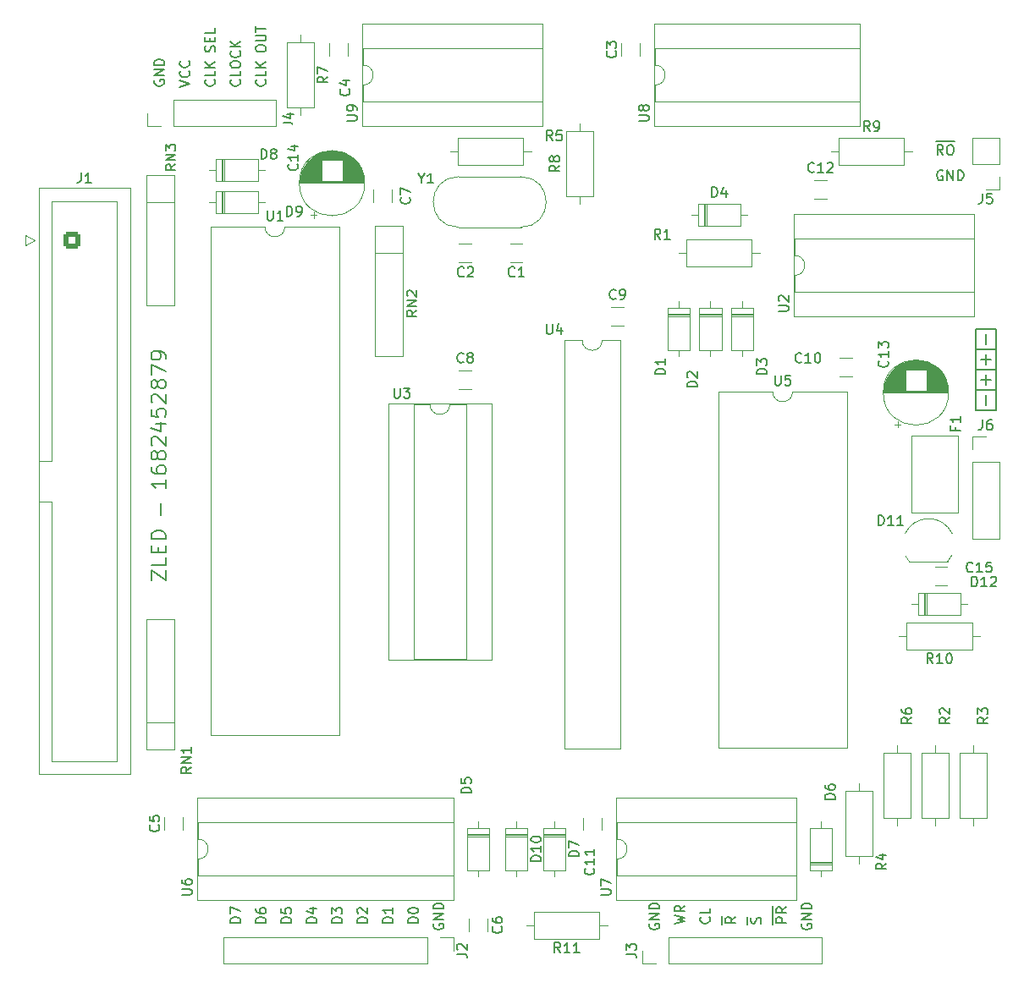
<source format=gto>
G04 #@! TF.GenerationSoftware,KiCad,Pcbnew,(7.0.0)*
G04 #@! TF.CreationDate,2023-04-25T22:09:53+02:00*
G04 #@! TF.ProjectId,cdp-mobo,6364702d-6d6f-4626-9f2e-6b696361645f,1*
G04 #@! TF.SameCoordinates,Original*
G04 #@! TF.FileFunction,Legend,Top*
G04 #@! TF.FilePolarity,Positive*
%FSLAX46Y46*%
G04 Gerber Fmt 4.6, Leading zero omitted, Abs format (unit mm)*
G04 Created by KiCad (PCBNEW (7.0.0)) date 2023-04-25 22:09:53*
%MOMM*%
%LPD*%
G01*
G04 APERTURE LIST*
G04 Aperture macros list*
%AMRoundRect*
0 Rectangle with rounded corners*
0 $1 Rounding radius*
0 $2 $3 $4 $5 $6 $7 $8 $9 X,Y pos of 4 corners*
0 Add a 4 corners polygon primitive as box body*
4,1,4,$2,$3,$4,$5,$6,$7,$8,$9,$2,$3,0*
0 Add four circle primitives for the rounded corners*
1,1,$1+$1,$2,$3*
1,1,$1+$1,$4,$5*
1,1,$1+$1,$6,$7*
1,1,$1+$1,$8,$9*
0 Add four rect primitives between the rounded corners*
20,1,$1+$1,$2,$3,$4,$5,0*
20,1,$1+$1,$4,$5,$6,$7,0*
20,1,$1+$1,$6,$7,$8,$9,0*
20,1,$1+$1,$8,$9,$2,$3,0*%
G04 Aperture macros list end*
%ADD10C,0.150000*%
%ADD11C,0.200000*%
%ADD12C,0.120000*%
%ADD13R,1.600000X1.600000*%
%ADD14O,1.600000X1.600000*%
%ADD15C,1.600000*%
%ADD16R,1.500000X1.500000*%
%ADD17C,1.500000*%
%ADD18C,3.200000*%
%ADD19RoundRect,0.250000X-0.600000X-0.600000X0.600000X-0.600000X0.600000X0.600000X-0.600000X0.600000X0*%
%ADD20C,1.700000*%
%ADD21R,1.700000X1.700000*%
%ADD22O,1.700000X1.700000*%
G04 APERTURE END LIST*
D10*
X193294000Y-83566000D02*
X195326000Y-83566000D01*
X195326000Y-83566000D02*
X195326000Y-85598000D01*
X195326000Y-85598000D02*
X193294000Y-85598000D01*
X193294000Y-85598000D02*
X193294000Y-83566000D01*
X194310000Y-80010000D02*
X194310000Y-81026000D01*
X193294000Y-81534000D02*
X195326000Y-81534000D01*
X195326000Y-81534000D02*
X195326000Y-83566000D01*
X195326000Y-83566000D02*
X193294000Y-83566000D01*
X193294000Y-83566000D02*
X193294000Y-81534000D01*
X193294000Y-77470000D02*
X195326000Y-77470000D01*
X195326000Y-77470000D02*
X195326000Y-79502000D01*
X195326000Y-79502000D02*
X193294000Y-79502000D01*
X193294000Y-79502000D02*
X193294000Y-77470000D01*
X194310000Y-84074000D02*
X194310000Y-85090000D01*
X193802000Y-82550000D02*
X194818000Y-82550000D01*
X194310000Y-82042000D02*
X194310000Y-83058000D01*
X193294000Y-79502000D02*
X195326000Y-79502000D01*
X195326000Y-79502000D02*
X195326000Y-81534000D01*
X195326000Y-81534000D02*
X193294000Y-81534000D01*
X193294000Y-81534000D02*
X193294000Y-79502000D01*
X193802000Y-80518000D02*
X194818000Y-80518000D01*
X194310000Y-77978000D02*
X194310000Y-78994000D01*
X139115000Y-137033095D02*
X139067380Y-137128333D01*
X139067380Y-137128333D02*
X139067380Y-137271190D01*
X139067380Y-137271190D02*
X139115000Y-137414047D01*
X139115000Y-137414047D02*
X139210238Y-137509285D01*
X139210238Y-137509285D02*
X139305476Y-137556904D01*
X139305476Y-137556904D02*
X139495952Y-137604523D01*
X139495952Y-137604523D02*
X139638809Y-137604523D01*
X139638809Y-137604523D02*
X139829285Y-137556904D01*
X139829285Y-137556904D02*
X139924523Y-137509285D01*
X139924523Y-137509285D02*
X140019761Y-137414047D01*
X140019761Y-137414047D02*
X140067380Y-137271190D01*
X140067380Y-137271190D02*
X140067380Y-137175952D01*
X140067380Y-137175952D02*
X140019761Y-137033095D01*
X140019761Y-137033095D02*
X139972142Y-136985476D01*
X139972142Y-136985476D02*
X139638809Y-136985476D01*
X139638809Y-136985476D02*
X139638809Y-137175952D01*
X140067380Y-136556904D02*
X139067380Y-136556904D01*
X139067380Y-136556904D02*
X140067380Y-135985476D01*
X140067380Y-135985476D02*
X139067380Y-135985476D01*
X140067380Y-135509285D02*
X139067380Y-135509285D01*
X139067380Y-135509285D02*
X139067380Y-135271190D01*
X139067380Y-135271190D02*
X139115000Y-135128333D01*
X139115000Y-135128333D02*
X139210238Y-135033095D01*
X139210238Y-135033095D02*
X139305476Y-134985476D01*
X139305476Y-134985476D02*
X139495952Y-134937857D01*
X139495952Y-134937857D02*
X139638809Y-134937857D01*
X139638809Y-134937857D02*
X139829285Y-134985476D01*
X139829285Y-134985476D02*
X139924523Y-135033095D01*
X139924523Y-135033095D02*
X140019761Y-135128333D01*
X140019761Y-135128333D02*
X140067380Y-135271190D01*
X140067380Y-135271190D02*
X140067380Y-135509285D01*
X134987380Y-136921904D02*
X133987380Y-136921904D01*
X133987380Y-136921904D02*
X133987380Y-136683809D01*
X133987380Y-136683809D02*
X134035000Y-136540952D01*
X134035000Y-136540952D02*
X134130238Y-136445714D01*
X134130238Y-136445714D02*
X134225476Y-136398095D01*
X134225476Y-136398095D02*
X134415952Y-136350476D01*
X134415952Y-136350476D02*
X134558809Y-136350476D01*
X134558809Y-136350476D02*
X134749285Y-136398095D01*
X134749285Y-136398095D02*
X134844523Y-136445714D01*
X134844523Y-136445714D02*
X134939761Y-136540952D01*
X134939761Y-136540952D02*
X134987380Y-136683809D01*
X134987380Y-136683809D02*
X134987380Y-136921904D01*
X134987380Y-135398095D02*
X134987380Y-135969523D01*
X134987380Y-135683809D02*
X133987380Y-135683809D01*
X133987380Y-135683809D02*
X134130238Y-135779047D01*
X134130238Y-135779047D02*
X134225476Y-135874285D01*
X134225476Y-135874285D02*
X134273095Y-135969523D01*
X117112142Y-52530476D02*
X117159761Y-52578095D01*
X117159761Y-52578095D02*
X117207380Y-52720952D01*
X117207380Y-52720952D02*
X117207380Y-52816190D01*
X117207380Y-52816190D02*
X117159761Y-52959047D01*
X117159761Y-52959047D02*
X117064523Y-53054285D01*
X117064523Y-53054285D02*
X116969285Y-53101904D01*
X116969285Y-53101904D02*
X116778809Y-53149523D01*
X116778809Y-53149523D02*
X116635952Y-53149523D01*
X116635952Y-53149523D02*
X116445476Y-53101904D01*
X116445476Y-53101904D02*
X116350238Y-53054285D01*
X116350238Y-53054285D02*
X116255000Y-52959047D01*
X116255000Y-52959047D02*
X116207380Y-52816190D01*
X116207380Y-52816190D02*
X116207380Y-52720952D01*
X116207380Y-52720952D02*
X116255000Y-52578095D01*
X116255000Y-52578095D02*
X116302619Y-52530476D01*
X117207380Y-51625714D02*
X117207380Y-52101904D01*
X117207380Y-52101904D02*
X116207380Y-52101904D01*
X117207380Y-51292380D02*
X116207380Y-51292380D01*
X117207380Y-50720952D02*
X116635952Y-51149523D01*
X116207380Y-50720952D02*
X116778809Y-51292380D01*
X117159761Y-49739999D02*
X117207380Y-49597142D01*
X117207380Y-49597142D02*
X117207380Y-49359047D01*
X117207380Y-49359047D02*
X117159761Y-49263809D01*
X117159761Y-49263809D02*
X117112142Y-49216190D01*
X117112142Y-49216190D02*
X117016904Y-49168571D01*
X117016904Y-49168571D02*
X116921666Y-49168571D01*
X116921666Y-49168571D02*
X116826428Y-49216190D01*
X116826428Y-49216190D02*
X116778809Y-49263809D01*
X116778809Y-49263809D02*
X116731190Y-49359047D01*
X116731190Y-49359047D02*
X116683571Y-49549523D01*
X116683571Y-49549523D02*
X116635952Y-49644761D01*
X116635952Y-49644761D02*
X116588333Y-49692380D01*
X116588333Y-49692380D02*
X116493095Y-49739999D01*
X116493095Y-49739999D02*
X116397857Y-49739999D01*
X116397857Y-49739999D02*
X116302619Y-49692380D01*
X116302619Y-49692380D02*
X116255000Y-49644761D01*
X116255000Y-49644761D02*
X116207380Y-49549523D01*
X116207380Y-49549523D02*
X116207380Y-49311428D01*
X116207380Y-49311428D02*
X116255000Y-49168571D01*
X116683571Y-48739999D02*
X116683571Y-48406666D01*
X117207380Y-48263809D02*
X117207380Y-48739999D01*
X117207380Y-48739999D02*
X116207380Y-48739999D01*
X116207380Y-48739999D02*
X116207380Y-48263809D01*
X117207380Y-47359047D02*
X117207380Y-47835237D01*
X117207380Y-47835237D02*
X116207380Y-47835237D01*
X174357380Y-136921904D02*
X173357380Y-136921904D01*
X173357380Y-136921904D02*
X173357380Y-136540952D01*
X173357380Y-136540952D02*
X173405000Y-136445714D01*
X173405000Y-136445714D02*
X173452619Y-136398095D01*
X173452619Y-136398095D02*
X173547857Y-136350476D01*
X173547857Y-136350476D02*
X173690714Y-136350476D01*
X173690714Y-136350476D02*
X173785952Y-136398095D01*
X173785952Y-136398095D02*
X173833571Y-136445714D01*
X173833571Y-136445714D02*
X173881190Y-136540952D01*
X173881190Y-136540952D02*
X173881190Y-136921904D01*
X174357380Y-135350476D02*
X173881190Y-135683809D01*
X174357380Y-135921904D02*
X173357380Y-135921904D01*
X173357380Y-135921904D02*
X173357380Y-135540952D01*
X173357380Y-135540952D02*
X173405000Y-135445714D01*
X173405000Y-135445714D02*
X173452619Y-135398095D01*
X173452619Y-135398095D02*
X173547857Y-135350476D01*
X173547857Y-135350476D02*
X173690714Y-135350476D01*
X173690714Y-135350476D02*
X173785952Y-135398095D01*
X173785952Y-135398095D02*
X173833571Y-135445714D01*
X173833571Y-135445714D02*
X173881190Y-135540952D01*
X173881190Y-135540952D02*
X173881190Y-135921904D01*
X173005000Y-137060000D02*
X173005000Y-135260000D01*
X171769761Y-136969523D02*
X171817380Y-136826666D01*
X171817380Y-136826666D02*
X171817380Y-136588571D01*
X171817380Y-136588571D02*
X171769761Y-136493333D01*
X171769761Y-136493333D02*
X171722142Y-136445714D01*
X171722142Y-136445714D02*
X171626904Y-136398095D01*
X171626904Y-136398095D02*
X171531666Y-136398095D01*
X171531666Y-136398095D02*
X171436428Y-136445714D01*
X171436428Y-136445714D02*
X171388809Y-136493333D01*
X171388809Y-136493333D02*
X171341190Y-136588571D01*
X171341190Y-136588571D02*
X171293571Y-136779047D01*
X171293571Y-136779047D02*
X171245952Y-136874285D01*
X171245952Y-136874285D02*
X171198333Y-136921904D01*
X171198333Y-136921904D02*
X171103095Y-136969523D01*
X171103095Y-136969523D02*
X171007857Y-136969523D01*
X171007857Y-136969523D02*
X170912619Y-136921904D01*
X170912619Y-136921904D02*
X170865000Y-136874285D01*
X170865000Y-136874285D02*
X170817380Y-136779047D01*
X170817380Y-136779047D02*
X170817380Y-136540952D01*
X170817380Y-136540952D02*
X170865000Y-136398095D01*
X170465000Y-137060000D02*
X170465000Y-136307619D01*
X190039523Y-60057380D02*
X189706190Y-59581190D01*
X189468095Y-60057380D02*
X189468095Y-59057380D01*
X189468095Y-59057380D02*
X189849047Y-59057380D01*
X189849047Y-59057380D02*
X189944285Y-59105000D01*
X189944285Y-59105000D02*
X189991904Y-59152619D01*
X189991904Y-59152619D02*
X190039523Y-59247857D01*
X190039523Y-59247857D02*
X190039523Y-59390714D01*
X190039523Y-59390714D02*
X189991904Y-59485952D01*
X189991904Y-59485952D02*
X189944285Y-59533571D01*
X189944285Y-59533571D02*
X189849047Y-59581190D01*
X189849047Y-59581190D02*
X189468095Y-59581190D01*
X190658571Y-59057380D02*
X190849047Y-59057380D01*
X190849047Y-59057380D02*
X190944285Y-59105000D01*
X190944285Y-59105000D02*
X191039523Y-59200238D01*
X191039523Y-59200238D02*
X191087142Y-59390714D01*
X191087142Y-59390714D02*
X191087142Y-59724047D01*
X191087142Y-59724047D02*
X191039523Y-59914523D01*
X191039523Y-59914523D02*
X190944285Y-60009761D01*
X190944285Y-60009761D02*
X190849047Y-60057380D01*
X190849047Y-60057380D02*
X190658571Y-60057380D01*
X190658571Y-60057380D02*
X190563333Y-60009761D01*
X190563333Y-60009761D02*
X190468095Y-59914523D01*
X190468095Y-59914523D02*
X190420476Y-59724047D01*
X190420476Y-59724047D02*
X190420476Y-59390714D01*
X190420476Y-59390714D02*
X190468095Y-59200238D01*
X190468095Y-59200238D02*
X190563333Y-59105000D01*
X190563333Y-59105000D02*
X190658571Y-59057380D01*
X189330000Y-58705000D02*
X191177619Y-58705000D01*
X113667380Y-53244761D02*
X114667380Y-52911428D01*
X114667380Y-52911428D02*
X113667380Y-52578095D01*
X114572142Y-51673333D02*
X114619761Y-51720952D01*
X114619761Y-51720952D02*
X114667380Y-51863809D01*
X114667380Y-51863809D02*
X114667380Y-51959047D01*
X114667380Y-51959047D02*
X114619761Y-52101904D01*
X114619761Y-52101904D02*
X114524523Y-52197142D01*
X114524523Y-52197142D02*
X114429285Y-52244761D01*
X114429285Y-52244761D02*
X114238809Y-52292380D01*
X114238809Y-52292380D02*
X114095952Y-52292380D01*
X114095952Y-52292380D02*
X113905476Y-52244761D01*
X113905476Y-52244761D02*
X113810238Y-52197142D01*
X113810238Y-52197142D02*
X113715000Y-52101904D01*
X113715000Y-52101904D02*
X113667380Y-51959047D01*
X113667380Y-51959047D02*
X113667380Y-51863809D01*
X113667380Y-51863809D02*
X113715000Y-51720952D01*
X113715000Y-51720952D02*
X113762619Y-51673333D01*
X114572142Y-50673333D02*
X114619761Y-50720952D01*
X114619761Y-50720952D02*
X114667380Y-50863809D01*
X114667380Y-50863809D02*
X114667380Y-50959047D01*
X114667380Y-50959047D02*
X114619761Y-51101904D01*
X114619761Y-51101904D02*
X114524523Y-51197142D01*
X114524523Y-51197142D02*
X114429285Y-51244761D01*
X114429285Y-51244761D02*
X114238809Y-51292380D01*
X114238809Y-51292380D02*
X114095952Y-51292380D01*
X114095952Y-51292380D02*
X113905476Y-51244761D01*
X113905476Y-51244761D02*
X113810238Y-51197142D01*
X113810238Y-51197142D02*
X113715000Y-51101904D01*
X113715000Y-51101904D02*
X113667380Y-50959047D01*
X113667380Y-50959047D02*
X113667380Y-50863809D01*
X113667380Y-50863809D02*
X113715000Y-50720952D01*
X113715000Y-50720952D02*
X113762619Y-50673333D01*
X119652142Y-52530476D02*
X119699761Y-52578095D01*
X119699761Y-52578095D02*
X119747380Y-52720952D01*
X119747380Y-52720952D02*
X119747380Y-52816190D01*
X119747380Y-52816190D02*
X119699761Y-52959047D01*
X119699761Y-52959047D02*
X119604523Y-53054285D01*
X119604523Y-53054285D02*
X119509285Y-53101904D01*
X119509285Y-53101904D02*
X119318809Y-53149523D01*
X119318809Y-53149523D02*
X119175952Y-53149523D01*
X119175952Y-53149523D02*
X118985476Y-53101904D01*
X118985476Y-53101904D02*
X118890238Y-53054285D01*
X118890238Y-53054285D02*
X118795000Y-52959047D01*
X118795000Y-52959047D02*
X118747380Y-52816190D01*
X118747380Y-52816190D02*
X118747380Y-52720952D01*
X118747380Y-52720952D02*
X118795000Y-52578095D01*
X118795000Y-52578095D02*
X118842619Y-52530476D01*
X119747380Y-51625714D02*
X119747380Y-52101904D01*
X119747380Y-52101904D02*
X118747380Y-52101904D01*
X118747380Y-51101904D02*
X118747380Y-50911428D01*
X118747380Y-50911428D02*
X118795000Y-50816190D01*
X118795000Y-50816190D02*
X118890238Y-50720952D01*
X118890238Y-50720952D02*
X119080714Y-50673333D01*
X119080714Y-50673333D02*
X119414047Y-50673333D01*
X119414047Y-50673333D02*
X119604523Y-50720952D01*
X119604523Y-50720952D02*
X119699761Y-50816190D01*
X119699761Y-50816190D02*
X119747380Y-50911428D01*
X119747380Y-50911428D02*
X119747380Y-51101904D01*
X119747380Y-51101904D02*
X119699761Y-51197142D01*
X119699761Y-51197142D02*
X119604523Y-51292380D01*
X119604523Y-51292380D02*
X119414047Y-51339999D01*
X119414047Y-51339999D02*
X119080714Y-51339999D01*
X119080714Y-51339999D02*
X118890238Y-51292380D01*
X118890238Y-51292380D02*
X118795000Y-51197142D01*
X118795000Y-51197142D02*
X118747380Y-51101904D01*
X119652142Y-49673333D02*
X119699761Y-49720952D01*
X119699761Y-49720952D02*
X119747380Y-49863809D01*
X119747380Y-49863809D02*
X119747380Y-49959047D01*
X119747380Y-49959047D02*
X119699761Y-50101904D01*
X119699761Y-50101904D02*
X119604523Y-50197142D01*
X119604523Y-50197142D02*
X119509285Y-50244761D01*
X119509285Y-50244761D02*
X119318809Y-50292380D01*
X119318809Y-50292380D02*
X119175952Y-50292380D01*
X119175952Y-50292380D02*
X118985476Y-50244761D01*
X118985476Y-50244761D02*
X118890238Y-50197142D01*
X118890238Y-50197142D02*
X118795000Y-50101904D01*
X118795000Y-50101904D02*
X118747380Y-49959047D01*
X118747380Y-49959047D02*
X118747380Y-49863809D01*
X118747380Y-49863809D02*
X118795000Y-49720952D01*
X118795000Y-49720952D02*
X118842619Y-49673333D01*
X119747380Y-49244761D02*
X118747380Y-49244761D01*
X119747380Y-48673333D02*
X119175952Y-49101904D01*
X118747380Y-48673333D02*
X119318809Y-49244761D01*
X129907380Y-136921904D02*
X128907380Y-136921904D01*
X128907380Y-136921904D02*
X128907380Y-136683809D01*
X128907380Y-136683809D02*
X128955000Y-136540952D01*
X128955000Y-136540952D02*
X129050238Y-136445714D01*
X129050238Y-136445714D02*
X129145476Y-136398095D01*
X129145476Y-136398095D02*
X129335952Y-136350476D01*
X129335952Y-136350476D02*
X129478809Y-136350476D01*
X129478809Y-136350476D02*
X129669285Y-136398095D01*
X129669285Y-136398095D02*
X129764523Y-136445714D01*
X129764523Y-136445714D02*
X129859761Y-136540952D01*
X129859761Y-136540952D02*
X129907380Y-136683809D01*
X129907380Y-136683809D02*
X129907380Y-136921904D01*
X128907380Y-136017142D02*
X128907380Y-135398095D01*
X128907380Y-135398095D02*
X129288333Y-135731428D01*
X129288333Y-135731428D02*
X129288333Y-135588571D01*
X129288333Y-135588571D02*
X129335952Y-135493333D01*
X129335952Y-135493333D02*
X129383571Y-135445714D01*
X129383571Y-135445714D02*
X129478809Y-135398095D01*
X129478809Y-135398095D02*
X129716904Y-135398095D01*
X129716904Y-135398095D02*
X129812142Y-135445714D01*
X129812142Y-135445714D02*
X129859761Y-135493333D01*
X129859761Y-135493333D02*
X129907380Y-135588571D01*
X129907380Y-135588571D02*
X129907380Y-135874285D01*
X129907380Y-135874285D02*
X129859761Y-135969523D01*
X129859761Y-135969523D02*
X129812142Y-136017142D01*
X122192142Y-52530476D02*
X122239761Y-52578095D01*
X122239761Y-52578095D02*
X122287380Y-52720952D01*
X122287380Y-52720952D02*
X122287380Y-52816190D01*
X122287380Y-52816190D02*
X122239761Y-52959047D01*
X122239761Y-52959047D02*
X122144523Y-53054285D01*
X122144523Y-53054285D02*
X122049285Y-53101904D01*
X122049285Y-53101904D02*
X121858809Y-53149523D01*
X121858809Y-53149523D02*
X121715952Y-53149523D01*
X121715952Y-53149523D02*
X121525476Y-53101904D01*
X121525476Y-53101904D02*
X121430238Y-53054285D01*
X121430238Y-53054285D02*
X121335000Y-52959047D01*
X121335000Y-52959047D02*
X121287380Y-52816190D01*
X121287380Y-52816190D02*
X121287380Y-52720952D01*
X121287380Y-52720952D02*
X121335000Y-52578095D01*
X121335000Y-52578095D02*
X121382619Y-52530476D01*
X122287380Y-51625714D02*
X122287380Y-52101904D01*
X122287380Y-52101904D02*
X121287380Y-52101904D01*
X122287380Y-51292380D02*
X121287380Y-51292380D01*
X122287380Y-50720952D02*
X121715952Y-51149523D01*
X121287380Y-50720952D02*
X121858809Y-51292380D01*
X121287380Y-49501904D02*
X121287380Y-49311428D01*
X121287380Y-49311428D02*
X121335000Y-49216190D01*
X121335000Y-49216190D02*
X121430238Y-49120952D01*
X121430238Y-49120952D02*
X121620714Y-49073333D01*
X121620714Y-49073333D02*
X121954047Y-49073333D01*
X121954047Y-49073333D02*
X122144523Y-49120952D01*
X122144523Y-49120952D02*
X122239761Y-49216190D01*
X122239761Y-49216190D02*
X122287380Y-49311428D01*
X122287380Y-49311428D02*
X122287380Y-49501904D01*
X122287380Y-49501904D02*
X122239761Y-49597142D01*
X122239761Y-49597142D02*
X122144523Y-49692380D01*
X122144523Y-49692380D02*
X121954047Y-49739999D01*
X121954047Y-49739999D02*
X121620714Y-49739999D01*
X121620714Y-49739999D02*
X121430238Y-49692380D01*
X121430238Y-49692380D02*
X121335000Y-49597142D01*
X121335000Y-49597142D02*
X121287380Y-49501904D01*
X121287380Y-48644761D02*
X122096904Y-48644761D01*
X122096904Y-48644761D02*
X122192142Y-48597142D01*
X122192142Y-48597142D02*
X122239761Y-48549523D01*
X122239761Y-48549523D02*
X122287380Y-48454285D01*
X122287380Y-48454285D02*
X122287380Y-48263809D01*
X122287380Y-48263809D02*
X122239761Y-48168571D01*
X122239761Y-48168571D02*
X122192142Y-48120952D01*
X122192142Y-48120952D02*
X122096904Y-48073333D01*
X122096904Y-48073333D02*
X121287380Y-48073333D01*
X121287380Y-47739999D02*
X121287380Y-47168571D01*
X122287380Y-47454285D02*
X121287380Y-47454285D01*
X189991904Y-61645000D02*
X189896666Y-61597380D01*
X189896666Y-61597380D02*
X189753809Y-61597380D01*
X189753809Y-61597380D02*
X189610952Y-61645000D01*
X189610952Y-61645000D02*
X189515714Y-61740238D01*
X189515714Y-61740238D02*
X189468095Y-61835476D01*
X189468095Y-61835476D02*
X189420476Y-62025952D01*
X189420476Y-62025952D02*
X189420476Y-62168809D01*
X189420476Y-62168809D02*
X189468095Y-62359285D01*
X189468095Y-62359285D02*
X189515714Y-62454523D01*
X189515714Y-62454523D02*
X189610952Y-62549761D01*
X189610952Y-62549761D02*
X189753809Y-62597380D01*
X189753809Y-62597380D02*
X189849047Y-62597380D01*
X189849047Y-62597380D02*
X189991904Y-62549761D01*
X189991904Y-62549761D02*
X190039523Y-62502142D01*
X190039523Y-62502142D02*
X190039523Y-62168809D01*
X190039523Y-62168809D02*
X189849047Y-62168809D01*
X190468095Y-62597380D02*
X190468095Y-61597380D01*
X190468095Y-61597380D02*
X191039523Y-62597380D01*
X191039523Y-62597380D02*
X191039523Y-61597380D01*
X191515714Y-62597380D02*
X191515714Y-61597380D01*
X191515714Y-61597380D02*
X191753809Y-61597380D01*
X191753809Y-61597380D02*
X191896666Y-61645000D01*
X191896666Y-61645000D02*
X191991904Y-61740238D01*
X191991904Y-61740238D02*
X192039523Y-61835476D01*
X192039523Y-61835476D02*
X192087142Y-62025952D01*
X192087142Y-62025952D02*
X192087142Y-62168809D01*
X192087142Y-62168809D02*
X192039523Y-62359285D01*
X192039523Y-62359285D02*
X191991904Y-62454523D01*
X191991904Y-62454523D02*
X191896666Y-62549761D01*
X191896666Y-62549761D02*
X191753809Y-62597380D01*
X191753809Y-62597380D02*
X191515714Y-62597380D01*
D11*
X110811071Y-102655714D02*
X110811071Y-101655714D01*
X110811071Y-101655714D02*
X112311071Y-102655714D01*
X112311071Y-102655714D02*
X112311071Y-101655714D01*
X112311071Y-100370000D02*
X112311071Y-101084286D01*
X112311071Y-101084286D02*
X110811071Y-101084286D01*
X111525357Y-99870000D02*
X111525357Y-99370000D01*
X112311071Y-99155714D02*
X112311071Y-99870000D01*
X112311071Y-99870000D02*
X110811071Y-99870000D01*
X110811071Y-99870000D02*
X110811071Y-99155714D01*
X112311071Y-98512857D02*
X110811071Y-98512857D01*
X110811071Y-98512857D02*
X110811071Y-98155714D01*
X110811071Y-98155714D02*
X110882500Y-97941428D01*
X110882500Y-97941428D02*
X111025357Y-97798571D01*
X111025357Y-97798571D02*
X111168214Y-97727142D01*
X111168214Y-97727142D02*
X111453928Y-97655714D01*
X111453928Y-97655714D02*
X111668214Y-97655714D01*
X111668214Y-97655714D02*
X111953928Y-97727142D01*
X111953928Y-97727142D02*
X112096785Y-97798571D01*
X112096785Y-97798571D02*
X112239642Y-97941428D01*
X112239642Y-97941428D02*
X112311071Y-98155714D01*
X112311071Y-98155714D02*
X112311071Y-98512857D01*
X111739642Y-96112857D02*
X111739642Y-94970000D01*
X112311071Y-92569999D02*
X112311071Y-93427142D01*
X112311071Y-92998571D02*
X110811071Y-92998571D01*
X110811071Y-92998571D02*
X111025357Y-93141428D01*
X111025357Y-93141428D02*
X111168214Y-93284285D01*
X111168214Y-93284285D02*
X111239642Y-93427142D01*
X110811071Y-91284286D02*
X110811071Y-91570000D01*
X110811071Y-91570000D02*
X110882500Y-91712857D01*
X110882500Y-91712857D02*
X110953928Y-91784286D01*
X110953928Y-91784286D02*
X111168214Y-91927143D01*
X111168214Y-91927143D02*
X111453928Y-91998571D01*
X111453928Y-91998571D02*
X112025357Y-91998571D01*
X112025357Y-91998571D02*
X112168214Y-91927143D01*
X112168214Y-91927143D02*
X112239642Y-91855714D01*
X112239642Y-91855714D02*
X112311071Y-91712857D01*
X112311071Y-91712857D02*
X112311071Y-91427143D01*
X112311071Y-91427143D02*
X112239642Y-91284286D01*
X112239642Y-91284286D02*
X112168214Y-91212857D01*
X112168214Y-91212857D02*
X112025357Y-91141428D01*
X112025357Y-91141428D02*
X111668214Y-91141428D01*
X111668214Y-91141428D02*
X111525357Y-91212857D01*
X111525357Y-91212857D02*
X111453928Y-91284286D01*
X111453928Y-91284286D02*
X111382500Y-91427143D01*
X111382500Y-91427143D02*
X111382500Y-91712857D01*
X111382500Y-91712857D02*
X111453928Y-91855714D01*
X111453928Y-91855714D02*
X111525357Y-91927143D01*
X111525357Y-91927143D02*
X111668214Y-91998571D01*
X111453928Y-90284286D02*
X111382500Y-90427143D01*
X111382500Y-90427143D02*
X111311071Y-90498572D01*
X111311071Y-90498572D02*
X111168214Y-90570000D01*
X111168214Y-90570000D02*
X111096785Y-90570000D01*
X111096785Y-90570000D02*
X110953928Y-90498572D01*
X110953928Y-90498572D02*
X110882500Y-90427143D01*
X110882500Y-90427143D02*
X110811071Y-90284286D01*
X110811071Y-90284286D02*
X110811071Y-89998572D01*
X110811071Y-89998572D02*
X110882500Y-89855715D01*
X110882500Y-89855715D02*
X110953928Y-89784286D01*
X110953928Y-89784286D02*
X111096785Y-89712857D01*
X111096785Y-89712857D02*
X111168214Y-89712857D01*
X111168214Y-89712857D02*
X111311071Y-89784286D01*
X111311071Y-89784286D02*
X111382500Y-89855715D01*
X111382500Y-89855715D02*
X111453928Y-89998572D01*
X111453928Y-89998572D02*
X111453928Y-90284286D01*
X111453928Y-90284286D02*
X111525357Y-90427143D01*
X111525357Y-90427143D02*
X111596785Y-90498572D01*
X111596785Y-90498572D02*
X111739642Y-90570000D01*
X111739642Y-90570000D02*
X112025357Y-90570000D01*
X112025357Y-90570000D02*
X112168214Y-90498572D01*
X112168214Y-90498572D02*
X112239642Y-90427143D01*
X112239642Y-90427143D02*
X112311071Y-90284286D01*
X112311071Y-90284286D02*
X112311071Y-89998572D01*
X112311071Y-89998572D02*
X112239642Y-89855715D01*
X112239642Y-89855715D02*
X112168214Y-89784286D01*
X112168214Y-89784286D02*
X112025357Y-89712857D01*
X112025357Y-89712857D02*
X111739642Y-89712857D01*
X111739642Y-89712857D02*
X111596785Y-89784286D01*
X111596785Y-89784286D02*
X111525357Y-89855715D01*
X111525357Y-89855715D02*
X111453928Y-89998572D01*
X110953928Y-89141429D02*
X110882500Y-89070001D01*
X110882500Y-89070001D02*
X110811071Y-88927144D01*
X110811071Y-88927144D02*
X110811071Y-88570001D01*
X110811071Y-88570001D02*
X110882500Y-88427144D01*
X110882500Y-88427144D02*
X110953928Y-88355715D01*
X110953928Y-88355715D02*
X111096785Y-88284286D01*
X111096785Y-88284286D02*
X111239642Y-88284286D01*
X111239642Y-88284286D02*
X111453928Y-88355715D01*
X111453928Y-88355715D02*
X112311071Y-89212858D01*
X112311071Y-89212858D02*
X112311071Y-88284286D01*
X111311071Y-86998573D02*
X112311071Y-86998573D01*
X110739642Y-87355715D02*
X111811071Y-87712858D01*
X111811071Y-87712858D02*
X111811071Y-86784287D01*
X110811071Y-85498573D02*
X110811071Y-86212859D01*
X110811071Y-86212859D02*
X111525357Y-86284287D01*
X111525357Y-86284287D02*
X111453928Y-86212859D01*
X111453928Y-86212859D02*
X111382500Y-86070002D01*
X111382500Y-86070002D02*
X111382500Y-85712859D01*
X111382500Y-85712859D02*
X111453928Y-85570002D01*
X111453928Y-85570002D02*
X111525357Y-85498573D01*
X111525357Y-85498573D02*
X111668214Y-85427144D01*
X111668214Y-85427144D02*
X112025357Y-85427144D01*
X112025357Y-85427144D02*
X112168214Y-85498573D01*
X112168214Y-85498573D02*
X112239642Y-85570002D01*
X112239642Y-85570002D02*
X112311071Y-85712859D01*
X112311071Y-85712859D02*
X112311071Y-86070002D01*
X112311071Y-86070002D02*
X112239642Y-86212859D01*
X112239642Y-86212859D02*
X112168214Y-86284287D01*
X110953928Y-84855716D02*
X110882500Y-84784288D01*
X110882500Y-84784288D02*
X110811071Y-84641431D01*
X110811071Y-84641431D02*
X110811071Y-84284288D01*
X110811071Y-84284288D02*
X110882500Y-84141431D01*
X110882500Y-84141431D02*
X110953928Y-84070002D01*
X110953928Y-84070002D02*
X111096785Y-83998573D01*
X111096785Y-83998573D02*
X111239642Y-83998573D01*
X111239642Y-83998573D02*
X111453928Y-84070002D01*
X111453928Y-84070002D02*
X112311071Y-84927145D01*
X112311071Y-84927145D02*
X112311071Y-83998573D01*
X111453928Y-83141431D02*
X111382500Y-83284288D01*
X111382500Y-83284288D02*
X111311071Y-83355717D01*
X111311071Y-83355717D02*
X111168214Y-83427145D01*
X111168214Y-83427145D02*
X111096785Y-83427145D01*
X111096785Y-83427145D02*
X110953928Y-83355717D01*
X110953928Y-83355717D02*
X110882500Y-83284288D01*
X110882500Y-83284288D02*
X110811071Y-83141431D01*
X110811071Y-83141431D02*
X110811071Y-82855717D01*
X110811071Y-82855717D02*
X110882500Y-82712860D01*
X110882500Y-82712860D02*
X110953928Y-82641431D01*
X110953928Y-82641431D02*
X111096785Y-82570002D01*
X111096785Y-82570002D02*
X111168214Y-82570002D01*
X111168214Y-82570002D02*
X111311071Y-82641431D01*
X111311071Y-82641431D02*
X111382500Y-82712860D01*
X111382500Y-82712860D02*
X111453928Y-82855717D01*
X111453928Y-82855717D02*
X111453928Y-83141431D01*
X111453928Y-83141431D02*
X111525357Y-83284288D01*
X111525357Y-83284288D02*
X111596785Y-83355717D01*
X111596785Y-83355717D02*
X111739642Y-83427145D01*
X111739642Y-83427145D02*
X112025357Y-83427145D01*
X112025357Y-83427145D02*
X112168214Y-83355717D01*
X112168214Y-83355717D02*
X112239642Y-83284288D01*
X112239642Y-83284288D02*
X112311071Y-83141431D01*
X112311071Y-83141431D02*
X112311071Y-82855717D01*
X112311071Y-82855717D02*
X112239642Y-82712860D01*
X112239642Y-82712860D02*
X112168214Y-82641431D01*
X112168214Y-82641431D02*
X112025357Y-82570002D01*
X112025357Y-82570002D02*
X111739642Y-82570002D01*
X111739642Y-82570002D02*
X111596785Y-82641431D01*
X111596785Y-82641431D02*
X111525357Y-82712860D01*
X111525357Y-82712860D02*
X111453928Y-82855717D01*
X110811071Y-82070003D02*
X110811071Y-81070003D01*
X110811071Y-81070003D02*
X112311071Y-81712860D01*
X112311071Y-80427146D02*
X112311071Y-80141432D01*
X112311071Y-80141432D02*
X112239642Y-79998575D01*
X112239642Y-79998575D02*
X112168214Y-79927146D01*
X112168214Y-79927146D02*
X111953928Y-79784289D01*
X111953928Y-79784289D02*
X111668214Y-79712860D01*
X111668214Y-79712860D02*
X111096785Y-79712860D01*
X111096785Y-79712860D02*
X110953928Y-79784289D01*
X110953928Y-79784289D02*
X110882500Y-79855718D01*
X110882500Y-79855718D02*
X110811071Y-79998575D01*
X110811071Y-79998575D02*
X110811071Y-80284289D01*
X110811071Y-80284289D02*
X110882500Y-80427146D01*
X110882500Y-80427146D02*
X110953928Y-80498575D01*
X110953928Y-80498575D02*
X111096785Y-80570003D01*
X111096785Y-80570003D02*
X111453928Y-80570003D01*
X111453928Y-80570003D02*
X111596785Y-80498575D01*
X111596785Y-80498575D02*
X111668214Y-80427146D01*
X111668214Y-80427146D02*
X111739642Y-80284289D01*
X111739642Y-80284289D02*
X111739642Y-79998575D01*
X111739642Y-79998575D02*
X111668214Y-79855718D01*
X111668214Y-79855718D02*
X111596785Y-79784289D01*
X111596785Y-79784289D02*
X111453928Y-79712860D01*
D10*
X175945000Y-137033095D02*
X175897380Y-137128333D01*
X175897380Y-137128333D02*
X175897380Y-137271190D01*
X175897380Y-137271190D02*
X175945000Y-137414047D01*
X175945000Y-137414047D02*
X176040238Y-137509285D01*
X176040238Y-137509285D02*
X176135476Y-137556904D01*
X176135476Y-137556904D02*
X176325952Y-137604523D01*
X176325952Y-137604523D02*
X176468809Y-137604523D01*
X176468809Y-137604523D02*
X176659285Y-137556904D01*
X176659285Y-137556904D02*
X176754523Y-137509285D01*
X176754523Y-137509285D02*
X176849761Y-137414047D01*
X176849761Y-137414047D02*
X176897380Y-137271190D01*
X176897380Y-137271190D02*
X176897380Y-137175952D01*
X176897380Y-137175952D02*
X176849761Y-137033095D01*
X176849761Y-137033095D02*
X176802142Y-136985476D01*
X176802142Y-136985476D02*
X176468809Y-136985476D01*
X176468809Y-136985476D02*
X176468809Y-137175952D01*
X176897380Y-136556904D02*
X175897380Y-136556904D01*
X175897380Y-136556904D02*
X176897380Y-135985476D01*
X176897380Y-135985476D02*
X175897380Y-135985476D01*
X176897380Y-135509285D02*
X175897380Y-135509285D01*
X175897380Y-135509285D02*
X175897380Y-135271190D01*
X175897380Y-135271190D02*
X175945000Y-135128333D01*
X175945000Y-135128333D02*
X176040238Y-135033095D01*
X176040238Y-135033095D02*
X176135476Y-134985476D01*
X176135476Y-134985476D02*
X176325952Y-134937857D01*
X176325952Y-134937857D02*
X176468809Y-134937857D01*
X176468809Y-134937857D02*
X176659285Y-134985476D01*
X176659285Y-134985476D02*
X176754523Y-135033095D01*
X176754523Y-135033095D02*
X176849761Y-135128333D01*
X176849761Y-135128333D02*
X176897380Y-135271190D01*
X176897380Y-135271190D02*
X176897380Y-135509285D01*
X137527380Y-136921904D02*
X136527380Y-136921904D01*
X136527380Y-136921904D02*
X136527380Y-136683809D01*
X136527380Y-136683809D02*
X136575000Y-136540952D01*
X136575000Y-136540952D02*
X136670238Y-136445714D01*
X136670238Y-136445714D02*
X136765476Y-136398095D01*
X136765476Y-136398095D02*
X136955952Y-136350476D01*
X136955952Y-136350476D02*
X137098809Y-136350476D01*
X137098809Y-136350476D02*
X137289285Y-136398095D01*
X137289285Y-136398095D02*
X137384523Y-136445714D01*
X137384523Y-136445714D02*
X137479761Y-136540952D01*
X137479761Y-136540952D02*
X137527380Y-136683809D01*
X137527380Y-136683809D02*
X137527380Y-136921904D01*
X136527380Y-135731428D02*
X136527380Y-135636190D01*
X136527380Y-135636190D02*
X136575000Y-135540952D01*
X136575000Y-135540952D02*
X136622619Y-135493333D01*
X136622619Y-135493333D02*
X136717857Y-135445714D01*
X136717857Y-135445714D02*
X136908333Y-135398095D01*
X136908333Y-135398095D02*
X137146428Y-135398095D01*
X137146428Y-135398095D02*
X137336904Y-135445714D01*
X137336904Y-135445714D02*
X137432142Y-135493333D01*
X137432142Y-135493333D02*
X137479761Y-135540952D01*
X137479761Y-135540952D02*
X137527380Y-135636190D01*
X137527380Y-135636190D02*
X137527380Y-135731428D01*
X137527380Y-135731428D02*
X137479761Y-135826666D01*
X137479761Y-135826666D02*
X137432142Y-135874285D01*
X137432142Y-135874285D02*
X137336904Y-135921904D01*
X137336904Y-135921904D02*
X137146428Y-135969523D01*
X137146428Y-135969523D02*
X136908333Y-135969523D01*
X136908333Y-135969523D02*
X136717857Y-135921904D01*
X136717857Y-135921904D02*
X136622619Y-135874285D01*
X136622619Y-135874285D02*
X136575000Y-135826666D01*
X136575000Y-135826666D02*
X136527380Y-135731428D01*
X124827380Y-136921904D02*
X123827380Y-136921904D01*
X123827380Y-136921904D02*
X123827380Y-136683809D01*
X123827380Y-136683809D02*
X123875000Y-136540952D01*
X123875000Y-136540952D02*
X123970238Y-136445714D01*
X123970238Y-136445714D02*
X124065476Y-136398095D01*
X124065476Y-136398095D02*
X124255952Y-136350476D01*
X124255952Y-136350476D02*
X124398809Y-136350476D01*
X124398809Y-136350476D02*
X124589285Y-136398095D01*
X124589285Y-136398095D02*
X124684523Y-136445714D01*
X124684523Y-136445714D02*
X124779761Y-136540952D01*
X124779761Y-136540952D02*
X124827380Y-136683809D01*
X124827380Y-136683809D02*
X124827380Y-136921904D01*
X123827380Y-135445714D02*
X123827380Y-135921904D01*
X123827380Y-135921904D02*
X124303571Y-135969523D01*
X124303571Y-135969523D02*
X124255952Y-135921904D01*
X124255952Y-135921904D02*
X124208333Y-135826666D01*
X124208333Y-135826666D02*
X124208333Y-135588571D01*
X124208333Y-135588571D02*
X124255952Y-135493333D01*
X124255952Y-135493333D02*
X124303571Y-135445714D01*
X124303571Y-135445714D02*
X124398809Y-135398095D01*
X124398809Y-135398095D02*
X124636904Y-135398095D01*
X124636904Y-135398095D02*
X124732142Y-135445714D01*
X124732142Y-135445714D02*
X124779761Y-135493333D01*
X124779761Y-135493333D02*
X124827380Y-135588571D01*
X124827380Y-135588571D02*
X124827380Y-135826666D01*
X124827380Y-135826666D02*
X124779761Y-135921904D01*
X124779761Y-135921904D02*
X124732142Y-135969523D01*
X122287380Y-136921904D02*
X121287380Y-136921904D01*
X121287380Y-136921904D02*
X121287380Y-136683809D01*
X121287380Y-136683809D02*
X121335000Y-136540952D01*
X121335000Y-136540952D02*
X121430238Y-136445714D01*
X121430238Y-136445714D02*
X121525476Y-136398095D01*
X121525476Y-136398095D02*
X121715952Y-136350476D01*
X121715952Y-136350476D02*
X121858809Y-136350476D01*
X121858809Y-136350476D02*
X122049285Y-136398095D01*
X122049285Y-136398095D02*
X122144523Y-136445714D01*
X122144523Y-136445714D02*
X122239761Y-136540952D01*
X122239761Y-136540952D02*
X122287380Y-136683809D01*
X122287380Y-136683809D02*
X122287380Y-136921904D01*
X121287380Y-135493333D02*
X121287380Y-135683809D01*
X121287380Y-135683809D02*
X121335000Y-135779047D01*
X121335000Y-135779047D02*
X121382619Y-135826666D01*
X121382619Y-135826666D02*
X121525476Y-135921904D01*
X121525476Y-135921904D02*
X121715952Y-135969523D01*
X121715952Y-135969523D02*
X122096904Y-135969523D01*
X122096904Y-135969523D02*
X122192142Y-135921904D01*
X122192142Y-135921904D02*
X122239761Y-135874285D01*
X122239761Y-135874285D02*
X122287380Y-135779047D01*
X122287380Y-135779047D02*
X122287380Y-135588571D01*
X122287380Y-135588571D02*
X122239761Y-135493333D01*
X122239761Y-135493333D02*
X122192142Y-135445714D01*
X122192142Y-135445714D02*
X122096904Y-135398095D01*
X122096904Y-135398095D02*
X121858809Y-135398095D01*
X121858809Y-135398095D02*
X121763571Y-135445714D01*
X121763571Y-135445714D02*
X121715952Y-135493333D01*
X121715952Y-135493333D02*
X121668333Y-135588571D01*
X121668333Y-135588571D02*
X121668333Y-135779047D01*
X121668333Y-135779047D02*
X121715952Y-135874285D01*
X121715952Y-135874285D02*
X121763571Y-135921904D01*
X121763571Y-135921904D02*
X121858809Y-135969523D01*
X111175000Y-52578095D02*
X111127380Y-52673333D01*
X111127380Y-52673333D02*
X111127380Y-52816190D01*
X111127380Y-52816190D02*
X111175000Y-52959047D01*
X111175000Y-52959047D02*
X111270238Y-53054285D01*
X111270238Y-53054285D02*
X111365476Y-53101904D01*
X111365476Y-53101904D02*
X111555952Y-53149523D01*
X111555952Y-53149523D02*
X111698809Y-53149523D01*
X111698809Y-53149523D02*
X111889285Y-53101904D01*
X111889285Y-53101904D02*
X111984523Y-53054285D01*
X111984523Y-53054285D02*
X112079761Y-52959047D01*
X112079761Y-52959047D02*
X112127380Y-52816190D01*
X112127380Y-52816190D02*
X112127380Y-52720952D01*
X112127380Y-52720952D02*
X112079761Y-52578095D01*
X112079761Y-52578095D02*
X112032142Y-52530476D01*
X112032142Y-52530476D02*
X111698809Y-52530476D01*
X111698809Y-52530476D02*
X111698809Y-52720952D01*
X112127380Y-52101904D02*
X111127380Y-52101904D01*
X111127380Y-52101904D02*
X112127380Y-51530476D01*
X112127380Y-51530476D02*
X111127380Y-51530476D01*
X112127380Y-51054285D02*
X111127380Y-51054285D01*
X111127380Y-51054285D02*
X111127380Y-50816190D01*
X111127380Y-50816190D02*
X111175000Y-50673333D01*
X111175000Y-50673333D02*
X111270238Y-50578095D01*
X111270238Y-50578095D02*
X111365476Y-50530476D01*
X111365476Y-50530476D02*
X111555952Y-50482857D01*
X111555952Y-50482857D02*
X111698809Y-50482857D01*
X111698809Y-50482857D02*
X111889285Y-50530476D01*
X111889285Y-50530476D02*
X111984523Y-50578095D01*
X111984523Y-50578095D02*
X112079761Y-50673333D01*
X112079761Y-50673333D02*
X112127380Y-50816190D01*
X112127380Y-50816190D02*
X112127380Y-51054285D01*
X132447380Y-136921904D02*
X131447380Y-136921904D01*
X131447380Y-136921904D02*
X131447380Y-136683809D01*
X131447380Y-136683809D02*
X131495000Y-136540952D01*
X131495000Y-136540952D02*
X131590238Y-136445714D01*
X131590238Y-136445714D02*
X131685476Y-136398095D01*
X131685476Y-136398095D02*
X131875952Y-136350476D01*
X131875952Y-136350476D02*
X132018809Y-136350476D01*
X132018809Y-136350476D02*
X132209285Y-136398095D01*
X132209285Y-136398095D02*
X132304523Y-136445714D01*
X132304523Y-136445714D02*
X132399761Y-136540952D01*
X132399761Y-136540952D02*
X132447380Y-136683809D01*
X132447380Y-136683809D02*
X132447380Y-136921904D01*
X131542619Y-135969523D02*
X131495000Y-135921904D01*
X131495000Y-135921904D02*
X131447380Y-135826666D01*
X131447380Y-135826666D02*
X131447380Y-135588571D01*
X131447380Y-135588571D02*
X131495000Y-135493333D01*
X131495000Y-135493333D02*
X131542619Y-135445714D01*
X131542619Y-135445714D02*
X131637857Y-135398095D01*
X131637857Y-135398095D02*
X131733095Y-135398095D01*
X131733095Y-135398095D02*
X131875952Y-135445714D01*
X131875952Y-135445714D02*
X132447380Y-136017142D01*
X132447380Y-136017142D02*
X132447380Y-135398095D01*
X169277380Y-136350476D02*
X168801190Y-136683809D01*
X169277380Y-136921904D02*
X168277380Y-136921904D01*
X168277380Y-136921904D02*
X168277380Y-136540952D01*
X168277380Y-136540952D02*
X168325000Y-136445714D01*
X168325000Y-136445714D02*
X168372619Y-136398095D01*
X168372619Y-136398095D02*
X168467857Y-136350476D01*
X168467857Y-136350476D02*
X168610714Y-136350476D01*
X168610714Y-136350476D02*
X168705952Y-136398095D01*
X168705952Y-136398095D02*
X168753571Y-136445714D01*
X168753571Y-136445714D02*
X168801190Y-136540952D01*
X168801190Y-136540952D02*
X168801190Y-136921904D01*
X167925000Y-137060000D02*
X167925000Y-136260000D01*
X163197380Y-137017142D02*
X164197380Y-136779047D01*
X164197380Y-136779047D02*
X163483095Y-136588571D01*
X163483095Y-136588571D02*
X164197380Y-136398095D01*
X164197380Y-136398095D02*
X163197380Y-136160000D01*
X164197380Y-135207619D02*
X163721190Y-135540952D01*
X164197380Y-135779047D02*
X163197380Y-135779047D01*
X163197380Y-135779047D02*
X163197380Y-135398095D01*
X163197380Y-135398095D02*
X163245000Y-135302857D01*
X163245000Y-135302857D02*
X163292619Y-135255238D01*
X163292619Y-135255238D02*
X163387857Y-135207619D01*
X163387857Y-135207619D02*
X163530714Y-135207619D01*
X163530714Y-135207619D02*
X163625952Y-135255238D01*
X163625952Y-135255238D02*
X163673571Y-135302857D01*
X163673571Y-135302857D02*
X163721190Y-135398095D01*
X163721190Y-135398095D02*
X163721190Y-135779047D01*
X127367380Y-136921904D02*
X126367380Y-136921904D01*
X126367380Y-136921904D02*
X126367380Y-136683809D01*
X126367380Y-136683809D02*
X126415000Y-136540952D01*
X126415000Y-136540952D02*
X126510238Y-136445714D01*
X126510238Y-136445714D02*
X126605476Y-136398095D01*
X126605476Y-136398095D02*
X126795952Y-136350476D01*
X126795952Y-136350476D02*
X126938809Y-136350476D01*
X126938809Y-136350476D02*
X127129285Y-136398095D01*
X127129285Y-136398095D02*
X127224523Y-136445714D01*
X127224523Y-136445714D02*
X127319761Y-136540952D01*
X127319761Y-136540952D02*
X127367380Y-136683809D01*
X127367380Y-136683809D02*
X127367380Y-136921904D01*
X126700714Y-135493333D02*
X127367380Y-135493333D01*
X126319761Y-135731428D02*
X127034047Y-135969523D01*
X127034047Y-135969523D02*
X127034047Y-135350476D01*
X119747380Y-136921904D02*
X118747380Y-136921904D01*
X118747380Y-136921904D02*
X118747380Y-136683809D01*
X118747380Y-136683809D02*
X118795000Y-136540952D01*
X118795000Y-136540952D02*
X118890238Y-136445714D01*
X118890238Y-136445714D02*
X118985476Y-136398095D01*
X118985476Y-136398095D02*
X119175952Y-136350476D01*
X119175952Y-136350476D02*
X119318809Y-136350476D01*
X119318809Y-136350476D02*
X119509285Y-136398095D01*
X119509285Y-136398095D02*
X119604523Y-136445714D01*
X119604523Y-136445714D02*
X119699761Y-136540952D01*
X119699761Y-136540952D02*
X119747380Y-136683809D01*
X119747380Y-136683809D02*
X119747380Y-136921904D01*
X118747380Y-136017142D02*
X118747380Y-135350476D01*
X118747380Y-135350476D02*
X119747380Y-135779047D01*
X166642142Y-136350476D02*
X166689761Y-136398095D01*
X166689761Y-136398095D02*
X166737380Y-136540952D01*
X166737380Y-136540952D02*
X166737380Y-136636190D01*
X166737380Y-136636190D02*
X166689761Y-136779047D01*
X166689761Y-136779047D02*
X166594523Y-136874285D01*
X166594523Y-136874285D02*
X166499285Y-136921904D01*
X166499285Y-136921904D02*
X166308809Y-136969523D01*
X166308809Y-136969523D02*
X166165952Y-136969523D01*
X166165952Y-136969523D02*
X165975476Y-136921904D01*
X165975476Y-136921904D02*
X165880238Y-136874285D01*
X165880238Y-136874285D02*
X165785000Y-136779047D01*
X165785000Y-136779047D02*
X165737380Y-136636190D01*
X165737380Y-136636190D02*
X165737380Y-136540952D01*
X165737380Y-136540952D02*
X165785000Y-136398095D01*
X165785000Y-136398095D02*
X165832619Y-136350476D01*
X166737380Y-135445714D02*
X166737380Y-135921904D01*
X166737380Y-135921904D02*
X165737380Y-135921904D01*
X160705000Y-137033095D02*
X160657380Y-137128333D01*
X160657380Y-137128333D02*
X160657380Y-137271190D01*
X160657380Y-137271190D02*
X160705000Y-137414047D01*
X160705000Y-137414047D02*
X160800238Y-137509285D01*
X160800238Y-137509285D02*
X160895476Y-137556904D01*
X160895476Y-137556904D02*
X161085952Y-137604523D01*
X161085952Y-137604523D02*
X161228809Y-137604523D01*
X161228809Y-137604523D02*
X161419285Y-137556904D01*
X161419285Y-137556904D02*
X161514523Y-137509285D01*
X161514523Y-137509285D02*
X161609761Y-137414047D01*
X161609761Y-137414047D02*
X161657380Y-137271190D01*
X161657380Y-137271190D02*
X161657380Y-137175952D01*
X161657380Y-137175952D02*
X161609761Y-137033095D01*
X161609761Y-137033095D02*
X161562142Y-136985476D01*
X161562142Y-136985476D02*
X161228809Y-136985476D01*
X161228809Y-136985476D02*
X161228809Y-137175952D01*
X161657380Y-136556904D02*
X160657380Y-136556904D01*
X160657380Y-136556904D02*
X161657380Y-135985476D01*
X161657380Y-135985476D02*
X160657380Y-135985476D01*
X161657380Y-135509285D02*
X160657380Y-135509285D01*
X160657380Y-135509285D02*
X160657380Y-135271190D01*
X160657380Y-135271190D02*
X160705000Y-135128333D01*
X160705000Y-135128333D02*
X160800238Y-135033095D01*
X160800238Y-135033095D02*
X160895476Y-134985476D01*
X160895476Y-134985476D02*
X161085952Y-134937857D01*
X161085952Y-134937857D02*
X161228809Y-134937857D01*
X161228809Y-134937857D02*
X161419285Y-134985476D01*
X161419285Y-134985476D02*
X161514523Y-135033095D01*
X161514523Y-135033095D02*
X161609761Y-135128333D01*
X161609761Y-135128333D02*
X161657380Y-135271190D01*
X161657380Y-135271190D02*
X161657380Y-135509285D01*
X142822380Y-123928094D02*
X141822380Y-123928094D01*
X141822380Y-123928094D02*
X141822380Y-123689999D01*
X141822380Y-123689999D02*
X141870000Y-123547142D01*
X141870000Y-123547142D02*
X141965238Y-123451904D01*
X141965238Y-123451904D02*
X142060476Y-123404285D01*
X142060476Y-123404285D02*
X142250952Y-123356666D01*
X142250952Y-123356666D02*
X142393809Y-123356666D01*
X142393809Y-123356666D02*
X142584285Y-123404285D01*
X142584285Y-123404285D02*
X142679523Y-123451904D01*
X142679523Y-123451904D02*
X142774761Y-123547142D01*
X142774761Y-123547142D02*
X142822380Y-123689999D01*
X142822380Y-123689999D02*
X142822380Y-123928094D01*
X141822380Y-122451904D02*
X141822380Y-122928094D01*
X141822380Y-122928094D02*
X142298571Y-122975713D01*
X142298571Y-122975713D02*
X142250952Y-122928094D01*
X142250952Y-122928094D02*
X142203333Y-122832856D01*
X142203333Y-122832856D02*
X142203333Y-122594761D01*
X142203333Y-122594761D02*
X142250952Y-122499523D01*
X142250952Y-122499523D02*
X142298571Y-122451904D01*
X142298571Y-122451904D02*
X142393809Y-122404285D01*
X142393809Y-122404285D02*
X142631904Y-122404285D01*
X142631904Y-122404285D02*
X142727142Y-122451904D01*
X142727142Y-122451904D02*
X142774761Y-122499523D01*
X142774761Y-122499523D02*
X142822380Y-122594761D01*
X142822380Y-122594761D02*
X142822380Y-122832856D01*
X142822380Y-122832856D02*
X142774761Y-122928094D01*
X142774761Y-122928094D02*
X142727142Y-122975713D01*
X136652142Y-64321666D02*
X136699761Y-64369285D01*
X136699761Y-64369285D02*
X136747380Y-64512142D01*
X136747380Y-64512142D02*
X136747380Y-64607380D01*
X136747380Y-64607380D02*
X136699761Y-64750237D01*
X136699761Y-64750237D02*
X136604523Y-64845475D01*
X136604523Y-64845475D02*
X136509285Y-64893094D01*
X136509285Y-64893094D02*
X136318809Y-64940713D01*
X136318809Y-64940713D02*
X136175952Y-64940713D01*
X136175952Y-64940713D02*
X135985476Y-64893094D01*
X135985476Y-64893094D02*
X135890238Y-64845475D01*
X135890238Y-64845475D02*
X135795000Y-64750237D01*
X135795000Y-64750237D02*
X135747380Y-64607380D01*
X135747380Y-64607380D02*
X135747380Y-64512142D01*
X135747380Y-64512142D02*
X135795000Y-64369285D01*
X135795000Y-64369285D02*
X135842619Y-64321666D01*
X135747380Y-63988332D02*
X135747380Y-63321666D01*
X135747380Y-63321666D02*
X136747380Y-63750237D01*
X161758333Y-68482380D02*
X161425000Y-68006190D01*
X161186905Y-68482380D02*
X161186905Y-67482380D01*
X161186905Y-67482380D02*
X161567857Y-67482380D01*
X161567857Y-67482380D02*
X161663095Y-67530000D01*
X161663095Y-67530000D02*
X161710714Y-67577619D01*
X161710714Y-67577619D02*
X161758333Y-67672857D01*
X161758333Y-67672857D02*
X161758333Y-67815714D01*
X161758333Y-67815714D02*
X161710714Y-67910952D01*
X161710714Y-67910952D02*
X161663095Y-67958571D01*
X161663095Y-67958571D02*
X161567857Y-68006190D01*
X161567857Y-68006190D02*
X161186905Y-68006190D01*
X162710714Y-68482380D02*
X162139286Y-68482380D01*
X162425000Y-68482380D02*
X162425000Y-67482380D01*
X162425000Y-67482380D02*
X162329762Y-67625238D01*
X162329762Y-67625238D02*
X162234524Y-67720476D01*
X162234524Y-67720476D02*
X162139286Y-67768095D01*
X190697380Y-116371666D02*
X190221190Y-116704999D01*
X190697380Y-116943094D02*
X189697380Y-116943094D01*
X189697380Y-116943094D02*
X189697380Y-116562142D01*
X189697380Y-116562142D02*
X189745000Y-116466904D01*
X189745000Y-116466904D02*
X189792619Y-116419285D01*
X189792619Y-116419285D02*
X189887857Y-116371666D01*
X189887857Y-116371666D02*
X190030714Y-116371666D01*
X190030714Y-116371666D02*
X190125952Y-116419285D01*
X190125952Y-116419285D02*
X190173571Y-116466904D01*
X190173571Y-116466904D02*
X190221190Y-116562142D01*
X190221190Y-116562142D02*
X190221190Y-116943094D01*
X189792619Y-115990713D02*
X189745000Y-115943094D01*
X189745000Y-115943094D02*
X189697380Y-115847856D01*
X189697380Y-115847856D02*
X189697380Y-115609761D01*
X189697380Y-115609761D02*
X189745000Y-115514523D01*
X189745000Y-115514523D02*
X189792619Y-115466904D01*
X189792619Y-115466904D02*
X189887857Y-115419285D01*
X189887857Y-115419285D02*
X189983095Y-115419285D01*
X189983095Y-115419285D02*
X190125952Y-115466904D01*
X190125952Y-115466904D02*
X190697380Y-116038332D01*
X190697380Y-116038332D02*
X190697380Y-115419285D01*
X142053333Y-80772142D02*
X142005714Y-80819761D01*
X142005714Y-80819761D02*
X141862857Y-80867380D01*
X141862857Y-80867380D02*
X141767619Y-80867380D01*
X141767619Y-80867380D02*
X141624762Y-80819761D01*
X141624762Y-80819761D02*
X141529524Y-80724523D01*
X141529524Y-80724523D02*
X141481905Y-80629285D01*
X141481905Y-80629285D02*
X141434286Y-80438809D01*
X141434286Y-80438809D02*
X141434286Y-80295952D01*
X141434286Y-80295952D02*
X141481905Y-80105476D01*
X141481905Y-80105476D02*
X141529524Y-80010238D01*
X141529524Y-80010238D02*
X141624762Y-79915000D01*
X141624762Y-79915000D02*
X141767619Y-79867380D01*
X141767619Y-79867380D02*
X141862857Y-79867380D01*
X141862857Y-79867380D02*
X142005714Y-79915000D01*
X142005714Y-79915000D02*
X142053333Y-79962619D01*
X142624762Y-80295952D02*
X142529524Y-80248333D01*
X142529524Y-80248333D02*
X142481905Y-80200714D01*
X142481905Y-80200714D02*
X142434286Y-80105476D01*
X142434286Y-80105476D02*
X142434286Y-80057857D01*
X142434286Y-80057857D02*
X142481905Y-79962619D01*
X142481905Y-79962619D02*
X142529524Y-79915000D01*
X142529524Y-79915000D02*
X142624762Y-79867380D01*
X142624762Y-79867380D02*
X142815238Y-79867380D01*
X142815238Y-79867380D02*
X142910476Y-79915000D01*
X142910476Y-79915000D02*
X142958095Y-79962619D01*
X142958095Y-79962619D02*
X143005714Y-80057857D01*
X143005714Y-80057857D02*
X143005714Y-80105476D01*
X143005714Y-80105476D02*
X142958095Y-80200714D01*
X142958095Y-80200714D02*
X142910476Y-80248333D01*
X142910476Y-80248333D02*
X142815238Y-80295952D01*
X142815238Y-80295952D02*
X142624762Y-80295952D01*
X142624762Y-80295952D02*
X142529524Y-80343571D01*
X142529524Y-80343571D02*
X142481905Y-80391190D01*
X142481905Y-80391190D02*
X142434286Y-80486428D01*
X142434286Y-80486428D02*
X142434286Y-80676904D01*
X142434286Y-80676904D02*
X142481905Y-80772142D01*
X142481905Y-80772142D02*
X142529524Y-80819761D01*
X142529524Y-80819761D02*
X142624762Y-80867380D01*
X142624762Y-80867380D02*
X142815238Y-80867380D01*
X142815238Y-80867380D02*
X142910476Y-80819761D01*
X142910476Y-80819761D02*
X142958095Y-80772142D01*
X142958095Y-80772142D02*
X143005714Y-80676904D01*
X143005714Y-80676904D02*
X143005714Y-80486428D01*
X143005714Y-80486428D02*
X142958095Y-80391190D01*
X142958095Y-80391190D02*
X142910476Y-80343571D01*
X142910476Y-80343571D02*
X142815238Y-80295952D01*
X135128095Y-83397380D02*
X135128095Y-84206904D01*
X135128095Y-84206904D02*
X135175714Y-84302142D01*
X135175714Y-84302142D02*
X135223333Y-84349761D01*
X135223333Y-84349761D02*
X135318571Y-84397380D01*
X135318571Y-84397380D02*
X135509047Y-84397380D01*
X135509047Y-84397380D02*
X135604285Y-84349761D01*
X135604285Y-84349761D02*
X135651904Y-84302142D01*
X135651904Y-84302142D02*
X135699523Y-84206904D01*
X135699523Y-84206904D02*
X135699523Y-83397380D01*
X136080476Y-83397380D02*
X136699523Y-83397380D01*
X136699523Y-83397380D02*
X136366190Y-83778333D01*
X136366190Y-83778333D02*
X136509047Y-83778333D01*
X136509047Y-83778333D02*
X136604285Y-83825952D01*
X136604285Y-83825952D02*
X136651904Y-83873571D01*
X136651904Y-83873571D02*
X136699523Y-83968809D01*
X136699523Y-83968809D02*
X136699523Y-84206904D01*
X136699523Y-84206904D02*
X136651904Y-84302142D01*
X136651904Y-84302142D02*
X136604285Y-84349761D01*
X136604285Y-84349761D02*
X136509047Y-84397380D01*
X136509047Y-84397380D02*
X136223333Y-84397380D01*
X136223333Y-84397380D02*
X136128095Y-84349761D01*
X136128095Y-84349761D02*
X136080476Y-84302142D01*
X192900714Y-103267380D02*
X192900714Y-102267380D01*
X192900714Y-102267380D02*
X193138809Y-102267380D01*
X193138809Y-102267380D02*
X193281666Y-102315000D01*
X193281666Y-102315000D02*
X193376904Y-102410238D01*
X193376904Y-102410238D02*
X193424523Y-102505476D01*
X193424523Y-102505476D02*
X193472142Y-102695952D01*
X193472142Y-102695952D02*
X193472142Y-102838809D01*
X193472142Y-102838809D02*
X193424523Y-103029285D01*
X193424523Y-103029285D02*
X193376904Y-103124523D01*
X193376904Y-103124523D02*
X193281666Y-103219761D01*
X193281666Y-103219761D02*
X193138809Y-103267380D01*
X193138809Y-103267380D02*
X192900714Y-103267380D01*
X194424523Y-103267380D02*
X193853095Y-103267380D01*
X194138809Y-103267380D02*
X194138809Y-102267380D01*
X194138809Y-102267380D02*
X194043571Y-102410238D01*
X194043571Y-102410238D02*
X193948333Y-102505476D01*
X193948333Y-102505476D02*
X193853095Y-102553095D01*
X194805476Y-102362619D02*
X194853095Y-102315000D01*
X194853095Y-102315000D02*
X194948333Y-102267380D01*
X194948333Y-102267380D02*
X195186428Y-102267380D01*
X195186428Y-102267380D02*
X195281666Y-102315000D01*
X195281666Y-102315000D02*
X195329285Y-102362619D01*
X195329285Y-102362619D02*
X195376904Y-102457857D01*
X195376904Y-102457857D02*
X195376904Y-102553095D01*
X195376904Y-102553095D02*
X195329285Y-102695952D01*
X195329285Y-102695952D02*
X194757857Y-103267380D01*
X194757857Y-103267380D02*
X195376904Y-103267380D01*
X172413380Y-82018094D02*
X171413380Y-82018094D01*
X171413380Y-82018094D02*
X171413380Y-81779999D01*
X171413380Y-81779999D02*
X171461000Y-81637142D01*
X171461000Y-81637142D02*
X171556238Y-81541904D01*
X171556238Y-81541904D02*
X171651476Y-81494285D01*
X171651476Y-81494285D02*
X171841952Y-81446666D01*
X171841952Y-81446666D02*
X171984809Y-81446666D01*
X171984809Y-81446666D02*
X172175285Y-81494285D01*
X172175285Y-81494285D02*
X172270523Y-81541904D01*
X172270523Y-81541904D02*
X172365761Y-81637142D01*
X172365761Y-81637142D02*
X172413380Y-81779999D01*
X172413380Y-81779999D02*
X172413380Y-82018094D01*
X171413380Y-81113332D02*
X171413380Y-80494285D01*
X171413380Y-80494285D02*
X171794333Y-80827618D01*
X171794333Y-80827618D02*
X171794333Y-80684761D01*
X171794333Y-80684761D02*
X171841952Y-80589523D01*
X171841952Y-80589523D02*
X171889571Y-80541904D01*
X171889571Y-80541904D02*
X171984809Y-80494285D01*
X171984809Y-80494285D02*
X172222904Y-80494285D01*
X172222904Y-80494285D02*
X172318142Y-80541904D01*
X172318142Y-80541904D02*
X172365761Y-80589523D01*
X172365761Y-80589523D02*
X172413380Y-80684761D01*
X172413380Y-80684761D02*
X172413380Y-80970475D01*
X172413380Y-80970475D02*
X172365761Y-81065713D01*
X172365761Y-81065713D02*
X172318142Y-81113332D01*
X183570714Y-97137380D02*
X183570714Y-96137380D01*
X183570714Y-96137380D02*
X183808809Y-96137380D01*
X183808809Y-96137380D02*
X183951666Y-96185000D01*
X183951666Y-96185000D02*
X184046904Y-96280238D01*
X184046904Y-96280238D02*
X184094523Y-96375476D01*
X184094523Y-96375476D02*
X184142142Y-96565952D01*
X184142142Y-96565952D02*
X184142142Y-96708809D01*
X184142142Y-96708809D02*
X184094523Y-96899285D01*
X184094523Y-96899285D02*
X184046904Y-96994523D01*
X184046904Y-96994523D02*
X183951666Y-97089761D01*
X183951666Y-97089761D02*
X183808809Y-97137380D01*
X183808809Y-97137380D02*
X183570714Y-97137380D01*
X185094523Y-97137380D02*
X184523095Y-97137380D01*
X184808809Y-97137380D02*
X184808809Y-96137380D01*
X184808809Y-96137380D02*
X184713571Y-96280238D01*
X184713571Y-96280238D02*
X184618333Y-96375476D01*
X184618333Y-96375476D02*
X184523095Y-96423095D01*
X186046904Y-97137380D02*
X185475476Y-97137380D01*
X185761190Y-97137380D02*
X185761190Y-96137380D01*
X185761190Y-96137380D02*
X185665952Y-96280238D01*
X185665952Y-96280238D02*
X185570714Y-96375476D01*
X185570714Y-96375476D02*
X185475476Y-96423095D01*
X189027142Y-110942380D02*
X188693809Y-110466190D01*
X188455714Y-110942380D02*
X188455714Y-109942380D01*
X188455714Y-109942380D02*
X188836666Y-109942380D01*
X188836666Y-109942380D02*
X188931904Y-109990000D01*
X188931904Y-109990000D02*
X188979523Y-110037619D01*
X188979523Y-110037619D02*
X189027142Y-110132857D01*
X189027142Y-110132857D02*
X189027142Y-110275714D01*
X189027142Y-110275714D02*
X188979523Y-110370952D01*
X188979523Y-110370952D02*
X188931904Y-110418571D01*
X188931904Y-110418571D02*
X188836666Y-110466190D01*
X188836666Y-110466190D02*
X188455714Y-110466190D01*
X189979523Y-110942380D02*
X189408095Y-110942380D01*
X189693809Y-110942380D02*
X189693809Y-109942380D01*
X189693809Y-109942380D02*
X189598571Y-110085238D01*
X189598571Y-110085238D02*
X189503333Y-110180476D01*
X189503333Y-110180476D02*
X189408095Y-110228095D01*
X190598571Y-109942380D02*
X190693809Y-109942380D01*
X190693809Y-109942380D02*
X190789047Y-109990000D01*
X190789047Y-109990000D02*
X190836666Y-110037619D01*
X190836666Y-110037619D02*
X190884285Y-110132857D01*
X190884285Y-110132857D02*
X190931904Y-110323333D01*
X190931904Y-110323333D02*
X190931904Y-110561428D01*
X190931904Y-110561428D02*
X190884285Y-110751904D01*
X190884285Y-110751904D02*
X190836666Y-110847142D01*
X190836666Y-110847142D02*
X190789047Y-110894761D01*
X190789047Y-110894761D02*
X190693809Y-110942380D01*
X190693809Y-110942380D02*
X190598571Y-110942380D01*
X190598571Y-110942380D02*
X190503333Y-110894761D01*
X190503333Y-110894761D02*
X190455714Y-110847142D01*
X190455714Y-110847142D02*
X190408095Y-110751904D01*
X190408095Y-110751904D02*
X190360476Y-110561428D01*
X190360476Y-110561428D02*
X190360476Y-110323333D01*
X190360476Y-110323333D02*
X190408095Y-110132857D01*
X190408095Y-110132857D02*
X190455714Y-110037619D01*
X190455714Y-110037619D02*
X190503333Y-109990000D01*
X190503333Y-109990000D02*
X190598571Y-109942380D01*
X165428380Y-83288094D02*
X164428380Y-83288094D01*
X164428380Y-83288094D02*
X164428380Y-83049999D01*
X164428380Y-83049999D02*
X164476000Y-82907142D01*
X164476000Y-82907142D02*
X164571238Y-82811904D01*
X164571238Y-82811904D02*
X164666476Y-82764285D01*
X164666476Y-82764285D02*
X164856952Y-82716666D01*
X164856952Y-82716666D02*
X164999809Y-82716666D01*
X164999809Y-82716666D02*
X165190285Y-82764285D01*
X165190285Y-82764285D02*
X165285523Y-82811904D01*
X165285523Y-82811904D02*
X165380761Y-82907142D01*
X165380761Y-82907142D02*
X165428380Y-83049999D01*
X165428380Y-83049999D02*
X165428380Y-83288094D01*
X164523619Y-82335713D02*
X164476000Y-82288094D01*
X164476000Y-82288094D02*
X164428380Y-82192856D01*
X164428380Y-82192856D02*
X164428380Y-81954761D01*
X164428380Y-81954761D02*
X164476000Y-81859523D01*
X164476000Y-81859523D02*
X164523619Y-81811904D01*
X164523619Y-81811904D02*
X164618857Y-81764285D01*
X164618857Y-81764285D02*
X164714095Y-81764285D01*
X164714095Y-81764285D02*
X164856952Y-81811904D01*
X164856952Y-81811904D02*
X165428380Y-82383332D01*
X165428380Y-82383332D02*
X165428380Y-81764285D01*
X122428095Y-65617380D02*
X122428095Y-66426904D01*
X122428095Y-66426904D02*
X122475714Y-66522142D01*
X122475714Y-66522142D02*
X122523333Y-66569761D01*
X122523333Y-66569761D02*
X122618571Y-66617380D01*
X122618571Y-66617380D02*
X122809047Y-66617380D01*
X122809047Y-66617380D02*
X122904285Y-66569761D01*
X122904285Y-66569761D02*
X122951904Y-66522142D01*
X122951904Y-66522142D02*
X122999523Y-66426904D01*
X122999523Y-66426904D02*
X122999523Y-65617380D01*
X123999523Y-66617380D02*
X123428095Y-66617380D01*
X123713809Y-66617380D02*
X123713809Y-65617380D01*
X123713809Y-65617380D02*
X123618571Y-65760238D01*
X123618571Y-65760238D02*
X123523333Y-65855476D01*
X123523333Y-65855476D02*
X123428095Y-65903095D01*
X103806666Y-61847380D02*
X103806666Y-62561666D01*
X103806666Y-62561666D02*
X103759047Y-62704523D01*
X103759047Y-62704523D02*
X103663809Y-62799761D01*
X103663809Y-62799761D02*
X103520952Y-62847380D01*
X103520952Y-62847380D02*
X103425714Y-62847380D01*
X104806666Y-62847380D02*
X104235238Y-62847380D01*
X104520952Y-62847380D02*
X104520952Y-61847380D01*
X104520952Y-61847380D02*
X104425714Y-61990238D01*
X104425714Y-61990238D02*
X104330476Y-62085476D01*
X104330476Y-62085476D02*
X104235238Y-62133095D01*
X150963333Y-58617380D02*
X150630000Y-58141190D01*
X150391905Y-58617380D02*
X150391905Y-57617380D01*
X150391905Y-57617380D02*
X150772857Y-57617380D01*
X150772857Y-57617380D02*
X150868095Y-57665000D01*
X150868095Y-57665000D02*
X150915714Y-57712619D01*
X150915714Y-57712619D02*
X150963333Y-57807857D01*
X150963333Y-57807857D02*
X150963333Y-57950714D01*
X150963333Y-57950714D02*
X150915714Y-58045952D01*
X150915714Y-58045952D02*
X150868095Y-58093571D01*
X150868095Y-58093571D02*
X150772857Y-58141190D01*
X150772857Y-58141190D02*
X150391905Y-58141190D01*
X151868095Y-57617380D02*
X151391905Y-57617380D01*
X151391905Y-57617380D02*
X151344286Y-58093571D01*
X151344286Y-58093571D02*
X151391905Y-58045952D01*
X151391905Y-58045952D02*
X151487143Y-57998333D01*
X151487143Y-57998333D02*
X151725238Y-57998333D01*
X151725238Y-57998333D02*
X151820476Y-58045952D01*
X151820476Y-58045952D02*
X151868095Y-58093571D01*
X151868095Y-58093571D02*
X151915714Y-58188809D01*
X151915714Y-58188809D02*
X151915714Y-58426904D01*
X151915714Y-58426904D02*
X151868095Y-58522142D01*
X151868095Y-58522142D02*
X151820476Y-58569761D01*
X151820476Y-58569761D02*
X151725238Y-58617380D01*
X151725238Y-58617380D02*
X151487143Y-58617380D01*
X151487143Y-58617380D02*
X151391905Y-58569761D01*
X151391905Y-58569761D02*
X151344286Y-58522142D01*
X130387380Y-56641904D02*
X131196904Y-56641904D01*
X131196904Y-56641904D02*
X131292142Y-56594285D01*
X131292142Y-56594285D02*
X131339761Y-56546666D01*
X131339761Y-56546666D02*
X131387380Y-56451428D01*
X131387380Y-56451428D02*
X131387380Y-56260952D01*
X131387380Y-56260952D02*
X131339761Y-56165714D01*
X131339761Y-56165714D02*
X131292142Y-56118095D01*
X131292142Y-56118095D02*
X131196904Y-56070476D01*
X131196904Y-56070476D02*
X130387380Y-56070476D01*
X131387380Y-55546666D02*
X131387380Y-55356190D01*
X131387380Y-55356190D02*
X131339761Y-55260952D01*
X131339761Y-55260952D02*
X131292142Y-55213333D01*
X131292142Y-55213333D02*
X131149285Y-55118095D01*
X131149285Y-55118095D02*
X130958809Y-55070476D01*
X130958809Y-55070476D02*
X130577857Y-55070476D01*
X130577857Y-55070476D02*
X130482619Y-55118095D01*
X130482619Y-55118095D02*
X130435000Y-55165714D01*
X130435000Y-55165714D02*
X130387380Y-55260952D01*
X130387380Y-55260952D02*
X130387380Y-55451428D01*
X130387380Y-55451428D02*
X130435000Y-55546666D01*
X130435000Y-55546666D02*
X130482619Y-55594285D01*
X130482619Y-55594285D02*
X130577857Y-55641904D01*
X130577857Y-55641904D02*
X130815952Y-55641904D01*
X130815952Y-55641904D02*
X130911190Y-55594285D01*
X130911190Y-55594285D02*
X130958809Y-55546666D01*
X130958809Y-55546666D02*
X131006428Y-55451428D01*
X131006428Y-55451428D02*
X131006428Y-55260952D01*
X131006428Y-55260952D02*
X130958809Y-55165714D01*
X130958809Y-55165714D02*
X130911190Y-55118095D01*
X130911190Y-55118095D02*
X130815952Y-55070476D01*
X173228095Y-82127380D02*
X173228095Y-82936904D01*
X173228095Y-82936904D02*
X173275714Y-83032142D01*
X173275714Y-83032142D02*
X173323333Y-83079761D01*
X173323333Y-83079761D02*
X173418571Y-83127380D01*
X173418571Y-83127380D02*
X173609047Y-83127380D01*
X173609047Y-83127380D02*
X173704285Y-83079761D01*
X173704285Y-83079761D02*
X173751904Y-83032142D01*
X173751904Y-83032142D02*
X173799523Y-82936904D01*
X173799523Y-82936904D02*
X173799523Y-82127380D01*
X174751904Y-82127380D02*
X174275714Y-82127380D01*
X174275714Y-82127380D02*
X174228095Y-82603571D01*
X174228095Y-82603571D02*
X174275714Y-82555952D01*
X174275714Y-82555952D02*
X174370952Y-82508333D01*
X174370952Y-82508333D02*
X174609047Y-82508333D01*
X174609047Y-82508333D02*
X174704285Y-82555952D01*
X174704285Y-82555952D02*
X174751904Y-82603571D01*
X174751904Y-82603571D02*
X174799523Y-82698809D01*
X174799523Y-82698809D02*
X174799523Y-82936904D01*
X174799523Y-82936904D02*
X174751904Y-83032142D01*
X174751904Y-83032142D02*
X174704285Y-83079761D01*
X174704285Y-83079761D02*
X174609047Y-83127380D01*
X174609047Y-83127380D02*
X174370952Y-83127380D01*
X174370952Y-83127380D02*
X174275714Y-83079761D01*
X174275714Y-83079761D02*
X174228095Y-83032142D01*
X141397380Y-140033333D02*
X142111666Y-140033333D01*
X142111666Y-140033333D02*
X142254523Y-140080952D01*
X142254523Y-140080952D02*
X142349761Y-140176190D01*
X142349761Y-140176190D02*
X142397380Y-140319047D01*
X142397380Y-140319047D02*
X142397380Y-140414285D01*
X141492619Y-139604761D02*
X141445000Y-139557142D01*
X141445000Y-139557142D02*
X141397380Y-139461904D01*
X141397380Y-139461904D02*
X141397380Y-139223809D01*
X141397380Y-139223809D02*
X141445000Y-139128571D01*
X141445000Y-139128571D02*
X141492619Y-139080952D01*
X141492619Y-139080952D02*
X141587857Y-139033333D01*
X141587857Y-139033333D02*
X141683095Y-139033333D01*
X141683095Y-139033333D02*
X141825952Y-139080952D01*
X141825952Y-139080952D02*
X142397380Y-139652380D01*
X142397380Y-139652380D02*
X142397380Y-139033333D01*
X124356905Y-66192380D02*
X124356905Y-65192380D01*
X124356905Y-65192380D02*
X124595000Y-65192380D01*
X124595000Y-65192380D02*
X124737857Y-65240000D01*
X124737857Y-65240000D02*
X124833095Y-65335238D01*
X124833095Y-65335238D02*
X124880714Y-65430476D01*
X124880714Y-65430476D02*
X124928333Y-65620952D01*
X124928333Y-65620952D02*
X124928333Y-65763809D01*
X124928333Y-65763809D02*
X124880714Y-65954285D01*
X124880714Y-65954285D02*
X124833095Y-66049523D01*
X124833095Y-66049523D02*
X124737857Y-66144761D01*
X124737857Y-66144761D02*
X124595000Y-66192380D01*
X124595000Y-66192380D02*
X124356905Y-66192380D01*
X125404524Y-66192380D02*
X125595000Y-66192380D01*
X125595000Y-66192380D02*
X125690238Y-66144761D01*
X125690238Y-66144761D02*
X125737857Y-66097142D01*
X125737857Y-66097142D02*
X125833095Y-65954285D01*
X125833095Y-65954285D02*
X125880714Y-65763809D01*
X125880714Y-65763809D02*
X125880714Y-65382857D01*
X125880714Y-65382857D02*
X125833095Y-65287619D01*
X125833095Y-65287619D02*
X125785476Y-65240000D01*
X125785476Y-65240000D02*
X125690238Y-65192380D01*
X125690238Y-65192380D02*
X125499762Y-65192380D01*
X125499762Y-65192380D02*
X125404524Y-65240000D01*
X125404524Y-65240000D02*
X125356905Y-65287619D01*
X125356905Y-65287619D02*
X125309286Y-65382857D01*
X125309286Y-65382857D02*
X125309286Y-65620952D01*
X125309286Y-65620952D02*
X125356905Y-65716190D01*
X125356905Y-65716190D02*
X125404524Y-65763809D01*
X125404524Y-65763809D02*
X125499762Y-65811428D01*
X125499762Y-65811428D02*
X125690238Y-65811428D01*
X125690238Y-65811428D02*
X125785476Y-65763809D01*
X125785476Y-65763809D02*
X125833095Y-65716190D01*
X125833095Y-65716190D02*
X125880714Y-65620952D01*
X173567380Y-75691904D02*
X174376904Y-75691904D01*
X174376904Y-75691904D02*
X174472142Y-75644285D01*
X174472142Y-75644285D02*
X174519761Y-75596666D01*
X174519761Y-75596666D02*
X174567380Y-75501428D01*
X174567380Y-75501428D02*
X174567380Y-75310952D01*
X174567380Y-75310952D02*
X174519761Y-75215714D01*
X174519761Y-75215714D02*
X174472142Y-75168095D01*
X174472142Y-75168095D02*
X174376904Y-75120476D01*
X174376904Y-75120476D02*
X173567380Y-75120476D01*
X173662619Y-74691904D02*
X173615000Y-74644285D01*
X173615000Y-74644285D02*
X173567380Y-74549047D01*
X173567380Y-74549047D02*
X173567380Y-74310952D01*
X173567380Y-74310952D02*
X173615000Y-74215714D01*
X173615000Y-74215714D02*
X173662619Y-74168095D01*
X173662619Y-74168095D02*
X173757857Y-74120476D01*
X173757857Y-74120476D02*
X173853095Y-74120476D01*
X173853095Y-74120476D02*
X173995952Y-74168095D01*
X173995952Y-74168095D02*
X174567380Y-74739523D01*
X174567380Y-74739523D02*
X174567380Y-74120476D01*
X130592142Y-53486666D02*
X130639761Y-53534285D01*
X130639761Y-53534285D02*
X130687380Y-53677142D01*
X130687380Y-53677142D02*
X130687380Y-53772380D01*
X130687380Y-53772380D02*
X130639761Y-53915237D01*
X130639761Y-53915237D02*
X130544523Y-54010475D01*
X130544523Y-54010475D02*
X130449285Y-54058094D01*
X130449285Y-54058094D02*
X130258809Y-54105713D01*
X130258809Y-54105713D02*
X130115952Y-54105713D01*
X130115952Y-54105713D02*
X129925476Y-54058094D01*
X129925476Y-54058094D02*
X129830238Y-54010475D01*
X129830238Y-54010475D02*
X129735000Y-53915237D01*
X129735000Y-53915237D02*
X129687380Y-53772380D01*
X129687380Y-53772380D02*
X129687380Y-53677142D01*
X129687380Y-53677142D02*
X129735000Y-53534285D01*
X129735000Y-53534285D02*
X129782619Y-53486666D01*
X130020714Y-52629523D02*
X130687380Y-52629523D01*
X129639761Y-52867618D02*
X130354047Y-53105713D01*
X130354047Y-53105713D02*
X130354047Y-52486666D01*
X166901905Y-64287380D02*
X166901905Y-63287380D01*
X166901905Y-63287380D02*
X167140000Y-63287380D01*
X167140000Y-63287380D02*
X167282857Y-63335000D01*
X167282857Y-63335000D02*
X167378095Y-63430238D01*
X167378095Y-63430238D02*
X167425714Y-63525476D01*
X167425714Y-63525476D02*
X167473333Y-63715952D01*
X167473333Y-63715952D02*
X167473333Y-63858809D01*
X167473333Y-63858809D02*
X167425714Y-64049285D01*
X167425714Y-64049285D02*
X167378095Y-64144523D01*
X167378095Y-64144523D02*
X167282857Y-64239761D01*
X167282857Y-64239761D02*
X167140000Y-64287380D01*
X167140000Y-64287380D02*
X166901905Y-64287380D01*
X168330476Y-63620714D02*
X168330476Y-64287380D01*
X168092381Y-63239761D02*
X167854286Y-63954047D01*
X167854286Y-63954047D02*
X168473333Y-63954047D01*
X114807380Y-121340476D02*
X114331190Y-121673809D01*
X114807380Y-121911904D02*
X113807380Y-121911904D01*
X113807380Y-121911904D02*
X113807380Y-121530952D01*
X113807380Y-121530952D02*
X113855000Y-121435714D01*
X113855000Y-121435714D02*
X113902619Y-121388095D01*
X113902619Y-121388095D02*
X113997857Y-121340476D01*
X113997857Y-121340476D02*
X114140714Y-121340476D01*
X114140714Y-121340476D02*
X114235952Y-121388095D01*
X114235952Y-121388095D02*
X114283571Y-121435714D01*
X114283571Y-121435714D02*
X114331190Y-121530952D01*
X114331190Y-121530952D02*
X114331190Y-121911904D01*
X114807380Y-120911904D02*
X113807380Y-120911904D01*
X113807380Y-120911904D02*
X114807380Y-120340476D01*
X114807380Y-120340476D02*
X113807380Y-120340476D01*
X114807380Y-119340476D02*
X114807380Y-119911904D01*
X114807380Y-119626190D02*
X113807380Y-119626190D01*
X113807380Y-119626190D02*
X113950238Y-119721428D01*
X113950238Y-119721428D02*
X114045476Y-119816666D01*
X114045476Y-119816666D02*
X114093095Y-119911904D01*
X125412142Y-60987857D02*
X125459761Y-61035476D01*
X125459761Y-61035476D02*
X125507380Y-61178333D01*
X125507380Y-61178333D02*
X125507380Y-61273571D01*
X125507380Y-61273571D02*
X125459761Y-61416428D01*
X125459761Y-61416428D02*
X125364523Y-61511666D01*
X125364523Y-61511666D02*
X125269285Y-61559285D01*
X125269285Y-61559285D02*
X125078809Y-61606904D01*
X125078809Y-61606904D02*
X124935952Y-61606904D01*
X124935952Y-61606904D02*
X124745476Y-61559285D01*
X124745476Y-61559285D02*
X124650238Y-61511666D01*
X124650238Y-61511666D02*
X124555000Y-61416428D01*
X124555000Y-61416428D02*
X124507380Y-61273571D01*
X124507380Y-61273571D02*
X124507380Y-61178333D01*
X124507380Y-61178333D02*
X124555000Y-61035476D01*
X124555000Y-61035476D02*
X124602619Y-60987857D01*
X125507380Y-60035476D02*
X125507380Y-60606904D01*
X125507380Y-60321190D02*
X124507380Y-60321190D01*
X124507380Y-60321190D02*
X124650238Y-60416428D01*
X124650238Y-60416428D02*
X124745476Y-60511666D01*
X124745476Y-60511666D02*
X124793095Y-60606904D01*
X124840714Y-59178333D02*
X125507380Y-59178333D01*
X124459761Y-59416428D02*
X125174047Y-59654523D01*
X125174047Y-59654523D02*
X125174047Y-59035476D01*
X155067142Y-131472857D02*
X155114761Y-131520476D01*
X155114761Y-131520476D02*
X155162380Y-131663333D01*
X155162380Y-131663333D02*
X155162380Y-131758571D01*
X155162380Y-131758571D02*
X155114761Y-131901428D01*
X155114761Y-131901428D02*
X155019523Y-131996666D01*
X155019523Y-131996666D02*
X154924285Y-132044285D01*
X154924285Y-132044285D02*
X154733809Y-132091904D01*
X154733809Y-132091904D02*
X154590952Y-132091904D01*
X154590952Y-132091904D02*
X154400476Y-132044285D01*
X154400476Y-132044285D02*
X154305238Y-131996666D01*
X154305238Y-131996666D02*
X154210000Y-131901428D01*
X154210000Y-131901428D02*
X154162380Y-131758571D01*
X154162380Y-131758571D02*
X154162380Y-131663333D01*
X154162380Y-131663333D02*
X154210000Y-131520476D01*
X154210000Y-131520476D02*
X154257619Y-131472857D01*
X155162380Y-130520476D02*
X155162380Y-131091904D01*
X155162380Y-130806190D02*
X154162380Y-130806190D01*
X154162380Y-130806190D02*
X154305238Y-130901428D01*
X154305238Y-130901428D02*
X154400476Y-130996666D01*
X154400476Y-130996666D02*
X154448095Y-131091904D01*
X155162380Y-129568095D02*
X155162380Y-130139523D01*
X155162380Y-129853809D02*
X154162380Y-129853809D01*
X154162380Y-129853809D02*
X154305238Y-129949047D01*
X154305238Y-129949047D02*
X154400476Y-130044285D01*
X154400476Y-130044285D02*
X154448095Y-130139523D01*
X177137142Y-61722142D02*
X177089523Y-61769761D01*
X177089523Y-61769761D02*
X176946666Y-61817380D01*
X176946666Y-61817380D02*
X176851428Y-61817380D01*
X176851428Y-61817380D02*
X176708571Y-61769761D01*
X176708571Y-61769761D02*
X176613333Y-61674523D01*
X176613333Y-61674523D02*
X176565714Y-61579285D01*
X176565714Y-61579285D02*
X176518095Y-61388809D01*
X176518095Y-61388809D02*
X176518095Y-61245952D01*
X176518095Y-61245952D02*
X176565714Y-61055476D01*
X176565714Y-61055476D02*
X176613333Y-60960238D01*
X176613333Y-60960238D02*
X176708571Y-60865000D01*
X176708571Y-60865000D02*
X176851428Y-60817380D01*
X176851428Y-60817380D02*
X176946666Y-60817380D01*
X176946666Y-60817380D02*
X177089523Y-60865000D01*
X177089523Y-60865000D02*
X177137142Y-60912619D01*
X178089523Y-61817380D02*
X177518095Y-61817380D01*
X177803809Y-61817380D02*
X177803809Y-60817380D01*
X177803809Y-60817380D02*
X177708571Y-60960238D01*
X177708571Y-60960238D02*
X177613333Y-61055476D01*
X177613333Y-61055476D02*
X177518095Y-61103095D01*
X178470476Y-60912619D02*
X178518095Y-60865000D01*
X178518095Y-60865000D02*
X178613333Y-60817380D01*
X178613333Y-60817380D02*
X178851428Y-60817380D01*
X178851428Y-60817380D02*
X178946666Y-60865000D01*
X178946666Y-60865000D02*
X178994285Y-60912619D01*
X178994285Y-60912619D02*
X179041904Y-61007857D01*
X179041904Y-61007857D02*
X179041904Y-61103095D01*
X179041904Y-61103095D02*
X178994285Y-61245952D01*
X178994285Y-61245952D02*
X178422857Y-61817380D01*
X178422857Y-61817380D02*
X179041904Y-61817380D01*
X162253380Y-82018094D02*
X161253380Y-82018094D01*
X161253380Y-82018094D02*
X161253380Y-81779999D01*
X161253380Y-81779999D02*
X161301000Y-81637142D01*
X161301000Y-81637142D02*
X161396238Y-81541904D01*
X161396238Y-81541904D02*
X161491476Y-81494285D01*
X161491476Y-81494285D02*
X161681952Y-81446666D01*
X161681952Y-81446666D02*
X161824809Y-81446666D01*
X161824809Y-81446666D02*
X162015285Y-81494285D01*
X162015285Y-81494285D02*
X162110523Y-81541904D01*
X162110523Y-81541904D02*
X162205761Y-81637142D01*
X162205761Y-81637142D02*
X162253380Y-81779999D01*
X162253380Y-81779999D02*
X162253380Y-82018094D01*
X162253380Y-80494285D02*
X162253380Y-81065713D01*
X162253380Y-80779999D02*
X161253380Y-80779999D01*
X161253380Y-80779999D02*
X161396238Y-80875237D01*
X161396238Y-80875237D02*
X161491476Y-80970475D01*
X161491476Y-80970475D02*
X161539095Y-81065713D01*
X151757142Y-139897380D02*
X151423809Y-139421190D01*
X151185714Y-139897380D02*
X151185714Y-138897380D01*
X151185714Y-138897380D02*
X151566666Y-138897380D01*
X151566666Y-138897380D02*
X151661904Y-138945000D01*
X151661904Y-138945000D02*
X151709523Y-138992619D01*
X151709523Y-138992619D02*
X151757142Y-139087857D01*
X151757142Y-139087857D02*
X151757142Y-139230714D01*
X151757142Y-139230714D02*
X151709523Y-139325952D01*
X151709523Y-139325952D02*
X151661904Y-139373571D01*
X151661904Y-139373571D02*
X151566666Y-139421190D01*
X151566666Y-139421190D02*
X151185714Y-139421190D01*
X152709523Y-139897380D02*
X152138095Y-139897380D01*
X152423809Y-139897380D02*
X152423809Y-138897380D01*
X152423809Y-138897380D02*
X152328571Y-139040238D01*
X152328571Y-139040238D02*
X152233333Y-139135476D01*
X152233333Y-139135476D02*
X152138095Y-139183095D01*
X153661904Y-139897380D02*
X153090476Y-139897380D01*
X153376190Y-139897380D02*
X153376190Y-138897380D01*
X153376190Y-138897380D02*
X153280952Y-139040238D01*
X153280952Y-139040238D02*
X153185714Y-139135476D01*
X153185714Y-139135476D02*
X153090476Y-139183095D01*
X149807380Y-130754285D02*
X148807380Y-130754285D01*
X148807380Y-130754285D02*
X148807380Y-130516190D01*
X148807380Y-130516190D02*
X148855000Y-130373333D01*
X148855000Y-130373333D02*
X148950238Y-130278095D01*
X148950238Y-130278095D02*
X149045476Y-130230476D01*
X149045476Y-130230476D02*
X149235952Y-130182857D01*
X149235952Y-130182857D02*
X149378809Y-130182857D01*
X149378809Y-130182857D02*
X149569285Y-130230476D01*
X149569285Y-130230476D02*
X149664523Y-130278095D01*
X149664523Y-130278095D02*
X149759761Y-130373333D01*
X149759761Y-130373333D02*
X149807380Y-130516190D01*
X149807380Y-130516190D02*
X149807380Y-130754285D01*
X149807380Y-129230476D02*
X149807380Y-129801904D01*
X149807380Y-129516190D02*
X148807380Y-129516190D01*
X148807380Y-129516190D02*
X148950238Y-129611428D01*
X148950238Y-129611428D02*
X149045476Y-129706666D01*
X149045476Y-129706666D02*
X149093095Y-129801904D01*
X148807380Y-128611428D02*
X148807380Y-128516190D01*
X148807380Y-128516190D02*
X148855000Y-128420952D01*
X148855000Y-128420952D02*
X148902619Y-128373333D01*
X148902619Y-128373333D02*
X148997857Y-128325714D01*
X148997857Y-128325714D02*
X149188333Y-128278095D01*
X149188333Y-128278095D02*
X149426428Y-128278095D01*
X149426428Y-128278095D02*
X149616904Y-128325714D01*
X149616904Y-128325714D02*
X149712142Y-128373333D01*
X149712142Y-128373333D02*
X149759761Y-128420952D01*
X149759761Y-128420952D02*
X149807380Y-128516190D01*
X149807380Y-128516190D02*
X149807380Y-128611428D01*
X149807380Y-128611428D02*
X149759761Y-128706666D01*
X149759761Y-128706666D02*
X149712142Y-128754285D01*
X149712142Y-128754285D02*
X149616904Y-128801904D01*
X149616904Y-128801904D02*
X149426428Y-128849523D01*
X149426428Y-128849523D02*
X149188333Y-128849523D01*
X149188333Y-128849523D02*
X148997857Y-128801904D01*
X148997857Y-128801904D02*
X148902619Y-128754285D01*
X148902619Y-128754285D02*
X148855000Y-128706666D01*
X148855000Y-128706666D02*
X148807380Y-128611428D01*
X157293333Y-74422142D02*
X157245714Y-74469761D01*
X157245714Y-74469761D02*
X157102857Y-74517380D01*
X157102857Y-74517380D02*
X157007619Y-74517380D01*
X157007619Y-74517380D02*
X156864762Y-74469761D01*
X156864762Y-74469761D02*
X156769524Y-74374523D01*
X156769524Y-74374523D02*
X156721905Y-74279285D01*
X156721905Y-74279285D02*
X156674286Y-74088809D01*
X156674286Y-74088809D02*
X156674286Y-73945952D01*
X156674286Y-73945952D02*
X156721905Y-73755476D01*
X156721905Y-73755476D02*
X156769524Y-73660238D01*
X156769524Y-73660238D02*
X156864762Y-73565000D01*
X156864762Y-73565000D02*
X157007619Y-73517380D01*
X157007619Y-73517380D02*
X157102857Y-73517380D01*
X157102857Y-73517380D02*
X157245714Y-73565000D01*
X157245714Y-73565000D02*
X157293333Y-73612619D01*
X157769524Y-74517380D02*
X157960000Y-74517380D01*
X157960000Y-74517380D02*
X158055238Y-74469761D01*
X158055238Y-74469761D02*
X158102857Y-74422142D01*
X158102857Y-74422142D02*
X158198095Y-74279285D01*
X158198095Y-74279285D02*
X158245714Y-74088809D01*
X158245714Y-74088809D02*
X158245714Y-73707857D01*
X158245714Y-73707857D02*
X158198095Y-73612619D01*
X158198095Y-73612619D02*
X158150476Y-73565000D01*
X158150476Y-73565000D02*
X158055238Y-73517380D01*
X158055238Y-73517380D02*
X157864762Y-73517380D01*
X157864762Y-73517380D02*
X157769524Y-73565000D01*
X157769524Y-73565000D02*
X157721905Y-73612619D01*
X157721905Y-73612619D02*
X157674286Y-73707857D01*
X157674286Y-73707857D02*
X157674286Y-73945952D01*
X157674286Y-73945952D02*
X157721905Y-74041190D01*
X157721905Y-74041190D02*
X157769524Y-74088809D01*
X157769524Y-74088809D02*
X157864762Y-74136428D01*
X157864762Y-74136428D02*
X158055238Y-74136428D01*
X158055238Y-74136428D02*
X158150476Y-74088809D01*
X158150476Y-74088809D02*
X158198095Y-74041190D01*
X158198095Y-74041190D02*
X158245714Y-73945952D01*
X124037380Y-56848333D02*
X124751666Y-56848333D01*
X124751666Y-56848333D02*
X124894523Y-56895952D01*
X124894523Y-56895952D02*
X124989761Y-56991190D01*
X124989761Y-56991190D02*
X125037380Y-57134047D01*
X125037380Y-57134047D02*
X125037380Y-57229285D01*
X124370714Y-55943571D02*
X125037380Y-55943571D01*
X123989761Y-56181666D02*
X124704047Y-56419761D01*
X124704047Y-56419761D02*
X124704047Y-55800714D01*
X182713333Y-57687380D02*
X182380000Y-57211190D01*
X182141905Y-57687380D02*
X182141905Y-56687380D01*
X182141905Y-56687380D02*
X182522857Y-56687380D01*
X182522857Y-56687380D02*
X182618095Y-56735000D01*
X182618095Y-56735000D02*
X182665714Y-56782619D01*
X182665714Y-56782619D02*
X182713333Y-56877857D01*
X182713333Y-56877857D02*
X182713333Y-57020714D01*
X182713333Y-57020714D02*
X182665714Y-57115952D01*
X182665714Y-57115952D02*
X182618095Y-57163571D01*
X182618095Y-57163571D02*
X182522857Y-57211190D01*
X182522857Y-57211190D02*
X182141905Y-57211190D01*
X183189524Y-57687380D02*
X183380000Y-57687380D01*
X183380000Y-57687380D02*
X183475238Y-57639761D01*
X183475238Y-57639761D02*
X183522857Y-57592142D01*
X183522857Y-57592142D02*
X183618095Y-57449285D01*
X183618095Y-57449285D02*
X183665714Y-57258809D01*
X183665714Y-57258809D02*
X183665714Y-56877857D01*
X183665714Y-56877857D02*
X183618095Y-56782619D01*
X183618095Y-56782619D02*
X183570476Y-56735000D01*
X183570476Y-56735000D02*
X183475238Y-56687380D01*
X183475238Y-56687380D02*
X183284762Y-56687380D01*
X183284762Y-56687380D02*
X183189524Y-56735000D01*
X183189524Y-56735000D02*
X183141905Y-56782619D01*
X183141905Y-56782619D02*
X183094286Y-56877857D01*
X183094286Y-56877857D02*
X183094286Y-57115952D01*
X183094286Y-57115952D02*
X183141905Y-57211190D01*
X183141905Y-57211190D02*
X183189524Y-57258809D01*
X183189524Y-57258809D02*
X183284762Y-57306428D01*
X183284762Y-57306428D02*
X183475238Y-57306428D01*
X183475238Y-57306428D02*
X183570476Y-57258809D01*
X183570476Y-57258809D02*
X183618095Y-57211190D01*
X183618095Y-57211190D02*
X183665714Y-57115952D01*
X158327380Y-140033333D02*
X159041666Y-140033333D01*
X159041666Y-140033333D02*
X159184523Y-140080952D01*
X159184523Y-140080952D02*
X159279761Y-140176190D01*
X159279761Y-140176190D02*
X159327380Y-140319047D01*
X159327380Y-140319047D02*
X159327380Y-140414285D01*
X158327380Y-139652380D02*
X158327380Y-139033333D01*
X158327380Y-139033333D02*
X158708333Y-139366666D01*
X158708333Y-139366666D02*
X158708333Y-139223809D01*
X158708333Y-139223809D02*
X158755952Y-139128571D01*
X158755952Y-139128571D02*
X158803571Y-139080952D01*
X158803571Y-139080952D02*
X158898809Y-139033333D01*
X158898809Y-139033333D02*
X159136904Y-139033333D01*
X159136904Y-139033333D02*
X159232142Y-139080952D01*
X159232142Y-139080952D02*
X159279761Y-139128571D01*
X159279761Y-139128571D02*
X159327380Y-139223809D01*
X159327380Y-139223809D02*
X159327380Y-139509523D01*
X159327380Y-139509523D02*
X159279761Y-139604761D01*
X159279761Y-139604761D02*
X159232142Y-139652380D01*
X191253571Y-87288333D02*
X191253571Y-87621666D01*
X191777380Y-87621666D02*
X190777380Y-87621666D01*
X190777380Y-87621666D02*
X190777380Y-87145476D01*
X191777380Y-86240714D02*
X191777380Y-86812142D01*
X191777380Y-86526428D02*
X190777380Y-86526428D01*
X190777380Y-86526428D02*
X190920238Y-86621666D01*
X190920238Y-86621666D02*
X191015476Y-86716904D01*
X191015476Y-86716904D02*
X191063095Y-86812142D01*
X159597380Y-56641904D02*
X160406904Y-56641904D01*
X160406904Y-56641904D02*
X160502142Y-56594285D01*
X160502142Y-56594285D02*
X160549761Y-56546666D01*
X160549761Y-56546666D02*
X160597380Y-56451428D01*
X160597380Y-56451428D02*
X160597380Y-56260952D01*
X160597380Y-56260952D02*
X160549761Y-56165714D01*
X160549761Y-56165714D02*
X160502142Y-56118095D01*
X160502142Y-56118095D02*
X160406904Y-56070476D01*
X160406904Y-56070476D02*
X159597380Y-56070476D01*
X160025952Y-55451428D02*
X159978333Y-55546666D01*
X159978333Y-55546666D02*
X159930714Y-55594285D01*
X159930714Y-55594285D02*
X159835476Y-55641904D01*
X159835476Y-55641904D02*
X159787857Y-55641904D01*
X159787857Y-55641904D02*
X159692619Y-55594285D01*
X159692619Y-55594285D02*
X159645000Y-55546666D01*
X159645000Y-55546666D02*
X159597380Y-55451428D01*
X159597380Y-55451428D02*
X159597380Y-55260952D01*
X159597380Y-55260952D02*
X159645000Y-55165714D01*
X159645000Y-55165714D02*
X159692619Y-55118095D01*
X159692619Y-55118095D02*
X159787857Y-55070476D01*
X159787857Y-55070476D02*
X159835476Y-55070476D01*
X159835476Y-55070476D02*
X159930714Y-55118095D01*
X159930714Y-55118095D02*
X159978333Y-55165714D01*
X159978333Y-55165714D02*
X160025952Y-55260952D01*
X160025952Y-55260952D02*
X160025952Y-55451428D01*
X160025952Y-55451428D02*
X160073571Y-55546666D01*
X160073571Y-55546666D02*
X160121190Y-55594285D01*
X160121190Y-55594285D02*
X160216428Y-55641904D01*
X160216428Y-55641904D02*
X160406904Y-55641904D01*
X160406904Y-55641904D02*
X160502142Y-55594285D01*
X160502142Y-55594285D02*
X160549761Y-55546666D01*
X160549761Y-55546666D02*
X160597380Y-55451428D01*
X160597380Y-55451428D02*
X160597380Y-55260952D01*
X160597380Y-55260952D02*
X160549761Y-55165714D01*
X160549761Y-55165714D02*
X160502142Y-55118095D01*
X160502142Y-55118095D02*
X160406904Y-55070476D01*
X160406904Y-55070476D02*
X160216428Y-55070476D01*
X160216428Y-55070476D02*
X160121190Y-55118095D01*
X160121190Y-55118095D02*
X160073571Y-55165714D01*
X160073571Y-55165714D02*
X160025952Y-55260952D01*
X151667380Y-61126666D02*
X151191190Y-61459999D01*
X151667380Y-61698094D02*
X150667380Y-61698094D01*
X150667380Y-61698094D02*
X150667380Y-61317142D01*
X150667380Y-61317142D02*
X150715000Y-61221904D01*
X150715000Y-61221904D02*
X150762619Y-61174285D01*
X150762619Y-61174285D02*
X150857857Y-61126666D01*
X150857857Y-61126666D02*
X151000714Y-61126666D01*
X151000714Y-61126666D02*
X151095952Y-61174285D01*
X151095952Y-61174285D02*
X151143571Y-61221904D01*
X151143571Y-61221904D02*
X151191190Y-61317142D01*
X151191190Y-61317142D02*
X151191190Y-61698094D01*
X151095952Y-60555237D02*
X151048333Y-60650475D01*
X151048333Y-60650475D02*
X151000714Y-60698094D01*
X151000714Y-60698094D02*
X150905476Y-60745713D01*
X150905476Y-60745713D02*
X150857857Y-60745713D01*
X150857857Y-60745713D02*
X150762619Y-60698094D01*
X150762619Y-60698094D02*
X150715000Y-60650475D01*
X150715000Y-60650475D02*
X150667380Y-60555237D01*
X150667380Y-60555237D02*
X150667380Y-60364761D01*
X150667380Y-60364761D02*
X150715000Y-60269523D01*
X150715000Y-60269523D02*
X150762619Y-60221904D01*
X150762619Y-60221904D02*
X150857857Y-60174285D01*
X150857857Y-60174285D02*
X150905476Y-60174285D01*
X150905476Y-60174285D02*
X151000714Y-60221904D01*
X151000714Y-60221904D02*
X151048333Y-60269523D01*
X151048333Y-60269523D02*
X151095952Y-60364761D01*
X151095952Y-60364761D02*
X151095952Y-60555237D01*
X151095952Y-60555237D02*
X151143571Y-60650475D01*
X151143571Y-60650475D02*
X151191190Y-60698094D01*
X151191190Y-60698094D02*
X151286428Y-60745713D01*
X151286428Y-60745713D02*
X151476904Y-60745713D01*
X151476904Y-60745713D02*
X151572142Y-60698094D01*
X151572142Y-60698094D02*
X151619761Y-60650475D01*
X151619761Y-60650475D02*
X151667380Y-60555237D01*
X151667380Y-60555237D02*
X151667380Y-60364761D01*
X151667380Y-60364761D02*
X151619761Y-60269523D01*
X151619761Y-60269523D02*
X151572142Y-60221904D01*
X151572142Y-60221904D02*
X151476904Y-60174285D01*
X151476904Y-60174285D02*
X151286428Y-60174285D01*
X151286428Y-60174285D02*
X151191190Y-60221904D01*
X151191190Y-60221904D02*
X151143571Y-60269523D01*
X151143571Y-60269523D02*
X151095952Y-60364761D01*
X137387380Y-75620476D02*
X136911190Y-75953809D01*
X137387380Y-76191904D02*
X136387380Y-76191904D01*
X136387380Y-76191904D02*
X136387380Y-75810952D01*
X136387380Y-75810952D02*
X136435000Y-75715714D01*
X136435000Y-75715714D02*
X136482619Y-75668095D01*
X136482619Y-75668095D02*
X136577857Y-75620476D01*
X136577857Y-75620476D02*
X136720714Y-75620476D01*
X136720714Y-75620476D02*
X136815952Y-75668095D01*
X136815952Y-75668095D02*
X136863571Y-75715714D01*
X136863571Y-75715714D02*
X136911190Y-75810952D01*
X136911190Y-75810952D02*
X136911190Y-76191904D01*
X137387380Y-75191904D02*
X136387380Y-75191904D01*
X136387380Y-75191904D02*
X137387380Y-74620476D01*
X137387380Y-74620476D02*
X136387380Y-74620476D01*
X136482619Y-74191904D02*
X136435000Y-74144285D01*
X136435000Y-74144285D02*
X136387380Y-74049047D01*
X136387380Y-74049047D02*
X136387380Y-73810952D01*
X136387380Y-73810952D02*
X136435000Y-73715714D01*
X136435000Y-73715714D02*
X136482619Y-73668095D01*
X136482619Y-73668095D02*
X136577857Y-73620476D01*
X136577857Y-73620476D02*
X136673095Y-73620476D01*
X136673095Y-73620476D02*
X136815952Y-73668095D01*
X136815952Y-73668095D02*
X137387380Y-74239523D01*
X137387380Y-74239523D02*
X137387380Y-73620476D01*
X184347380Y-130976666D02*
X183871190Y-131309999D01*
X184347380Y-131548094D02*
X183347380Y-131548094D01*
X183347380Y-131548094D02*
X183347380Y-131167142D01*
X183347380Y-131167142D02*
X183395000Y-131071904D01*
X183395000Y-131071904D02*
X183442619Y-131024285D01*
X183442619Y-131024285D02*
X183537857Y-130976666D01*
X183537857Y-130976666D02*
X183680714Y-130976666D01*
X183680714Y-130976666D02*
X183775952Y-131024285D01*
X183775952Y-131024285D02*
X183823571Y-131071904D01*
X183823571Y-131071904D02*
X183871190Y-131167142D01*
X183871190Y-131167142D02*
X183871190Y-131548094D01*
X183680714Y-130119523D02*
X184347380Y-130119523D01*
X183299761Y-130357618D02*
X184014047Y-130595713D01*
X184014047Y-130595713D02*
X184014047Y-129976666D01*
X157262142Y-49676666D02*
X157309761Y-49724285D01*
X157309761Y-49724285D02*
X157357380Y-49867142D01*
X157357380Y-49867142D02*
X157357380Y-49962380D01*
X157357380Y-49962380D02*
X157309761Y-50105237D01*
X157309761Y-50105237D02*
X157214523Y-50200475D01*
X157214523Y-50200475D02*
X157119285Y-50248094D01*
X157119285Y-50248094D02*
X156928809Y-50295713D01*
X156928809Y-50295713D02*
X156785952Y-50295713D01*
X156785952Y-50295713D02*
X156595476Y-50248094D01*
X156595476Y-50248094D02*
X156500238Y-50200475D01*
X156500238Y-50200475D02*
X156405000Y-50105237D01*
X156405000Y-50105237D02*
X156357380Y-49962380D01*
X156357380Y-49962380D02*
X156357380Y-49867142D01*
X156357380Y-49867142D02*
X156405000Y-49724285D01*
X156405000Y-49724285D02*
X156452619Y-49676666D01*
X156357380Y-49343332D02*
X156357380Y-48724285D01*
X156357380Y-48724285D02*
X156738333Y-49057618D01*
X156738333Y-49057618D02*
X156738333Y-48914761D01*
X156738333Y-48914761D02*
X156785952Y-48819523D01*
X156785952Y-48819523D02*
X156833571Y-48771904D01*
X156833571Y-48771904D02*
X156928809Y-48724285D01*
X156928809Y-48724285D02*
X157166904Y-48724285D01*
X157166904Y-48724285D02*
X157262142Y-48771904D01*
X157262142Y-48771904D02*
X157309761Y-48819523D01*
X157309761Y-48819523D02*
X157357380Y-48914761D01*
X157357380Y-48914761D02*
X157357380Y-49200475D01*
X157357380Y-49200475D02*
X157309761Y-49295713D01*
X157309761Y-49295713D02*
X157262142Y-49343332D01*
X186887380Y-116371666D02*
X186411190Y-116704999D01*
X186887380Y-116943094D02*
X185887380Y-116943094D01*
X185887380Y-116943094D02*
X185887380Y-116562142D01*
X185887380Y-116562142D02*
X185935000Y-116466904D01*
X185935000Y-116466904D02*
X185982619Y-116419285D01*
X185982619Y-116419285D02*
X186077857Y-116371666D01*
X186077857Y-116371666D02*
X186220714Y-116371666D01*
X186220714Y-116371666D02*
X186315952Y-116419285D01*
X186315952Y-116419285D02*
X186363571Y-116466904D01*
X186363571Y-116466904D02*
X186411190Y-116562142D01*
X186411190Y-116562142D02*
X186411190Y-116943094D01*
X185887380Y-115514523D02*
X185887380Y-115704999D01*
X185887380Y-115704999D02*
X185935000Y-115800237D01*
X185935000Y-115800237D02*
X185982619Y-115847856D01*
X185982619Y-115847856D02*
X186125476Y-115943094D01*
X186125476Y-115943094D02*
X186315952Y-115990713D01*
X186315952Y-115990713D02*
X186696904Y-115990713D01*
X186696904Y-115990713D02*
X186792142Y-115943094D01*
X186792142Y-115943094D02*
X186839761Y-115895475D01*
X186839761Y-115895475D02*
X186887380Y-115800237D01*
X186887380Y-115800237D02*
X186887380Y-115609761D01*
X186887380Y-115609761D02*
X186839761Y-115514523D01*
X186839761Y-115514523D02*
X186792142Y-115466904D01*
X186792142Y-115466904D02*
X186696904Y-115419285D01*
X186696904Y-115419285D02*
X186458809Y-115419285D01*
X186458809Y-115419285D02*
X186363571Y-115466904D01*
X186363571Y-115466904D02*
X186315952Y-115514523D01*
X186315952Y-115514523D02*
X186268333Y-115609761D01*
X186268333Y-115609761D02*
X186268333Y-115800237D01*
X186268333Y-115800237D02*
X186315952Y-115895475D01*
X186315952Y-115895475D02*
X186363571Y-115943094D01*
X186363571Y-115943094D02*
X186458809Y-115990713D01*
X150368095Y-76987380D02*
X150368095Y-77796904D01*
X150368095Y-77796904D02*
X150415714Y-77892142D01*
X150415714Y-77892142D02*
X150463333Y-77939761D01*
X150463333Y-77939761D02*
X150558571Y-77987380D01*
X150558571Y-77987380D02*
X150749047Y-77987380D01*
X150749047Y-77987380D02*
X150844285Y-77939761D01*
X150844285Y-77939761D02*
X150891904Y-77892142D01*
X150891904Y-77892142D02*
X150939523Y-77796904D01*
X150939523Y-77796904D02*
X150939523Y-76987380D01*
X151844285Y-77320714D02*
X151844285Y-77987380D01*
X151606190Y-76939761D02*
X151368095Y-77654047D01*
X151368095Y-77654047D02*
X151987142Y-77654047D01*
X128467380Y-52236666D02*
X127991190Y-52569999D01*
X128467380Y-52808094D02*
X127467380Y-52808094D01*
X127467380Y-52808094D02*
X127467380Y-52427142D01*
X127467380Y-52427142D02*
X127515000Y-52331904D01*
X127515000Y-52331904D02*
X127562619Y-52284285D01*
X127562619Y-52284285D02*
X127657857Y-52236666D01*
X127657857Y-52236666D02*
X127800714Y-52236666D01*
X127800714Y-52236666D02*
X127895952Y-52284285D01*
X127895952Y-52284285D02*
X127943571Y-52331904D01*
X127943571Y-52331904D02*
X127991190Y-52427142D01*
X127991190Y-52427142D02*
X127991190Y-52808094D01*
X127467380Y-51903332D02*
X127467380Y-51236666D01*
X127467380Y-51236666D02*
X128467380Y-51665237D01*
X113257380Y-61015476D02*
X112781190Y-61348809D01*
X113257380Y-61586904D02*
X112257380Y-61586904D01*
X112257380Y-61586904D02*
X112257380Y-61205952D01*
X112257380Y-61205952D02*
X112305000Y-61110714D01*
X112305000Y-61110714D02*
X112352619Y-61063095D01*
X112352619Y-61063095D02*
X112447857Y-61015476D01*
X112447857Y-61015476D02*
X112590714Y-61015476D01*
X112590714Y-61015476D02*
X112685952Y-61063095D01*
X112685952Y-61063095D02*
X112733571Y-61110714D01*
X112733571Y-61110714D02*
X112781190Y-61205952D01*
X112781190Y-61205952D02*
X112781190Y-61586904D01*
X113257380Y-60586904D02*
X112257380Y-60586904D01*
X112257380Y-60586904D02*
X113257380Y-60015476D01*
X113257380Y-60015476D02*
X112257380Y-60015476D01*
X112257380Y-59634523D02*
X112257380Y-59015476D01*
X112257380Y-59015476D02*
X112638333Y-59348809D01*
X112638333Y-59348809D02*
X112638333Y-59205952D01*
X112638333Y-59205952D02*
X112685952Y-59110714D01*
X112685952Y-59110714D02*
X112733571Y-59063095D01*
X112733571Y-59063095D02*
X112828809Y-59015476D01*
X112828809Y-59015476D02*
X113066904Y-59015476D01*
X113066904Y-59015476D02*
X113162142Y-59063095D01*
X113162142Y-59063095D02*
X113209761Y-59110714D01*
X113209761Y-59110714D02*
X113257380Y-59205952D01*
X113257380Y-59205952D02*
X113257380Y-59491666D01*
X113257380Y-59491666D02*
X113209761Y-59586904D01*
X113209761Y-59586904D02*
X113162142Y-59634523D01*
X153617380Y-130278094D02*
X152617380Y-130278094D01*
X152617380Y-130278094D02*
X152617380Y-130039999D01*
X152617380Y-130039999D02*
X152665000Y-129897142D01*
X152665000Y-129897142D02*
X152760238Y-129801904D01*
X152760238Y-129801904D02*
X152855476Y-129754285D01*
X152855476Y-129754285D02*
X153045952Y-129706666D01*
X153045952Y-129706666D02*
X153188809Y-129706666D01*
X153188809Y-129706666D02*
X153379285Y-129754285D01*
X153379285Y-129754285D02*
X153474523Y-129801904D01*
X153474523Y-129801904D02*
X153569761Y-129897142D01*
X153569761Y-129897142D02*
X153617380Y-130039999D01*
X153617380Y-130039999D02*
X153617380Y-130278094D01*
X152617380Y-129373332D02*
X152617380Y-128706666D01*
X152617380Y-128706666D02*
X153617380Y-129135237D01*
X142093333Y-72172142D02*
X142045714Y-72219761D01*
X142045714Y-72219761D02*
X141902857Y-72267380D01*
X141902857Y-72267380D02*
X141807619Y-72267380D01*
X141807619Y-72267380D02*
X141664762Y-72219761D01*
X141664762Y-72219761D02*
X141569524Y-72124523D01*
X141569524Y-72124523D02*
X141521905Y-72029285D01*
X141521905Y-72029285D02*
X141474286Y-71838809D01*
X141474286Y-71838809D02*
X141474286Y-71695952D01*
X141474286Y-71695952D02*
X141521905Y-71505476D01*
X141521905Y-71505476D02*
X141569524Y-71410238D01*
X141569524Y-71410238D02*
X141664762Y-71315000D01*
X141664762Y-71315000D02*
X141807619Y-71267380D01*
X141807619Y-71267380D02*
X141902857Y-71267380D01*
X141902857Y-71267380D02*
X142045714Y-71315000D01*
X142045714Y-71315000D02*
X142093333Y-71362619D01*
X142474286Y-71362619D02*
X142521905Y-71315000D01*
X142521905Y-71315000D02*
X142617143Y-71267380D01*
X142617143Y-71267380D02*
X142855238Y-71267380D01*
X142855238Y-71267380D02*
X142950476Y-71315000D01*
X142950476Y-71315000D02*
X142998095Y-71362619D01*
X142998095Y-71362619D02*
X143045714Y-71457857D01*
X143045714Y-71457857D02*
X143045714Y-71553095D01*
X143045714Y-71553095D02*
X142998095Y-71695952D01*
X142998095Y-71695952D02*
X142426667Y-72267380D01*
X142426667Y-72267380D02*
X143045714Y-72267380D01*
X137853809Y-62406190D02*
X137853809Y-62882380D01*
X137520476Y-61882380D02*
X137853809Y-62406190D01*
X137853809Y-62406190D02*
X138187142Y-61882380D01*
X139044285Y-62882380D02*
X138472857Y-62882380D01*
X138758571Y-62882380D02*
X138758571Y-61882380D01*
X138758571Y-61882380D02*
X138663333Y-62025238D01*
X138663333Y-62025238D02*
X138568095Y-62120476D01*
X138568095Y-62120476D02*
X138472857Y-62168095D01*
X145832142Y-137306666D02*
X145879761Y-137354285D01*
X145879761Y-137354285D02*
X145927380Y-137497142D01*
X145927380Y-137497142D02*
X145927380Y-137592380D01*
X145927380Y-137592380D02*
X145879761Y-137735237D01*
X145879761Y-137735237D02*
X145784523Y-137830475D01*
X145784523Y-137830475D02*
X145689285Y-137878094D01*
X145689285Y-137878094D02*
X145498809Y-137925713D01*
X145498809Y-137925713D02*
X145355952Y-137925713D01*
X145355952Y-137925713D02*
X145165476Y-137878094D01*
X145165476Y-137878094D02*
X145070238Y-137830475D01*
X145070238Y-137830475D02*
X144975000Y-137735237D01*
X144975000Y-137735237D02*
X144927380Y-137592380D01*
X144927380Y-137592380D02*
X144927380Y-137497142D01*
X144927380Y-137497142D02*
X144975000Y-137354285D01*
X144975000Y-137354285D02*
X145022619Y-137306666D01*
X144927380Y-136449523D02*
X144927380Y-136639999D01*
X144927380Y-136639999D02*
X144975000Y-136735237D01*
X144975000Y-136735237D02*
X145022619Y-136782856D01*
X145022619Y-136782856D02*
X145165476Y-136878094D01*
X145165476Y-136878094D02*
X145355952Y-136925713D01*
X145355952Y-136925713D02*
X145736904Y-136925713D01*
X145736904Y-136925713D02*
X145832142Y-136878094D01*
X145832142Y-136878094D02*
X145879761Y-136830475D01*
X145879761Y-136830475D02*
X145927380Y-136735237D01*
X145927380Y-136735237D02*
X145927380Y-136544761D01*
X145927380Y-136544761D02*
X145879761Y-136449523D01*
X145879761Y-136449523D02*
X145832142Y-136401904D01*
X145832142Y-136401904D02*
X145736904Y-136354285D01*
X145736904Y-136354285D02*
X145498809Y-136354285D01*
X145498809Y-136354285D02*
X145403571Y-136401904D01*
X145403571Y-136401904D02*
X145355952Y-136449523D01*
X145355952Y-136449523D02*
X145308333Y-136544761D01*
X145308333Y-136544761D02*
X145308333Y-136735237D01*
X145308333Y-136735237D02*
X145355952Y-136830475D01*
X145355952Y-136830475D02*
X145403571Y-136878094D01*
X145403571Y-136878094D02*
X145498809Y-136925713D01*
X121816905Y-60477380D02*
X121816905Y-59477380D01*
X121816905Y-59477380D02*
X122055000Y-59477380D01*
X122055000Y-59477380D02*
X122197857Y-59525000D01*
X122197857Y-59525000D02*
X122293095Y-59620238D01*
X122293095Y-59620238D02*
X122340714Y-59715476D01*
X122340714Y-59715476D02*
X122388333Y-59905952D01*
X122388333Y-59905952D02*
X122388333Y-60048809D01*
X122388333Y-60048809D02*
X122340714Y-60239285D01*
X122340714Y-60239285D02*
X122293095Y-60334523D01*
X122293095Y-60334523D02*
X122197857Y-60429761D01*
X122197857Y-60429761D02*
X122055000Y-60477380D01*
X122055000Y-60477380D02*
X121816905Y-60477380D01*
X122959762Y-59905952D02*
X122864524Y-59858333D01*
X122864524Y-59858333D02*
X122816905Y-59810714D01*
X122816905Y-59810714D02*
X122769286Y-59715476D01*
X122769286Y-59715476D02*
X122769286Y-59667857D01*
X122769286Y-59667857D02*
X122816905Y-59572619D01*
X122816905Y-59572619D02*
X122864524Y-59525000D01*
X122864524Y-59525000D02*
X122959762Y-59477380D01*
X122959762Y-59477380D02*
X123150238Y-59477380D01*
X123150238Y-59477380D02*
X123245476Y-59525000D01*
X123245476Y-59525000D02*
X123293095Y-59572619D01*
X123293095Y-59572619D02*
X123340714Y-59667857D01*
X123340714Y-59667857D02*
X123340714Y-59715476D01*
X123340714Y-59715476D02*
X123293095Y-59810714D01*
X123293095Y-59810714D02*
X123245476Y-59858333D01*
X123245476Y-59858333D02*
X123150238Y-59905952D01*
X123150238Y-59905952D02*
X122959762Y-59905952D01*
X122959762Y-59905952D02*
X122864524Y-59953571D01*
X122864524Y-59953571D02*
X122816905Y-60001190D01*
X122816905Y-60001190D02*
X122769286Y-60096428D01*
X122769286Y-60096428D02*
X122769286Y-60286904D01*
X122769286Y-60286904D02*
X122816905Y-60382142D01*
X122816905Y-60382142D02*
X122864524Y-60429761D01*
X122864524Y-60429761D02*
X122959762Y-60477380D01*
X122959762Y-60477380D02*
X123150238Y-60477380D01*
X123150238Y-60477380D02*
X123245476Y-60429761D01*
X123245476Y-60429761D02*
X123293095Y-60382142D01*
X123293095Y-60382142D02*
X123340714Y-60286904D01*
X123340714Y-60286904D02*
X123340714Y-60096428D01*
X123340714Y-60096428D02*
X123293095Y-60001190D01*
X123293095Y-60001190D02*
X123245476Y-59953571D01*
X123245476Y-59953571D02*
X123150238Y-59905952D01*
X193012142Y-101727142D02*
X192964523Y-101774761D01*
X192964523Y-101774761D02*
X192821666Y-101822380D01*
X192821666Y-101822380D02*
X192726428Y-101822380D01*
X192726428Y-101822380D02*
X192583571Y-101774761D01*
X192583571Y-101774761D02*
X192488333Y-101679523D01*
X192488333Y-101679523D02*
X192440714Y-101584285D01*
X192440714Y-101584285D02*
X192393095Y-101393809D01*
X192393095Y-101393809D02*
X192393095Y-101250952D01*
X192393095Y-101250952D02*
X192440714Y-101060476D01*
X192440714Y-101060476D02*
X192488333Y-100965238D01*
X192488333Y-100965238D02*
X192583571Y-100870000D01*
X192583571Y-100870000D02*
X192726428Y-100822380D01*
X192726428Y-100822380D02*
X192821666Y-100822380D01*
X192821666Y-100822380D02*
X192964523Y-100870000D01*
X192964523Y-100870000D02*
X193012142Y-100917619D01*
X193964523Y-101822380D02*
X193393095Y-101822380D01*
X193678809Y-101822380D02*
X193678809Y-100822380D01*
X193678809Y-100822380D02*
X193583571Y-100965238D01*
X193583571Y-100965238D02*
X193488333Y-101060476D01*
X193488333Y-101060476D02*
X193393095Y-101108095D01*
X194869285Y-100822380D02*
X194393095Y-100822380D01*
X194393095Y-100822380D02*
X194345476Y-101298571D01*
X194345476Y-101298571D02*
X194393095Y-101250952D01*
X194393095Y-101250952D02*
X194488333Y-101203333D01*
X194488333Y-101203333D02*
X194726428Y-101203333D01*
X194726428Y-101203333D02*
X194821666Y-101250952D01*
X194821666Y-101250952D02*
X194869285Y-101298571D01*
X194869285Y-101298571D02*
X194916904Y-101393809D01*
X194916904Y-101393809D02*
X194916904Y-101631904D01*
X194916904Y-101631904D02*
X194869285Y-101727142D01*
X194869285Y-101727142D02*
X194821666Y-101774761D01*
X194821666Y-101774761D02*
X194726428Y-101822380D01*
X194726428Y-101822380D02*
X194488333Y-101822380D01*
X194488333Y-101822380D02*
X194393095Y-101774761D01*
X194393095Y-101774761D02*
X194345476Y-101727142D01*
X113877380Y-134111904D02*
X114686904Y-134111904D01*
X114686904Y-134111904D02*
X114782142Y-134064285D01*
X114782142Y-134064285D02*
X114829761Y-134016666D01*
X114829761Y-134016666D02*
X114877380Y-133921428D01*
X114877380Y-133921428D02*
X114877380Y-133730952D01*
X114877380Y-133730952D02*
X114829761Y-133635714D01*
X114829761Y-133635714D02*
X114782142Y-133588095D01*
X114782142Y-133588095D02*
X114686904Y-133540476D01*
X114686904Y-133540476D02*
X113877380Y-133540476D01*
X113877380Y-132635714D02*
X113877380Y-132826190D01*
X113877380Y-132826190D02*
X113925000Y-132921428D01*
X113925000Y-132921428D02*
X113972619Y-132969047D01*
X113972619Y-132969047D02*
X114115476Y-133064285D01*
X114115476Y-133064285D02*
X114305952Y-133111904D01*
X114305952Y-133111904D02*
X114686904Y-133111904D01*
X114686904Y-133111904D02*
X114782142Y-133064285D01*
X114782142Y-133064285D02*
X114829761Y-133016666D01*
X114829761Y-133016666D02*
X114877380Y-132921428D01*
X114877380Y-132921428D02*
X114877380Y-132730952D01*
X114877380Y-132730952D02*
X114829761Y-132635714D01*
X114829761Y-132635714D02*
X114782142Y-132588095D01*
X114782142Y-132588095D02*
X114686904Y-132540476D01*
X114686904Y-132540476D02*
X114448809Y-132540476D01*
X114448809Y-132540476D02*
X114353571Y-132588095D01*
X114353571Y-132588095D02*
X114305952Y-132635714D01*
X114305952Y-132635714D02*
X114258333Y-132730952D01*
X114258333Y-132730952D02*
X114258333Y-132921428D01*
X114258333Y-132921428D02*
X114305952Y-133016666D01*
X114305952Y-133016666D02*
X114353571Y-133064285D01*
X114353571Y-133064285D02*
X114448809Y-133111904D01*
X193976666Y-63927380D02*
X193976666Y-64641666D01*
X193976666Y-64641666D02*
X193929047Y-64784523D01*
X193929047Y-64784523D02*
X193833809Y-64879761D01*
X193833809Y-64879761D02*
X193690952Y-64927380D01*
X193690952Y-64927380D02*
X193595714Y-64927380D01*
X194929047Y-63927380D02*
X194452857Y-63927380D01*
X194452857Y-63927380D02*
X194405238Y-64403571D01*
X194405238Y-64403571D02*
X194452857Y-64355952D01*
X194452857Y-64355952D02*
X194548095Y-64308333D01*
X194548095Y-64308333D02*
X194786190Y-64308333D01*
X194786190Y-64308333D02*
X194881428Y-64355952D01*
X194881428Y-64355952D02*
X194929047Y-64403571D01*
X194929047Y-64403571D02*
X194976666Y-64498809D01*
X194976666Y-64498809D02*
X194976666Y-64736904D01*
X194976666Y-64736904D02*
X194929047Y-64832142D01*
X194929047Y-64832142D02*
X194881428Y-64879761D01*
X194881428Y-64879761D02*
X194786190Y-64927380D01*
X194786190Y-64927380D02*
X194548095Y-64927380D01*
X194548095Y-64927380D02*
X194452857Y-64879761D01*
X194452857Y-64879761D02*
X194405238Y-64832142D01*
X111542142Y-127146666D02*
X111589761Y-127194285D01*
X111589761Y-127194285D02*
X111637380Y-127337142D01*
X111637380Y-127337142D02*
X111637380Y-127432380D01*
X111637380Y-127432380D02*
X111589761Y-127575237D01*
X111589761Y-127575237D02*
X111494523Y-127670475D01*
X111494523Y-127670475D02*
X111399285Y-127718094D01*
X111399285Y-127718094D02*
X111208809Y-127765713D01*
X111208809Y-127765713D02*
X111065952Y-127765713D01*
X111065952Y-127765713D02*
X110875476Y-127718094D01*
X110875476Y-127718094D02*
X110780238Y-127670475D01*
X110780238Y-127670475D02*
X110685000Y-127575237D01*
X110685000Y-127575237D02*
X110637380Y-127432380D01*
X110637380Y-127432380D02*
X110637380Y-127337142D01*
X110637380Y-127337142D02*
X110685000Y-127194285D01*
X110685000Y-127194285D02*
X110732619Y-127146666D01*
X110637380Y-126241904D02*
X110637380Y-126718094D01*
X110637380Y-126718094D02*
X111113571Y-126765713D01*
X111113571Y-126765713D02*
X111065952Y-126718094D01*
X111065952Y-126718094D02*
X111018333Y-126622856D01*
X111018333Y-126622856D02*
X111018333Y-126384761D01*
X111018333Y-126384761D02*
X111065952Y-126289523D01*
X111065952Y-126289523D02*
X111113571Y-126241904D01*
X111113571Y-126241904D02*
X111208809Y-126194285D01*
X111208809Y-126194285D02*
X111446904Y-126194285D01*
X111446904Y-126194285D02*
X111542142Y-126241904D01*
X111542142Y-126241904D02*
X111589761Y-126289523D01*
X111589761Y-126289523D02*
X111637380Y-126384761D01*
X111637380Y-126384761D02*
X111637380Y-126622856D01*
X111637380Y-126622856D02*
X111589761Y-126718094D01*
X111589761Y-126718094D02*
X111542142Y-126765713D01*
X155787380Y-134111904D02*
X156596904Y-134111904D01*
X156596904Y-134111904D02*
X156692142Y-134064285D01*
X156692142Y-134064285D02*
X156739761Y-134016666D01*
X156739761Y-134016666D02*
X156787380Y-133921428D01*
X156787380Y-133921428D02*
X156787380Y-133730952D01*
X156787380Y-133730952D02*
X156739761Y-133635714D01*
X156739761Y-133635714D02*
X156692142Y-133588095D01*
X156692142Y-133588095D02*
X156596904Y-133540476D01*
X156596904Y-133540476D02*
X155787380Y-133540476D01*
X155787380Y-133159523D02*
X155787380Y-132492857D01*
X155787380Y-132492857D02*
X156787380Y-132921428D01*
X147173333Y-72172142D02*
X147125714Y-72219761D01*
X147125714Y-72219761D02*
X146982857Y-72267380D01*
X146982857Y-72267380D02*
X146887619Y-72267380D01*
X146887619Y-72267380D02*
X146744762Y-72219761D01*
X146744762Y-72219761D02*
X146649524Y-72124523D01*
X146649524Y-72124523D02*
X146601905Y-72029285D01*
X146601905Y-72029285D02*
X146554286Y-71838809D01*
X146554286Y-71838809D02*
X146554286Y-71695952D01*
X146554286Y-71695952D02*
X146601905Y-71505476D01*
X146601905Y-71505476D02*
X146649524Y-71410238D01*
X146649524Y-71410238D02*
X146744762Y-71315000D01*
X146744762Y-71315000D02*
X146887619Y-71267380D01*
X146887619Y-71267380D02*
X146982857Y-71267380D01*
X146982857Y-71267380D02*
X147125714Y-71315000D01*
X147125714Y-71315000D02*
X147173333Y-71362619D01*
X148125714Y-72267380D02*
X147554286Y-72267380D01*
X147840000Y-72267380D02*
X147840000Y-71267380D01*
X147840000Y-71267380D02*
X147744762Y-71410238D01*
X147744762Y-71410238D02*
X147649524Y-71505476D01*
X147649524Y-71505476D02*
X147554286Y-71553095D01*
X179222380Y-124563094D02*
X178222380Y-124563094D01*
X178222380Y-124563094D02*
X178222380Y-124324999D01*
X178222380Y-124324999D02*
X178270000Y-124182142D01*
X178270000Y-124182142D02*
X178365238Y-124086904D01*
X178365238Y-124086904D02*
X178460476Y-124039285D01*
X178460476Y-124039285D02*
X178650952Y-123991666D01*
X178650952Y-123991666D02*
X178793809Y-123991666D01*
X178793809Y-123991666D02*
X178984285Y-124039285D01*
X178984285Y-124039285D02*
X179079523Y-124086904D01*
X179079523Y-124086904D02*
X179174761Y-124182142D01*
X179174761Y-124182142D02*
X179222380Y-124324999D01*
X179222380Y-124324999D02*
X179222380Y-124563094D01*
X178222380Y-123134523D02*
X178222380Y-123324999D01*
X178222380Y-123324999D02*
X178270000Y-123420237D01*
X178270000Y-123420237D02*
X178317619Y-123467856D01*
X178317619Y-123467856D02*
X178460476Y-123563094D01*
X178460476Y-123563094D02*
X178650952Y-123610713D01*
X178650952Y-123610713D02*
X179031904Y-123610713D01*
X179031904Y-123610713D02*
X179127142Y-123563094D01*
X179127142Y-123563094D02*
X179174761Y-123515475D01*
X179174761Y-123515475D02*
X179222380Y-123420237D01*
X179222380Y-123420237D02*
X179222380Y-123229761D01*
X179222380Y-123229761D02*
X179174761Y-123134523D01*
X179174761Y-123134523D02*
X179127142Y-123086904D01*
X179127142Y-123086904D02*
X179031904Y-123039285D01*
X179031904Y-123039285D02*
X178793809Y-123039285D01*
X178793809Y-123039285D02*
X178698571Y-123086904D01*
X178698571Y-123086904D02*
X178650952Y-123134523D01*
X178650952Y-123134523D02*
X178603333Y-123229761D01*
X178603333Y-123229761D02*
X178603333Y-123420237D01*
X178603333Y-123420237D02*
X178650952Y-123515475D01*
X178650952Y-123515475D02*
X178698571Y-123563094D01*
X178698571Y-123563094D02*
X178793809Y-123610713D01*
X184467142Y-80672857D02*
X184514761Y-80720476D01*
X184514761Y-80720476D02*
X184562380Y-80863333D01*
X184562380Y-80863333D02*
X184562380Y-80958571D01*
X184562380Y-80958571D02*
X184514761Y-81101428D01*
X184514761Y-81101428D02*
X184419523Y-81196666D01*
X184419523Y-81196666D02*
X184324285Y-81244285D01*
X184324285Y-81244285D02*
X184133809Y-81291904D01*
X184133809Y-81291904D02*
X183990952Y-81291904D01*
X183990952Y-81291904D02*
X183800476Y-81244285D01*
X183800476Y-81244285D02*
X183705238Y-81196666D01*
X183705238Y-81196666D02*
X183610000Y-81101428D01*
X183610000Y-81101428D02*
X183562380Y-80958571D01*
X183562380Y-80958571D02*
X183562380Y-80863333D01*
X183562380Y-80863333D02*
X183610000Y-80720476D01*
X183610000Y-80720476D02*
X183657619Y-80672857D01*
X184562380Y-79720476D02*
X184562380Y-80291904D01*
X184562380Y-80006190D02*
X183562380Y-80006190D01*
X183562380Y-80006190D02*
X183705238Y-80101428D01*
X183705238Y-80101428D02*
X183800476Y-80196666D01*
X183800476Y-80196666D02*
X183848095Y-80291904D01*
X183562380Y-79387142D02*
X183562380Y-78768095D01*
X183562380Y-78768095D02*
X183943333Y-79101428D01*
X183943333Y-79101428D02*
X183943333Y-78958571D01*
X183943333Y-78958571D02*
X183990952Y-78863333D01*
X183990952Y-78863333D02*
X184038571Y-78815714D01*
X184038571Y-78815714D02*
X184133809Y-78768095D01*
X184133809Y-78768095D02*
X184371904Y-78768095D01*
X184371904Y-78768095D02*
X184467142Y-78815714D01*
X184467142Y-78815714D02*
X184514761Y-78863333D01*
X184514761Y-78863333D02*
X184562380Y-78958571D01*
X184562380Y-78958571D02*
X184562380Y-79244285D01*
X184562380Y-79244285D02*
X184514761Y-79339523D01*
X184514761Y-79339523D02*
X184467142Y-79387142D01*
X175867142Y-80772142D02*
X175819523Y-80819761D01*
X175819523Y-80819761D02*
X175676666Y-80867380D01*
X175676666Y-80867380D02*
X175581428Y-80867380D01*
X175581428Y-80867380D02*
X175438571Y-80819761D01*
X175438571Y-80819761D02*
X175343333Y-80724523D01*
X175343333Y-80724523D02*
X175295714Y-80629285D01*
X175295714Y-80629285D02*
X175248095Y-80438809D01*
X175248095Y-80438809D02*
X175248095Y-80295952D01*
X175248095Y-80295952D02*
X175295714Y-80105476D01*
X175295714Y-80105476D02*
X175343333Y-80010238D01*
X175343333Y-80010238D02*
X175438571Y-79915000D01*
X175438571Y-79915000D02*
X175581428Y-79867380D01*
X175581428Y-79867380D02*
X175676666Y-79867380D01*
X175676666Y-79867380D02*
X175819523Y-79915000D01*
X175819523Y-79915000D02*
X175867142Y-79962619D01*
X176819523Y-80867380D02*
X176248095Y-80867380D01*
X176533809Y-80867380D02*
X176533809Y-79867380D01*
X176533809Y-79867380D02*
X176438571Y-80010238D01*
X176438571Y-80010238D02*
X176343333Y-80105476D01*
X176343333Y-80105476D02*
X176248095Y-80153095D01*
X177438571Y-79867380D02*
X177533809Y-79867380D01*
X177533809Y-79867380D02*
X177629047Y-79915000D01*
X177629047Y-79915000D02*
X177676666Y-79962619D01*
X177676666Y-79962619D02*
X177724285Y-80057857D01*
X177724285Y-80057857D02*
X177771904Y-80248333D01*
X177771904Y-80248333D02*
X177771904Y-80486428D01*
X177771904Y-80486428D02*
X177724285Y-80676904D01*
X177724285Y-80676904D02*
X177676666Y-80772142D01*
X177676666Y-80772142D02*
X177629047Y-80819761D01*
X177629047Y-80819761D02*
X177533809Y-80867380D01*
X177533809Y-80867380D02*
X177438571Y-80867380D01*
X177438571Y-80867380D02*
X177343333Y-80819761D01*
X177343333Y-80819761D02*
X177295714Y-80772142D01*
X177295714Y-80772142D02*
X177248095Y-80676904D01*
X177248095Y-80676904D02*
X177200476Y-80486428D01*
X177200476Y-80486428D02*
X177200476Y-80248333D01*
X177200476Y-80248333D02*
X177248095Y-80057857D01*
X177248095Y-80057857D02*
X177295714Y-79962619D01*
X177295714Y-79962619D02*
X177343333Y-79915000D01*
X177343333Y-79915000D02*
X177438571Y-79867380D01*
X194507380Y-116371666D02*
X194031190Y-116704999D01*
X194507380Y-116943094D02*
X193507380Y-116943094D01*
X193507380Y-116943094D02*
X193507380Y-116562142D01*
X193507380Y-116562142D02*
X193555000Y-116466904D01*
X193555000Y-116466904D02*
X193602619Y-116419285D01*
X193602619Y-116419285D02*
X193697857Y-116371666D01*
X193697857Y-116371666D02*
X193840714Y-116371666D01*
X193840714Y-116371666D02*
X193935952Y-116419285D01*
X193935952Y-116419285D02*
X193983571Y-116466904D01*
X193983571Y-116466904D02*
X194031190Y-116562142D01*
X194031190Y-116562142D02*
X194031190Y-116943094D01*
X193507380Y-116038332D02*
X193507380Y-115419285D01*
X193507380Y-115419285D02*
X193888333Y-115752618D01*
X193888333Y-115752618D02*
X193888333Y-115609761D01*
X193888333Y-115609761D02*
X193935952Y-115514523D01*
X193935952Y-115514523D02*
X193983571Y-115466904D01*
X193983571Y-115466904D02*
X194078809Y-115419285D01*
X194078809Y-115419285D02*
X194316904Y-115419285D01*
X194316904Y-115419285D02*
X194412142Y-115466904D01*
X194412142Y-115466904D02*
X194459761Y-115514523D01*
X194459761Y-115514523D02*
X194507380Y-115609761D01*
X194507380Y-115609761D02*
X194507380Y-115895475D01*
X194507380Y-115895475D02*
X194459761Y-115990713D01*
X194459761Y-115990713D02*
X194412142Y-116038332D01*
X193976666Y-86572380D02*
X193976666Y-87286666D01*
X193976666Y-87286666D02*
X193929047Y-87429523D01*
X193929047Y-87429523D02*
X193833809Y-87524761D01*
X193833809Y-87524761D02*
X193690952Y-87572380D01*
X193690952Y-87572380D02*
X193595714Y-87572380D01*
X194881428Y-86572380D02*
X194690952Y-86572380D01*
X194690952Y-86572380D02*
X194595714Y-86620000D01*
X194595714Y-86620000D02*
X194548095Y-86667619D01*
X194548095Y-86667619D02*
X194452857Y-86810476D01*
X194452857Y-86810476D02*
X194405238Y-87000952D01*
X194405238Y-87000952D02*
X194405238Y-87381904D01*
X194405238Y-87381904D02*
X194452857Y-87477142D01*
X194452857Y-87477142D02*
X194500476Y-87524761D01*
X194500476Y-87524761D02*
X194595714Y-87572380D01*
X194595714Y-87572380D02*
X194786190Y-87572380D01*
X194786190Y-87572380D02*
X194881428Y-87524761D01*
X194881428Y-87524761D02*
X194929047Y-87477142D01*
X194929047Y-87477142D02*
X194976666Y-87381904D01*
X194976666Y-87381904D02*
X194976666Y-87143809D01*
X194976666Y-87143809D02*
X194929047Y-87048571D01*
X194929047Y-87048571D02*
X194881428Y-87000952D01*
X194881428Y-87000952D02*
X194786190Y-86953333D01*
X194786190Y-86953333D02*
X194595714Y-86953333D01*
X194595714Y-86953333D02*
X194500476Y-87000952D01*
X194500476Y-87000952D02*
X194452857Y-87048571D01*
X194452857Y-87048571D02*
X194405238Y-87143809D01*
D12*
X143510000Y-126770000D02*
X143510000Y-127420000D01*
X144630000Y-127420000D02*
X142390000Y-127420000D01*
X142390000Y-127420000D02*
X142390000Y-131660000D01*
X144630000Y-128020000D02*
X142390000Y-128020000D01*
X144630000Y-128140000D02*
X142390000Y-128140000D01*
X144630000Y-128260000D02*
X142390000Y-128260000D01*
X144630000Y-131660000D02*
X144630000Y-127420000D01*
X142390000Y-131660000D02*
X144630000Y-131660000D01*
X143510000Y-132310000D02*
X143510000Y-131660000D01*
X133065000Y-64784000D02*
X133065000Y-63526000D01*
X134905000Y-64784000D02*
X134905000Y-63526000D01*
X163600000Y-69850000D02*
X164370000Y-69850000D01*
X164370000Y-68480000D02*
X164370000Y-71220000D01*
X164370000Y-71220000D02*
X170910000Y-71220000D01*
X170910000Y-68480000D02*
X164370000Y-68480000D01*
X170910000Y-71220000D02*
X170910000Y-68480000D01*
X171680000Y-69850000D02*
X170910000Y-69850000D01*
X189230000Y-119150000D02*
X189230000Y-119920000D01*
X190600000Y-119920000D02*
X187860000Y-119920000D01*
X187860000Y-119920000D02*
X187860000Y-126460000D01*
X190600000Y-126460000D02*
X190600000Y-119920000D01*
X187860000Y-126460000D02*
X190600000Y-126460000D01*
X189230000Y-127230000D02*
X189230000Y-126460000D01*
X141591000Y-81630000D02*
X142849000Y-81630000D01*
X141591000Y-83470000D02*
X142849000Y-83470000D01*
X134560000Y-84970000D02*
X134560000Y-110610000D01*
X134560000Y-110610000D02*
X144840000Y-110610000D01*
X137050000Y-85030000D02*
X137050000Y-110550000D01*
X137050000Y-110550000D02*
X142350000Y-110550000D01*
X138700000Y-85030000D02*
X137050000Y-85030000D01*
X142350000Y-85030000D02*
X140700000Y-85030000D01*
X142350000Y-110550000D02*
X142350000Y-85030000D01*
X144840000Y-84970000D02*
X134560000Y-84970000D01*
X144840000Y-110610000D02*
X144840000Y-84970000D01*
X138700000Y-85030000D02*
G75*
G03*
X140700000Y-85030000I1000000J0D01*
G01*
X186900000Y-105020000D02*
X187550000Y-105020000D01*
X187550000Y-103900000D02*
X187550000Y-106140000D01*
X187550000Y-106140000D02*
X191790000Y-106140000D01*
X188150000Y-103900000D02*
X188150000Y-106140000D01*
X188270000Y-103900000D02*
X188270000Y-106140000D01*
X188390000Y-103900000D02*
X188390000Y-106140000D01*
X191790000Y-103900000D02*
X187550000Y-103900000D01*
X191790000Y-106140000D02*
X191790000Y-103900000D01*
X192440000Y-105020000D02*
X191790000Y-105020000D01*
X169926000Y-74700000D02*
X169926000Y-75350000D01*
X171046000Y-75350000D02*
X168806000Y-75350000D01*
X168806000Y-75350000D02*
X168806000Y-79590000D01*
X171046000Y-75950000D02*
X168806000Y-75950000D01*
X171046000Y-76070000D02*
X168806000Y-76070000D01*
X171046000Y-76190000D02*
X168806000Y-76190000D01*
X171046000Y-79590000D02*
X171046000Y-75350000D01*
X168806000Y-79590000D02*
X171046000Y-79590000D01*
X169926000Y-80240000D02*
X169926000Y-79590000D01*
X186655000Y-100760000D02*
X190505000Y-100760000D01*
X188595000Y-96460001D02*
G75*
G03*
X186238601Y-97961193I0J-2599999D01*
G01*
X186272369Y-100182045D02*
G75*
G03*
X186655000Y-100760000I2322631J1122045D01*
G01*
X190951400Y-97961193D02*
G75*
G03*
X188595000Y-96460000I-2356400J-1098807D01*
G01*
X190504999Y-100759999D02*
G75*
G03*
X190897382Y-100172264I-1909999J1699999D01*
G01*
X193710000Y-108205000D02*
X192940000Y-108205000D01*
X192940000Y-109575000D02*
X192940000Y-106835000D01*
X192940000Y-106835000D02*
X186400000Y-106835000D01*
X186400000Y-109575000D02*
X192940000Y-109575000D01*
X186400000Y-106835000D02*
X186400000Y-109575000D01*
X185630000Y-108205000D02*
X186400000Y-108205000D01*
X166751000Y-74700000D02*
X166751000Y-75350000D01*
X167871000Y-75350000D02*
X165631000Y-75350000D01*
X165631000Y-75350000D02*
X165631000Y-79590000D01*
X167871000Y-75950000D02*
X165631000Y-75950000D01*
X167871000Y-76070000D02*
X165631000Y-76070000D01*
X167871000Y-76190000D02*
X165631000Y-76190000D01*
X167871000Y-79590000D02*
X167871000Y-75350000D01*
X165631000Y-79590000D02*
X167871000Y-79590000D01*
X166751000Y-80240000D02*
X166751000Y-79590000D01*
X116730000Y-67250000D02*
X116730000Y-118170000D01*
X116730000Y-118170000D02*
X129650000Y-118170000D01*
X122190000Y-67250000D02*
X116730000Y-67250000D01*
X129650000Y-67250000D02*
X124190000Y-67250000D01*
X129650000Y-118170000D02*
X129650000Y-67250000D01*
X122190000Y-67250000D02*
G75*
G03*
X124190000Y-67250000I1000000J0D01*
G01*
X98190000Y-68080000D02*
X98190000Y-69080000D01*
X98190000Y-69080000D02*
X99190000Y-68580000D01*
X99190000Y-68580000D02*
X98190000Y-68080000D01*
X99580000Y-63370000D02*
X108700000Y-63370000D01*
X99580000Y-90660000D02*
X100890000Y-90660000D01*
X99580000Y-122050000D02*
X99580000Y-63370000D01*
X100890000Y-64670000D02*
X107390000Y-64670000D01*
X100890000Y-90660000D02*
X100890000Y-64670000D01*
X100890000Y-94760000D02*
X99580000Y-94760000D01*
X100890000Y-94760000D02*
X100890000Y-94760000D01*
X100890000Y-120750000D02*
X100890000Y-94760000D01*
X107390000Y-64670000D02*
X107390000Y-120750000D01*
X107390000Y-120750000D02*
X100890000Y-120750000D01*
X108700000Y-63370000D02*
X108700000Y-122050000D01*
X108700000Y-122050000D02*
X99580000Y-122050000D01*
X148820000Y-59690000D02*
X148050000Y-59690000D01*
X148050000Y-61060000D02*
X148050000Y-58320000D01*
X148050000Y-58320000D02*
X141510000Y-58320000D01*
X141510000Y-61060000D02*
X148050000Y-61060000D01*
X141510000Y-58320000D02*
X141510000Y-61060000D01*
X140740000Y-59690000D02*
X141510000Y-59690000D01*
X131960000Y-57210000D02*
X149980000Y-57210000D01*
X149980000Y-57210000D02*
X149980000Y-46930000D01*
X132020000Y-54720000D02*
X149920000Y-54720000D01*
X149920000Y-54720000D02*
X149920000Y-49420000D01*
X132020000Y-53070000D02*
X132020000Y-54720000D01*
X132020000Y-49420000D02*
X132020000Y-51070000D01*
X149920000Y-49420000D02*
X132020000Y-49420000D01*
X131960000Y-46930000D02*
X131960000Y-57210000D01*
X149980000Y-46930000D02*
X131960000Y-46930000D01*
X132020000Y-53070000D02*
G75*
G03*
X132020000Y-51070000I0J1000000D01*
G01*
X167530000Y-83760000D02*
X167530000Y-119440000D01*
X167530000Y-119440000D02*
X180450000Y-119440000D01*
X172990000Y-83760000D02*
X167530000Y-83760000D01*
X180450000Y-83760000D02*
X174990000Y-83760000D01*
X180450000Y-119440000D02*
X180450000Y-83760000D01*
X172990000Y-83760000D02*
G75*
G03*
X174990000Y-83760000I1000000J0D01*
G01*
X141030000Y-138370000D02*
X141030000Y-139700000D01*
X139700000Y-138370000D02*
X141030000Y-138370000D01*
X138430000Y-138370000D02*
X118050000Y-138370000D01*
X138430000Y-138370000D02*
X138430000Y-141030000D01*
X118050000Y-138370000D02*
X118050000Y-141030000D01*
X138430000Y-141030000D02*
X118050000Y-141030000D01*
X116610000Y-64770000D02*
X117260000Y-64770000D01*
X117260000Y-63650000D02*
X117260000Y-65890000D01*
X117260000Y-65890000D02*
X121500000Y-65890000D01*
X117860000Y-63650000D02*
X117860000Y-65890000D01*
X117980000Y-63650000D02*
X117980000Y-65890000D01*
X118100000Y-63650000D02*
X118100000Y-65890000D01*
X121500000Y-63650000D02*
X117260000Y-63650000D01*
X121500000Y-65890000D02*
X121500000Y-63650000D01*
X122150000Y-64770000D02*
X121500000Y-64770000D01*
X175140000Y-76260000D02*
X193160000Y-76260000D01*
X193160000Y-76260000D02*
X193160000Y-65980000D01*
X175200000Y-73770000D02*
X193100000Y-73770000D01*
X193100000Y-73770000D02*
X193100000Y-68470000D01*
X175200000Y-72120000D02*
X175200000Y-73770000D01*
X175200000Y-68470000D02*
X175200000Y-70120000D01*
X193100000Y-68470000D02*
X175200000Y-68470000D01*
X175140000Y-65980000D02*
X175140000Y-76260000D01*
X193160000Y-65980000D02*
X175140000Y-65980000D01*
X175200000Y-72120000D02*
G75*
G03*
X175200000Y-70120000I0J1000000D01*
G01*
X130460000Y-48881000D02*
X130460000Y-50139000D01*
X128620000Y-48881000D02*
X128620000Y-50139000D01*
X164870000Y-66040000D02*
X165520000Y-66040000D01*
X165520000Y-64920000D02*
X165520000Y-67160000D01*
X165520000Y-67160000D02*
X169760000Y-67160000D01*
X166120000Y-64920000D02*
X166120000Y-67160000D01*
X166240000Y-64920000D02*
X166240000Y-67160000D01*
X166360000Y-64920000D02*
X166360000Y-67160000D01*
X169760000Y-64920000D02*
X165520000Y-64920000D01*
X169760000Y-67160000D02*
X169760000Y-64920000D01*
X170410000Y-66040000D02*
X169760000Y-66040000D01*
X110360000Y-119550000D02*
X113160000Y-119550000D01*
X113160000Y-119550000D02*
X113160000Y-106510000D01*
X110360000Y-116840000D02*
X113160000Y-116840000D01*
X110360000Y-106510000D02*
X110360000Y-119550000D01*
X113160000Y-106510000D02*
X110360000Y-106510000D01*
X127066000Y-66385241D02*
X127066000Y-65755241D01*
X126751000Y-66070241D02*
X127381000Y-66070241D01*
X125675000Y-62885000D02*
X132135000Y-62885000D01*
X125675000Y-62845000D02*
X132135000Y-62845000D01*
X125675000Y-62805000D02*
X132135000Y-62805000D01*
X125677000Y-62765000D02*
X132133000Y-62765000D01*
X125678000Y-62725000D02*
X132132000Y-62725000D01*
X125681000Y-62685000D02*
X132129000Y-62685000D01*
X125683000Y-62645000D02*
X127865000Y-62645000D01*
X129945000Y-62645000D02*
X132127000Y-62645000D01*
X125687000Y-62605000D02*
X127865000Y-62605000D01*
X129945000Y-62605000D02*
X132123000Y-62605000D01*
X125690000Y-62565000D02*
X127865000Y-62565000D01*
X129945000Y-62565000D02*
X132120000Y-62565000D01*
X125694000Y-62525000D02*
X127865000Y-62525000D01*
X129945000Y-62525000D02*
X132116000Y-62525000D01*
X125699000Y-62485000D02*
X127865000Y-62485000D01*
X129945000Y-62485000D02*
X132111000Y-62485000D01*
X125704000Y-62445000D02*
X127865000Y-62445000D01*
X129945000Y-62445000D02*
X132106000Y-62445000D01*
X125710000Y-62405000D02*
X127865000Y-62405000D01*
X129945000Y-62405000D02*
X132100000Y-62405000D01*
X125716000Y-62365000D02*
X127865000Y-62365000D01*
X129945000Y-62365000D02*
X132094000Y-62365000D01*
X125723000Y-62325000D02*
X127865000Y-62325000D01*
X129945000Y-62325000D02*
X132087000Y-62325000D01*
X125730000Y-62285000D02*
X127865000Y-62285000D01*
X129945000Y-62285000D02*
X132080000Y-62285000D01*
X125738000Y-62245000D02*
X127865000Y-62245000D01*
X129945000Y-62245000D02*
X132072000Y-62245000D01*
X125746000Y-62205000D02*
X127865000Y-62205000D01*
X129945000Y-62205000D02*
X132064000Y-62205000D01*
X125755000Y-62164000D02*
X127865000Y-62164000D01*
X129945000Y-62164000D02*
X132055000Y-62164000D01*
X125764000Y-62124000D02*
X127865000Y-62124000D01*
X129945000Y-62124000D02*
X132046000Y-62124000D01*
X125774000Y-62084000D02*
X127865000Y-62084000D01*
X129945000Y-62084000D02*
X132036000Y-62084000D01*
X125784000Y-62044000D02*
X127865000Y-62044000D01*
X129945000Y-62044000D02*
X132026000Y-62044000D01*
X125795000Y-62004000D02*
X127865000Y-62004000D01*
X129945000Y-62004000D02*
X132015000Y-62004000D01*
X125807000Y-61964000D02*
X127865000Y-61964000D01*
X129945000Y-61964000D02*
X132003000Y-61964000D01*
X125819000Y-61924000D02*
X127865000Y-61924000D01*
X129945000Y-61924000D02*
X131991000Y-61924000D01*
X125831000Y-61884000D02*
X127865000Y-61884000D01*
X129945000Y-61884000D02*
X131979000Y-61884000D01*
X125844000Y-61844000D02*
X127865000Y-61844000D01*
X129945000Y-61844000D02*
X131966000Y-61844000D01*
X125858000Y-61804000D02*
X127865000Y-61804000D01*
X129945000Y-61804000D02*
X131952000Y-61804000D01*
X125872000Y-61764000D02*
X127865000Y-61764000D01*
X129945000Y-61764000D02*
X131938000Y-61764000D01*
X125887000Y-61724000D02*
X127865000Y-61724000D01*
X129945000Y-61724000D02*
X131923000Y-61724000D01*
X125903000Y-61684000D02*
X127865000Y-61684000D01*
X129945000Y-61684000D02*
X131907000Y-61684000D01*
X125919000Y-61644000D02*
X127865000Y-61644000D01*
X129945000Y-61644000D02*
X131891000Y-61644000D01*
X125935000Y-61604000D02*
X127865000Y-61604000D01*
X129945000Y-61604000D02*
X131875000Y-61604000D01*
X125953000Y-61564000D02*
X127865000Y-61564000D01*
X129945000Y-61564000D02*
X131857000Y-61564000D01*
X125971000Y-61524000D02*
X127865000Y-61524000D01*
X129945000Y-61524000D02*
X131839000Y-61524000D01*
X125989000Y-61484000D02*
X127865000Y-61484000D01*
X129945000Y-61484000D02*
X131821000Y-61484000D01*
X126009000Y-61444000D02*
X127865000Y-61444000D01*
X129945000Y-61444000D02*
X131801000Y-61444000D01*
X126029000Y-61404000D02*
X127865000Y-61404000D01*
X129945000Y-61404000D02*
X131781000Y-61404000D01*
X126049000Y-61364000D02*
X127865000Y-61364000D01*
X129945000Y-61364000D02*
X131761000Y-61364000D01*
X126071000Y-61324000D02*
X127865000Y-61324000D01*
X129945000Y-61324000D02*
X131739000Y-61324000D01*
X126093000Y-61284000D02*
X127865000Y-61284000D01*
X129945000Y-61284000D02*
X131717000Y-61284000D01*
X126115000Y-61244000D02*
X127865000Y-61244000D01*
X129945000Y-61244000D02*
X131695000Y-61244000D01*
X126139000Y-61204000D02*
X127865000Y-61204000D01*
X129945000Y-61204000D02*
X131671000Y-61204000D01*
X126163000Y-61164000D02*
X127865000Y-61164000D01*
X129945000Y-61164000D02*
X131647000Y-61164000D01*
X126189000Y-61124000D02*
X127865000Y-61124000D01*
X129945000Y-61124000D02*
X131621000Y-61124000D01*
X126215000Y-61084000D02*
X127865000Y-61084000D01*
X129945000Y-61084000D02*
X131595000Y-61084000D01*
X126241000Y-61044000D02*
X127865000Y-61044000D01*
X129945000Y-61044000D02*
X131569000Y-61044000D01*
X126269000Y-61004000D02*
X127865000Y-61004000D01*
X129945000Y-61004000D02*
X131541000Y-61004000D01*
X126298000Y-60964000D02*
X127865000Y-60964000D01*
X129945000Y-60964000D02*
X131512000Y-60964000D01*
X126327000Y-60924000D02*
X127865000Y-60924000D01*
X129945000Y-60924000D02*
X131483000Y-60924000D01*
X126357000Y-60884000D02*
X127865000Y-60884000D01*
X129945000Y-60884000D02*
X131453000Y-60884000D01*
X126389000Y-60844000D02*
X127865000Y-60844000D01*
X129945000Y-60844000D02*
X131421000Y-60844000D01*
X126421000Y-60804000D02*
X127865000Y-60804000D01*
X129945000Y-60804000D02*
X131389000Y-60804000D01*
X126455000Y-60764000D02*
X127865000Y-60764000D01*
X129945000Y-60764000D02*
X131355000Y-60764000D01*
X126489000Y-60724000D02*
X127865000Y-60724000D01*
X129945000Y-60724000D02*
X131321000Y-60724000D01*
X126525000Y-60684000D02*
X127865000Y-60684000D01*
X129945000Y-60684000D02*
X131285000Y-60684000D01*
X126562000Y-60644000D02*
X127865000Y-60644000D01*
X129945000Y-60644000D02*
X131248000Y-60644000D01*
X126600000Y-60604000D02*
X127865000Y-60604000D01*
X129945000Y-60604000D02*
X131210000Y-60604000D01*
X126640000Y-60564000D02*
X131170000Y-60564000D01*
X126681000Y-60524000D02*
X131129000Y-60524000D01*
X126723000Y-60484000D02*
X131087000Y-60484000D01*
X126768000Y-60444000D02*
X131042000Y-60444000D01*
X126813000Y-60404000D02*
X130997000Y-60404000D01*
X126861000Y-60364000D02*
X130949000Y-60364000D01*
X126910000Y-60324000D02*
X130900000Y-60324000D01*
X126961000Y-60284000D02*
X130849000Y-60284000D01*
X127015000Y-60244000D02*
X130795000Y-60244000D01*
X127071000Y-60204000D02*
X130739000Y-60204000D01*
X127129000Y-60164000D02*
X130681000Y-60164000D01*
X127191000Y-60124000D02*
X130619000Y-60124000D01*
X127255000Y-60084000D02*
X130555000Y-60084000D01*
X127324000Y-60044000D02*
X130486000Y-60044000D01*
X127396000Y-60004000D02*
X130414000Y-60004000D01*
X127473000Y-59964000D02*
X130337000Y-59964000D01*
X127555000Y-59924000D02*
X130255000Y-59924000D01*
X127643000Y-59884000D02*
X130167000Y-59884000D01*
X127740000Y-59844000D02*
X130070000Y-59844000D01*
X127846000Y-59804000D02*
X129964000Y-59804000D01*
X127965000Y-59764000D02*
X129845000Y-59764000D01*
X128103000Y-59724000D02*
X129707000Y-59724000D01*
X128272000Y-59684000D02*
X129538000Y-59684000D01*
X128503000Y-59644000D02*
X129307000Y-59644000D01*
X132175000Y-62885000D02*
G75*
G03*
X132175000Y-62885000I-3270000J0D01*
G01*
X154020000Y-127649000D02*
X154020000Y-126391000D01*
X155860000Y-127649000D02*
X155860000Y-126391000D01*
X177151000Y-62580000D02*
X178409000Y-62580000D01*
X177151000Y-64420000D02*
X178409000Y-64420000D01*
X163576000Y-74700000D02*
X163576000Y-75350000D01*
X164696000Y-75350000D02*
X162456000Y-75350000D01*
X162456000Y-75350000D02*
X162456000Y-79590000D01*
X164696000Y-75950000D02*
X162456000Y-75950000D01*
X164696000Y-76070000D02*
X162456000Y-76070000D01*
X164696000Y-76190000D02*
X162456000Y-76190000D01*
X164696000Y-79590000D02*
X164696000Y-75350000D01*
X162456000Y-79590000D02*
X164696000Y-79590000D01*
X163576000Y-80240000D02*
X163576000Y-79590000D01*
X156440000Y-137160000D02*
X155670000Y-137160000D01*
X155670000Y-138530000D02*
X155670000Y-135790000D01*
X155670000Y-135790000D02*
X149130000Y-135790000D01*
X149130000Y-138530000D02*
X155670000Y-138530000D01*
X149130000Y-135790000D02*
X149130000Y-138530000D01*
X148360000Y-137160000D02*
X149130000Y-137160000D01*
X147320000Y-126770000D02*
X147320000Y-127420000D01*
X148440000Y-127420000D02*
X146200000Y-127420000D01*
X146200000Y-127420000D02*
X146200000Y-131660000D01*
X148440000Y-128020000D02*
X146200000Y-128020000D01*
X148440000Y-128140000D02*
X146200000Y-128140000D01*
X148440000Y-128260000D02*
X146200000Y-128260000D01*
X148440000Y-131660000D02*
X148440000Y-127420000D01*
X146200000Y-131660000D02*
X148440000Y-131660000D01*
X147320000Y-132310000D02*
X147320000Y-131660000D01*
X156831000Y-75280000D02*
X158089000Y-75280000D01*
X156831000Y-77120000D02*
X158089000Y-77120000D01*
X110430000Y-57210000D02*
X110430000Y-55880000D01*
X111760000Y-57210000D02*
X110430000Y-57210000D01*
X113030000Y-57210000D02*
X123250000Y-57210000D01*
X113030000Y-57210000D02*
X113030000Y-54550000D01*
X123250000Y-57210000D02*
X123250000Y-54550000D01*
X113030000Y-54550000D02*
X123250000Y-54550000D01*
X178840000Y-59690000D02*
X179610000Y-59690000D01*
X179610000Y-58320000D02*
X179610000Y-61060000D01*
X179610000Y-61060000D02*
X186150000Y-61060000D01*
X186150000Y-58320000D02*
X179610000Y-58320000D01*
X186150000Y-61060000D02*
X186150000Y-58320000D01*
X186920000Y-59690000D02*
X186150000Y-59690000D01*
X159960000Y-141030000D02*
X159960000Y-139700000D01*
X161290000Y-141030000D02*
X159960000Y-141030000D01*
X162560000Y-141030000D02*
X177860000Y-141030000D01*
X162560000Y-141030000D02*
X162560000Y-138370000D01*
X177860000Y-141030000D02*
X177860000Y-138370000D01*
X162560000Y-138370000D02*
X177860000Y-138370000D01*
X191551000Y-88165000D02*
X186909000Y-88165000D01*
X191551000Y-88165000D02*
X191551000Y-95905000D01*
X186909000Y-88165000D02*
X186909000Y-95905000D01*
X191551000Y-95905000D02*
X186909000Y-95905000D01*
X161170000Y-57210000D02*
X181730000Y-57210000D01*
X181730000Y-57210000D02*
X181730000Y-46930000D01*
X161230000Y-54720000D02*
X181670000Y-54720000D01*
X181670000Y-54720000D02*
X181670000Y-49420000D01*
X161230000Y-53070000D02*
X161230000Y-54720000D01*
X161230000Y-49420000D02*
X161230000Y-51070000D01*
X181670000Y-49420000D02*
X161230000Y-49420000D01*
X161170000Y-46930000D02*
X161170000Y-57210000D01*
X181730000Y-46930000D02*
X161170000Y-46930000D01*
X161230000Y-53070000D02*
G75*
G03*
X161230000Y-51070000I0J1000000D01*
G01*
X153670000Y-65000000D02*
X153670000Y-64230000D01*
X152300000Y-64230000D02*
X155040000Y-64230000D01*
X155040000Y-64230000D02*
X155040000Y-57690000D01*
X152300000Y-57690000D02*
X152300000Y-64230000D01*
X155040000Y-57690000D02*
X152300000Y-57690000D01*
X153670000Y-56920000D02*
X153670000Y-57690000D01*
X136020000Y-67140000D02*
X133220000Y-67140000D01*
X133220000Y-67140000D02*
X133220000Y-80180000D01*
X136020000Y-69850000D02*
X133220000Y-69850000D01*
X136020000Y-80180000D02*
X136020000Y-67140000D01*
X133220000Y-80180000D02*
X136020000Y-80180000D01*
X181610000Y-122960000D02*
X181610000Y-123730000D01*
X182980000Y-123730000D02*
X180240000Y-123730000D01*
X180240000Y-123730000D02*
X180240000Y-130270000D01*
X182980000Y-130270000D02*
X182980000Y-123730000D01*
X180240000Y-130270000D02*
X182980000Y-130270000D01*
X181610000Y-131040000D02*
X181610000Y-130270000D01*
X159670000Y-48881000D02*
X159670000Y-50139000D01*
X157830000Y-48881000D02*
X157830000Y-50139000D01*
X185420000Y-119150000D02*
X185420000Y-119920000D01*
X186790000Y-119920000D02*
X184050000Y-119920000D01*
X184050000Y-119920000D02*
X184050000Y-126460000D01*
X186790000Y-126460000D02*
X186790000Y-119920000D01*
X184050000Y-126460000D02*
X186790000Y-126460000D01*
X185420000Y-127230000D02*
X185420000Y-126460000D01*
X152170000Y-78620000D02*
X152170000Y-119500000D01*
X152170000Y-119500000D02*
X157710000Y-119500000D01*
X153940000Y-78620000D02*
X152170000Y-78620000D01*
X157710000Y-78620000D02*
X155940000Y-78620000D01*
X157710000Y-119500000D02*
X157710000Y-78620000D01*
X153940000Y-78620000D02*
G75*
G03*
X155940000Y-78620000I1000000J0D01*
G01*
X125730000Y-48030000D02*
X125730000Y-48800000D01*
X127100000Y-48800000D02*
X124360000Y-48800000D01*
X124360000Y-48800000D02*
X124360000Y-55340000D01*
X127100000Y-55340000D02*
X127100000Y-48800000D01*
X124360000Y-55340000D02*
X127100000Y-55340000D01*
X125730000Y-56110000D02*
X125730000Y-55340000D01*
X113160000Y-62060000D02*
X110360000Y-62060000D01*
X110360000Y-62060000D02*
X110360000Y-75100000D01*
X113160000Y-64770000D02*
X110360000Y-64770000D01*
X113160000Y-75100000D02*
X113160000Y-62060000D01*
X110360000Y-75100000D02*
X113160000Y-75100000D01*
X151130000Y-126770000D02*
X151130000Y-127420000D01*
X152250000Y-127420000D02*
X150010000Y-127420000D01*
X150010000Y-127420000D02*
X150010000Y-131660000D01*
X152250000Y-128020000D02*
X150010000Y-128020000D01*
X152250000Y-128140000D02*
X150010000Y-128140000D01*
X152250000Y-128260000D02*
X150010000Y-128260000D01*
X152250000Y-131660000D02*
X152250000Y-127420000D01*
X150010000Y-131660000D02*
X152250000Y-131660000D01*
X151130000Y-132310000D02*
X151130000Y-131660000D01*
X141591000Y-68930000D02*
X142849000Y-68930000D01*
X141591000Y-70770000D02*
X142849000Y-70770000D01*
X141555000Y-62245000D02*
X147805000Y-62245000D01*
X141555000Y-67295000D02*
X147805000Y-67295000D01*
X141555000Y-62245000D02*
G75*
G03*
X141555000Y-67295000I0J-2525000D01*
G01*
X147805000Y-67295000D02*
G75*
G03*
X147805000Y-62245000I0J2525000D01*
G01*
X144430000Y-136511000D02*
X144430000Y-137769000D01*
X142590000Y-136511000D02*
X142590000Y-137769000D01*
X116610000Y-61595000D02*
X117260000Y-61595000D01*
X117260000Y-60475000D02*
X117260000Y-62715000D01*
X117260000Y-62715000D02*
X121500000Y-62715000D01*
X117860000Y-60475000D02*
X117860000Y-62715000D01*
X117980000Y-60475000D02*
X117980000Y-62715000D01*
X118100000Y-60475000D02*
X118100000Y-62715000D01*
X121500000Y-60475000D02*
X117260000Y-60475000D01*
X121500000Y-62715000D02*
X121500000Y-60475000D01*
X122150000Y-61595000D02*
X121500000Y-61595000D01*
X189216000Y-101315000D02*
X190474000Y-101315000D01*
X189216000Y-103155000D02*
X190474000Y-103155000D01*
X115450000Y-134680000D02*
X141090000Y-134680000D01*
X141090000Y-134680000D02*
X141090000Y-124400000D01*
X115510000Y-132190000D02*
X141030000Y-132190000D01*
X141030000Y-132190000D02*
X141030000Y-126890000D01*
X115510000Y-130540000D02*
X115510000Y-132190000D01*
X115510000Y-126890000D02*
X115510000Y-128540000D01*
X141030000Y-126890000D02*
X115510000Y-126890000D01*
X115450000Y-124400000D02*
X115450000Y-134680000D01*
X141090000Y-124400000D02*
X115450000Y-124400000D01*
X115510000Y-130540000D02*
G75*
G03*
X115510000Y-128540000I0J1000000D01*
G01*
X195640000Y-63560000D02*
X194310000Y-63560000D01*
X195640000Y-62230000D02*
X195640000Y-63560000D01*
X195640000Y-60960000D02*
X195640000Y-58360000D01*
X195640000Y-60960000D02*
X192980000Y-60960000D01*
X195640000Y-58360000D02*
X192980000Y-58360000D01*
X192980000Y-60960000D02*
X192980000Y-58360000D01*
X113950000Y-126351000D02*
X113950000Y-127609000D01*
X112110000Y-126351000D02*
X112110000Y-127609000D01*
X157360000Y-134680000D02*
X175380000Y-134680000D01*
X175380000Y-134680000D02*
X175380000Y-124400000D01*
X157420000Y-132190000D02*
X175320000Y-132190000D01*
X175320000Y-132190000D02*
X175320000Y-126890000D01*
X157420000Y-130540000D02*
X157420000Y-132190000D01*
X157420000Y-126890000D02*
X157420000Y-128540000D01*
X175320000Y-126890000D02*
X157420000Y-126890000D01*
X157360000Y-124400000D02*
X157360000Y-134680000D01*
X175380000Y-124400000D02*
X157360000Y-124400000D01*
X157420000Y-130540000D02*
G75*
G03*
X157420000Y-128540000I0J1000000D01*
G01*
X147969000Y-70770000D02*
X146711000Y-70770000D01*
X147969000Y-68930000D02*
X146711000Y-68930000D01*
X177800000Y-132310000D02*
X177800000Y-131660000D01*
X176680000Y-131660000D02*
X178920000Y-131660000D01*
X178920000Y-131660000D02*
X178920000Y-127420000D01*
X176680000Y-131060000D02*
X178920000Y-131060000D01*
X176680000Y-130940000D02*
X178920000Y-130940000D01*
X176680000Y-130820000D02*
X178920000Y-130820000D01*
X176680000Y-127420000D02*
X176680000Y-131660000D01*
X178920000Y-127420000D02*
X176680000Y-127420000D01*
X177800000Y-126770000D02*
X177800000Y-127420000D01*
X185486000Y-87340241D02*
X185486000Y-86710241D01*
X185171000Y-87025241D02*
X185801000Y-87025241D01*
X184095000Y-83840000D02*
X190555000Y-83840000D01*
X184095000Y-83800000D02*
X190555000Y-83800000D01*
X184095000Y-83760000D02*
X190555000Y-83760000D01*
X184097000Y-83720000D02*
X190553000Y-83720000D01*
X184098000Y-83680000D02*
X190552000Y-83680000D01*
X184101000Y-83640000D02*
X190549000Y-83640000D01*
X184103000Y-83600000D02*
X186285000Y-83600000D01*
X188365000Y-83600000D02*
X190547000Y-83600000D01*
X184107000Y-83560000D02*
X186285000Y-83560000D01*
X188365000Y-83560000D02*
X190543000Y-83560000D01*
X184110000Y-83520000D02*
X186285000Y-83520000D01*
X188365000Y-83520000D02*
X190540000Y-83520000D01*
X184114000Y-83480000D02*
X186285000Y-83480000D01*
X188365000Y-83480000D02*
X190536000Y-83480000D01*
X184119000Y-83440000D02*
X186285000Y-83440000D01*
X188365000Y-83440000D02*
X190531000Y-83440000D01*
X184124000Y-83400000D02*
X186285000Y-83400000D01*
X188365000Y-83400000D02*
X190526000Y-83400000D01*
X184130000Y-83360000D02*
X186285000Y-83360000D01*
X188365000Y-83360000D02*
X190520000Y-83360000D01*
X184136000Y-83320000D02*
X186285000Y-83320000D01*
X188365000Y-83320000D02*
X190514000Y-83320000D01*
X184143000Y-83280000D02*
X186285000Y-83280000D01*
X188365000Y-83280000D02*
X190507000Y-83280000D01*
X184150000Y-83240000D02*
X186285000Y-83240000D01*
X188365000Y-83240000D02*
X190500000Y-83240000D01*
X184158000Y-83200000D02*
X186285000Y-83200000D01*
X188365000Y-83200000D02*
X190492000Y-83200000D01*
X184166000Y-83160000D02*
X186285000Y-83160000D01*
X188365000Y-83160000D02*
X190484000Y-83160000D01*
X184175000Y-83119000D02*
X186285000Y-83119000D01*
X188365000Y-83119000D02*
X190475000Y-83119000D01*
X184184000Y-83079000D02*
X186285000Y-83079000D01*
X188365000Y-83079000D02*
X190466000Y-83079000D01*
X184194000Y-83039000D02*
X186285000Y-83039000D01*
X188365000Y-83039000D02*
X190456000Y-83039000D01*
X184204000Y-82999000D02*
X186285000Y-82999000D01*
X188365000Y-82999000D02*
X190446000Y-82999000D01*
X184215000Y-82959000D02*
X186285000Y-82959000D01*
X188365000Y-82959000D02*
X190435000Y-82959000D01*
X184227000Y-82919000D02*
X186285000Y-82919000D01*
X188365000Y-82919000D02*
X190423000Y-82919000D01*
X184239000Y-82879000D02*
X186285000Y-82879000D01*
X188365000Y-82879000D02*
X190411000Y-82879000D01*
X184251000Y-82839000D02*
X186285000Y-82839000D01*
X188365000Y-82839000D02*
X190399000Y-82839000D01*
X184264000Y-82799000D02*
X186285000Y-82799000D01*
X188365000Y-82799000D02*
X190386000Y-82799000D01*
X184278000Y-82759000D02*
X186285000Y-82759000D01*
X188365000Y-82759000D02*
X190372000Y-82759000D01*
X184292000Y-82719000D02*
X186285000Y-82719000D01*
X188365000Y-82719000D02*
X190358000Y-82719000D01*
X184307000Y-82679000D02*
X186285000Y-82679000D01*
X188365000Y-82679000D02*
X190343000Y-82679000D01*
X184323000Y-82639000D02*
X186285000Y-82639000D01*
X188365000Y-82639000D02*
X190327000Y-82639000D01*
X184339000Y-82599000D02*
X186285000Y-82599000D01*
X188365000Y-82599000D02*
X190311000Y-82599000D01*
X184355000Y-82559000D02*
X186285000Y-82559000D01*
X188365000Y-82559000D02*
X190295000Y-82559000D01*
X184373000Y-82519000D02*
X186285000Y-82519000D01*
X188365000Y-82519000D02*
X190277000Y-82519000D01*
X184391000Y-82479000D02*
X186285000Y-82479000D01*
X188365000Y-82479000D02*
X190259000Y-82479000D01*
X184409000Y-82439000D02*
X186285000Y-82439000D01*
X188365000Y-82439000D02*
X190241000Y-82439000D01*
X184429000Y-82399000D02*
X186285000Y-82399000D01*
X188365000Y-82399000D02*
X190221000Y-82399000D01*
X184449000Y-82359000D02*
X186285000Y-82359000D01*
X188365000Y-82359000D02*
X190201000Y-82359000D01*
X184469000Y-82319000D02*
X186285000Y-82319000D01*
X188365000Y-82319000D02*
X190181000Y-82319000D01*
X184491000Y-82279000D02*
X186285000Y-82279000D01*
X188365000Y-82279000D02*
X190159000Y-82279000D01*
X184513000Y-82239000D02*
X186285000Y-82239000D01*
X188365000Y-82239000D02*
X190137000Y-82239000D01*
X184535000Y-82199000D02*
X186285000Y-82199000D01*
X188365000Y-82199000D02*
X190115000Y-82199000D01*
X184559000Y-82159000D02*
X186285000Y-82159000D01*
X188365000Y-82159000D02*
X190091000Y-82159000D01*
X184583000Y-82119000D02*
X186285000Y-82119000D01*
X188365000Y-82119000D02*
X190067000Y-82119000D01*
X184609000Y-82079000D02*
X186285000Y-82079000D01*
X188365000Y-82079000D02*
X190041000Y-82079000D01*
X184635000Y-82039000D02*
X186285000Y-82039000D01*
X188365000Y-82039000D02*
X190015000Y-82039000D01*
X184661000Y-81999000D02*
X186285000Y-81999000D01*
X188365000Y-81999000D02*
X189989000Y-81999000D01*
X184689000Y-81959000D02*
X186285000Y-81959000D01*
X188365000Y-81959000D02*
X189961000Y-81959000D01*
X184718000Y-81919000D02*
X186285000Y-81919000D01*
X188365000Y-81919000D02*
X189932000Y-81919000D01*
X184747000Y-81879000D02*
X186285000Y-81879000D01*
X188365000Y-81879000D02*
X189903000Y-81879000D01*
X184777000Y-81839000D02*
X186285000Y-81839000D01*
X188365000Y-81839000D02*
X189873000Y-81839000D01*
X184809000Y-81799000D02*
X186285000Y-81799000D01*
X188365000Y-81799000D02*
X189841000Y-81799000D01*
X184841000Y-81759000D02*
X186285000Y-81759000D01*
X188365000Y-81759000D02*
X189809000Y-81759000D01*
X184875000Y-81719000D02*
X186285000Y-81719000D01*
X188365000Y-81719000D02*
X189775000Y-81719000D01*
X184909000Y-81679000D02*
X186285000Y-81679000D01*
X188365000Y-81679000D02*
X189741000Y-81679000D01*
X184945000Y-81639000D02*
X186285000Y-81639000D01*
X188365000Y-81639000D02*
X189705000Y-81639000D01*
X184982000Y-81599000D02*
X186285000Y-81599000D01*
X188365000Y-81599000D02*
X189668000Y-81599000D01*
X185020000Y-81559000D02*
X186285000Y-81559000D01*
X188365000Y-81559000D02*
X189630000Y-81559000D01*
X185060000Y-81519000D02*
X189590000Y-81519000D01*
X185101000Y-81479000D02*
X189549000Y-81479000D01*
X185143000Y-81439000D02*
X189507000Y-81439000D01*
X185188000Y-81399000D02*
X189462000Y-81399000D01*
X185233000Y-81359000D02*
X189417000Y-81359000D01*
X185281000Y-81319000D02*
X189369000Y-81319000D01*
X185330000Y-81279000D02*
X189320000Y-81279000D01*
X185381000Y-81239000D02*
X189269000Y-81239000D01*
X185435000Y-81199000D02*
X189215000Y-81199000D01*
X185491000Y-81159000D02*
X189159000Y-81159000D01*
X185549000Y-81119000D02*
X189101000Y-81119000D01*
X185611000Y-81079000D02*
X189039000Y-81079000D01*
X185675000Y-81039000D02*
X188975000Y-81039000D01*
X185744000Y-80999000D02*
X188906000Y-80999000D01*
X185816000Y-80959000D02*
X188834000Y-80959000D01*
X185893000Y-80919000D02*
X188757000Y-80919000D01*
X185975000Y-80879000D02*
X188675000Y-80879000D01*
X186063000Y-80839000D02*
X188587000Y-80839000D01*
X186160000Y-80799000D02*
X188490000Y-80799000D01*
X186266000Y-80759000D02*
X188384000Y-80759000D01*
X186385000Y-80719000D02*
X188265000Y-80719000D01*
X186523000Y-80679000D02*
X188127000Y-80679000D01*
X186692000Y-80639000D02*
X187958000Y-80639000D01*
X186923000Y-80599000D02*
X187727000Y-80599000D01*
X190595000Y-83840000D02*
G75*
G03*
X190595000Y-83840000I-3270000J0D01*
G01*
X179691000Y-80360000D02*
X180949000Y-80360000D01*
X179691000Y-82200000D02*
X180949000Y-82200000D01*
X193040000Y-119150000D02*
X193040000Y-119920000D01*
X194410000Y-119920000D02*
X191670000Y-119920000D01*
X191670000Y-119920000D02*
X191670000Y-126460000D01*
X194410000Y-126460000D02*
X194410000Y-119920000D01*
X191670000Y-126460000D02*
X194410000Y-126460000D01*
X193040000Y-127230000D02*
X193040000Y-126460000D01*
X192980000Y-88205000D02*
X194310000Y-88205000D01*
X192980000Y-89535000D02*
X192980000Y-88205000D01*
X192980000Y-90805000D02*
X192980000Y-98485000D01*
X192980000Y-90805000D02*
X195640000Y-90805000D01*
X192980000Y-98485000D02*
X195640000Y-98485000D01*
X195640000Y-90805000D02*
X195640000Y-98485000D01*
%LPC*%
D13*
X143509999Y-125729999D03*
D14*
X143509999Y-133349999D03*
D15*
X133985000Y-65405000D03*
X133985000Y-62905000D03*
X162560000Y-69850000D03*
D14*
X172719999Y-69849999D03*
D15*
X189230000Y-118110000D03*
D14*
X189229999Y-128269999D03*
D15*
X140970000Y-82550000D03*
X143470000Y-82550000D03*
D13*
X135889999Y-86359999D03*
D14*
X135889999Y-88899999D03*
X135889999Y-91439999D03*
X135889999Y-93979999D03*
X135889999Y-96519999D03*
X135889999Y-99059999D03*
X135889999Y-101599999D03*
X135889999Y-104139999D03*
X135889999Y-106679999D03*
X135889999Y-109219999D03*
X143509999Y-109219999D03*
X143509999Y-106679999D03*
X143509999Y-104139999D03*
X143509999Y-101599999D03*
X143509999Y-99059999D03*
X143509999Y-96519999D03*
X143509999Y-93979999D03*
X143509999Y-91439999D03*
X143509999Y-88899999D03*
X143509999Y-86359999D03*
D13*
X185859999Y-105019999D03*
D14*
X193479999Y-105019999D03*
D13*
X169925999Y-73659999D03*
D14*
X169925999Y-81279999D03*
D16*
X186054999Y-99059999D03*
D17*
X188595000Y-99060000D03*
X191135000Y-99060000D03*
D18*
X102870000Y-48260000D03*
D15*
X194750000Y-108205000D03*
D14*
X184589999Y-108204999D03*
D13*
X166750999Y-73659999D03*
D14*
X166750999Y-81279999D03*
D13*
X115569999Y-68579999D03*
D14*
X115569999Y-71119999D03*
X115569999Y-73659999D03*
X115569999Y-76199999D03*
X115569999Y-78739999D03*
X115569999Y-81279999D03*
X115569999Y-83819999D03*
X115569999Y-86359999D03*
X115569999Y-88899999D03*
X115569999Y-91439999D03*
X115569999Y-93979999D03*
X115569999Y-96519999D03*
X115569999Y-99059999D03*
X115569999Y-101599999D03*
X115569999Y-104139999D03*
X115569999Y-106679999D03*
X115569999Y-109219999D03*
X115569999Y-111759999D03*
X115569999Y-114299999D03*
X115569999Y-116839999D03*
X130809999Y-116839999D03*
X130809999Y-114299999D03*
X130809999Y-111759999D03*
X130809999Y-109219999D03*
X130809999Y-106679999D03*
X130809999Y-104139999D03*
X130809999Y-101599999D03*
X130809999Y-99059999D03*
X130809999Y-96519999D03*
X130809999Y-93979999D03*
X130809999Y-91439999D03*
X130809999Y-88899999D03*
X130809999Y-86359999D03*
X130809999Y-83819999D03*
X130809999Y-81279999D03*
X130809999Y-78739999D03*
X130809999Y-76199999D03*
X130809999Y-73659999D03*
X130809999Y-71119999D03*
X130809999Y-68579999D03*
D19*
X102870000Y-68580000D03*
D20*
X105410000Y-68580000D03*
X102870000Y-71120000D03*
X105410000Y-71120000D03*
X102870000Y-73660000D03*
X105410000Y-73660000D03*
X102870000Y-76200000D03*
X105410000Y-76200000D03*
X102870000Y-78740000D03*
X105410000Y-78740000D03*
X102870000Y-81280000D03*
X105410000Y-81280000D03*
X102870000Y-83820000D03*
X105410000Y-83820000D03*
X102870000Y-86360000D03*
X105410000Y-86360000D03*
X102870000Y-88900000D03*
X105410000Y-88900000D03*
X102870000Y-91440000D03*
X105410000Y-91440000D03*
X102870000Y-93980000D03*
X105410000Y-93980000D03*
X102870000Y-96520000D03*
X105410000Y-96520000D03*
X102870000Y-99060000D03*
X105410000Y-99060000D03*
X102870000Y-101600000D03*
X105410000Y-101600000D03*
X102870000Y-104140000D03*
X105410000Y-104140000D03*
X102870000Y-106680000D03*
X105410000Y-106680000D03*
X102870000Y-109220000D03*
X105410000Y-109220000D03*
X102870000Y-111760000D03*
X105410000Y-111760000D03*
X102870000Y-114300000D03*
X105410000Y-114300000D03*
X102870000Y-116840000D03*
X105410000Y-116840000D03*
D15*
X149860000Y-59690000D03*
D14*
X139699999Y-59689999D03*
D18*
X102870000Y-137160000D03*
D13*
X133349999Y-55879999D03*
D14*
X135889999Y-55879999D03*
X138429999Y-55879999D03*
X140969999Y-55879999D03*
X143509999Y-55879999D03*
X146049999Y-55879999D03*
X148589999Y-55879999D03*
X148589999Y-48259999D03*
X146049999Y-48259999D03*
X143509999Y-48259999D03*
X140969999Y-48259999D03*
X138429999Y-48259999D03*
X135889999Y-48259999D03*
X133349999Y-48259999D03*
D13*
X166369999Y-85089999D03*
D14*
X166369999Y-87629999D03*
X166369999Y-90169999D03*
X166369999Y-92709999D03*
X166369999Y-95249999D03*
X166369999Y-97789999D03*
X166369999Y-100329999D03*
X166369999Y-102869999D03*
X166369999Y-105409999D03*
X166369999Y-107949999D03*
X166369999Y-110489999D03*
X166369999Y-113029999D03*
X166369999Y-115569999D03*
X166369999Y-118109999D03*
X181609999Y-118109999D03*
X181609999Y-115569999D03*
X181609999Y-113029999D03*
X181609999Y-110489999D03*
X181609999Y-107949999D03*
X181609999Y-105409999D03*
X181609999Y-102869999D03*
X181609999Y-100329999D03*
X181609999Y-97789999D03*
X181609999Y-95249999D03*
X181609999Y-92709999D03*
X181609999Y-90169999D03*
X181609999Y-87629999D03*
X181609999Y-85089999D03*
D21*
X139699999Y-139699999D03*
D22*
X137159999Y-139699999D03*
X134619999Y-139699999D03*
X132079999Y-139699999D03*
X129539999Y-139699999D03*
X126999999Y-139699999D03*
X124459999Y-139699999D03*
X121919999Y-139699999D03*
X119379999Y-139699999D03*
D13*
X115569999Y-64769999D03*
D14*
X123189999Y-64769999D03*
D13*
X176529999Y-74929999D03*
D14*
X179069999Y-74929999D03*
X181609999Y-74929999D03*
X184149999Y-74929999D03*
X186689999Y-74929999D03*
X189229999Y-74929999D03*
X191769999Y-74929999D03*
X191769999Y-67309999D03*
X189229999Y-67309999D03*
X186689999Y-67309999D03*
X184149999Y-67309999D03*
X181609999Y-67309999D03*
X179069999Y-67309999D03*
X176529999Y-67309999D03*
D15*
X129540000Y-48260000D03*
X129540000Y-50760000D03*
D13*
X163829999Y-66039999D03*
D14*
X171449999Y-66039999D03*
D13*
X111759999Y-118109999D03*
D14*
X111759999Y-115569999D03*
X111759999Y-113029999D03*
X111759999Y-110489999D03*
X111759999Y-107949999D03*
D13*
X128904999Y-64134999D03*
D15*
X128905000Y-61635000D03*
X154940000Y-128270000D03*
X154940000Y-125770000D03*
X176530000Y-63500000D03*
X179030000Y-63500000D03*
D13*
X163575999Y-73659999D03*
D14*
X163575999Y-81279999D03*
D15*
X157480000Y-137160000D03*
D14*
X147319999Y-137159999D03*
D13*
X147319999Y-125729999D03*
D14*
X147319999Y-133349999D03*
D15*
X156210000Y-76200000D03*
X158710000Y-76200000D03*
D21*
X111759999Y-55879999D03*
D22*
X114299999Y-55879999D03*
X116839999Y-55879999D03*
X119379999Y-55879999D03*
X121919999Y-55879999D03*
D15*
X177800000Y-59690000D03*
D14*
X187959999Y-59689999D03*
D21*
X161289999Y-139699999D03*
D22*
X163829999Y-139699999D03*
X166369999Y-139699999D03*
X168909999Y-139699999D03*
X171449999Y-139699999D03*
X173989999Y-139699999D03*
X176529999Y-139699999D03*
D15*
X189230000Y-89535000D03*
X189230000Y-94535000D03*
D13*
X162559999Y-55879999D03*
D14*
X165099999Y-55879999D03*
X167639999Y-55879999D03*
X170179999Y-55879999D03*
X172719999Y-55879999D03*
X175259999Y-55879999D03*
X177799999Y-55879999D03*
X180339999Y-55879999D03*
X180339999Y-48259999D03*
X177799999Y-48259999D03*
X175259999Y-48259999D03*
X172719999Y-48259999D03*
X170179999Y-48259999D03*
X167639999Y-48259999D03*
X165099999Y-48259999D03*
X162559999Y-48259999D03*
D15*
X153670000Y-66040000D03*
D14*
X153669999Y-55879999D03*
D18*
X191770000Y-48260000D03*
D13*
X134619999Y-68579999D03*
D14*
X134619999Y-71119999D03*
X134619999Y-73659999D03*
X134619999Y-76199999D03*
X134619999Y-78739999D03*
D18*
X191770000Y-137160000D03*
D15*
X181610000Y-121920000D03*
D14*
X181609999Y-132079999D03*
D15*
X158750000Y-48260000D03*
X158750000Y-50760000D03*
X185420000Y-118110000D03*
D14*
X185419999Y-128269999D03*
D13*
X151129999Y-80009999D03*
D14*
X151129999Y-82549999D03*
X151129999Y-85089999D03*
X151129999Y-87629999D03*
X151129999Y-90169999D03*
X151129999Y-92709999D03*
X151129999Y-95249999D03*
X151129999Y-97789999D03*
X151129999Y-100329999D03*
X151129999Y-102869999D03*
X151129999Y-105409999D03*
X151129999Y-107949999D03*
X151129999Y-110489999D03*
X151129999Y-113029999D03*
X151129999Y-115569999D03*
X151129999Y-118109999D03*
X158749999Y-118109999D03*
X158749999Y-115569999D03*
X158749999Y-113029999D03*
X158749999Y-110489999D03*
X158749999Y-107949999D03*
X158749999Y-105409999D03*
X158749999Y-102869999D03*
X158749999Y-100329999D03*
X158749999Y-97789999D03*
X158749999Y-95249999D03*
X158749999Y-92709999D03*
X158749999Y-90169999D03*
X158749999Y-87629999D03*
X158749999Y-85089999D03*
X158749999Y-82549999D03*
X158749999Y-80009999D03*
D15*
X125730000Y-46990000D03*
D14*
X125729999Y-57149999D03*
D13*
X111759999Y-63499999D03*
D14*
X111759999Y-66039999D03*
X111759999Y-68579999D03*
X111759999Y-71119999D03*
X111759999Y-73659999D03*
D13*
X151129999Y-125729999D03*
D14*
X151129999Y-133349999D03*
D15*
X140970000Y-69850000D03*
X143470000Y-69850000D03*
D17*
X142240000Y-64770000D03*
X147120000Y-64770000D03*
D15*
X143510000Y-135890000D03*
X143510000Y-138390000D03*
D13*
X115569999Y-61594999D03*
D14*
X123189999Y-61594999D03*
D15*
X188595000Y-102235000D03*
X191095000Y-102235000D03*
D13*
X116839999Y-133349999D03*
D14*
X119379999Y-133349999D03*
X121919999Y-133349999D03*
X124459999Y-133349999D03*
X126999999Y-133349999D03*
X129539999Y-133349999D03*
X132079999Y-133349999D03*
X134619999Y-133349999D03*
X137159999Y-133349999D03*
X139699999Y-133349999D03*
X139699999Y-125729999D03*
X137159999Y-125729999D03*
X134619999Y-125729999D03*
X132079999Y-125729999D03*
X129539999Y-125729999D03*
X126999999Y-125729999D03*
X124459999Y-125729999D03*
X121919999Y-125729999D03*
X119379999Y-125729999D03*
X116839999Y-125729999D03*
D21*
X194309999Y-62229999D03*
D22*
X194309999Y-59689999D03*
D15*
X113030000Y-125730000D03*
X113030000Y-128230000D03*
D13*
X158749999Y-133349999D03*
D14*
X161289999Y-133349999D03*
X163829999Y-133349999D03*
X166369999Y-133349999D03*
X168909999Y-133349999D03*
X171449999Y-133349999D03*
X173989999Y-133349999D03*
X173989999Y-125729999D03*
X171449999Y-125729999D03*
X168909999Y-125729999D03*
X166369999Y-125729999D03*
X163829999Y-125729999D03*
X161289999Y-125729999D03*
X158749999Y-125729999D03*
D15*
X148590000Y-69850000D03*
X146090000Y-69850000D03*
D13*
X177799999Y-133349999D03*
D14*
X177799999Y-125729999D03*
D13*
X187324999Y-85089999D03*
D15*
X187325000Y-82590000D03*
X179070000Y-81280000D03*
X181570000Y-81280000D03*
X193040000Y-118110000D03*
D14*
X193039999Y-128269999D03*
D21*
X194309999Y-89534999D03*
D22*
X194309999Y-92074999D03*
X194309999Y-94614999D03*
X194309999Y-97154999D03*
M02*

</source>
